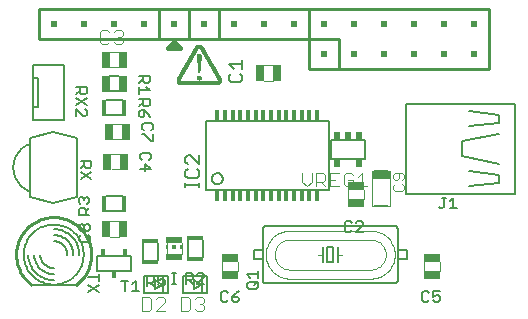
<source format=gto>
G75*
G70*
%OFA0B0*%
%FSLAX24Y24*%
%IPPOS*%
%LPD*%
%AMOC8*
5,1,8,0,0,1.08239X$1,22.5*
%
%ADD10C,0.0050*%
%ADD11C,0.0160*%
%ADD12C,0.0020*%
%ADD13C,0.0060*%
%ADD14R,0.0571X0.0295*%
%ADD15C,0.0040*%
%ADD16R,0.0256X0.0551*%
%ADD17R,0.0295X0.0571*%
%ADD18R,0.0059X0.0118*%
%ADD19R,0.0118X0.0118*%
%ADD20R,0.0531X0.0236*%
%ADD21R,0.0560X0.0140*%
%ADD22R,0.0140X0.0560*%
%ADD23R,0.0006X0.0006*%
%ADD24R,0.0006X0.0006*%
%ADD25R,0.0006X0.0006*%
%ADD26R,0.0006X0.0006*%
%ADD27C,0.0080*%
%ADD28C,0.0100*%
%ADD29R,0.0200X0.0200*%
%ADD30R,0.0180X0.0230*%
%ADD31R,0.0079X0.0551*%
%ADD32R,0.0128X0.0368*%
%ADD33R,0.0197X0.0256*%
%ADD34R,0.0472X0.0079*%
%ADD35R,0.0591X0.0256*%
%ADD36C,0.0030*%
D10*
X008101Y005395D02*
X008160Y005336D01*
X008276Y005336D01*
X008335Y005395D01*
X008470Y005395D02*
X008528Y005336D01*
X008645Y005336D01*
X008703Y005395D01*
X008703Y005453D01*
X008645Y005512D01*
X008470Y005512D01*
X008470Y005395D01*
X008470Y005512D02*
X008586Y005628D01*
X008703Y005687D01*
X008968Y005828D02*
X008968Y005945D01*
X009026Y006003D01*
X009259Y006003D01*
X009318Y005945D01*
X009318Y005828D01*
X009259Y005770D01*
X009026Y005770D01*
X008968Y005828D01*
X009201Y005887D02*
X009318Y006003D01*
X009318Y006138D02*
X009318Y006372D01*
X009318Y006255D02*
X008968Y006255D01*
X009084Y006138D01*
X008335Y005628D02*
X008276Y005687D01*
X008160Y005687D01*
X008101Y005628D01*
X008101Y005395D01*
X007523Y005936D02*
X007290Y005936D01*
X007523Y006170D01*
X007523Y006228D01*
X007465Y006287D01*
X007348Y006287D01*
X007290Y006228D01*
X007155Y006228D02*
X007155Y006112D01*
X007096Y006053D01*
X006921Y006053D01*
X006921Y005936D02*
X006921Y006287D01*
X007096Y006287D01*
X007155Y006228D01*
X007038Y006053D02*
X007155Y005936D01*
X006599Y005936D02*
X006482Y005936D01*
X006541Y005936D02*
X006541Y006287D01*
X006599Y006287D02*
X006482Y006287D01*
X006223Y006207D02*
X005990Y006207D01*
X005990Y006032D01*
X006106Y006090D01*
X006165Y006090D01*
X006223Y006032D01*
X006223Y005915D01*
X006165Y005856D01*
X006048Y005856D01*
X005990Y005915D01*
X005855Y005856D02*
X005738Y005973D01*
X005796Y005973D02*
X005621Y005973D01*
X005621Y005856D02*
X005621Y006207D01*
X005796Y006207D01*
X005855Y006148D01*
X005855Y006032D01*
X005796Y005973D01*
X005383Y005686D02*
X005150Y005686D01*
X005266Y005686D02*
X005266Y006037D01*
X005150Y005920D01*
X005015Y006037D02*
X004781Y006037D01*
X004898Y006037D02*
X004898Y005686D01*
X005103Y006351D02*
X003983Y006351D01*
X003983Y006871D01*
X005103Y006871D01*
X005103Y006351D01*
X004018Y006276D02*
X004018Y006043D01*
X004018Y006160D02*
X003668Y006160D01*
X003668Y005908D02*
X004018Y005675D01*
X004018Y005908D02*
X003668Y005675D01*
X003659Y007336D02*
X003718Y007395D01*
X003718Y007512D01*
X003659Y007570D01*
X003659Y007705D02*
X003601Y007705D01*
X003543Y007763D01*
X003543Y007880D01*
X003601Y007938D01*
X003659Y007938D01*
X003718Y007880D01*
X003718Y007763D01*
X003659Y007705D01*
X003543Y007763D02*
X003484Y007705D01*
X003426Y007705D01*
X003368Y007763D01*
X003368Y007880D01*
X003426Y007938D01*
X003484Y007938D01*
X003543Y007880D01*
X003426Y007570D02*
X003368Y007512D01*
X003368Y007395D01*
X003426Y007336D01*
X003659Y007336D01*
X003708Y008236D02*
X003358Y008236D01*
X003358Y008412D01*
X003416Y008470D01*
X003533Y008470D01*
X003591Y008412D01*
X003591Y008236D01*
X003591Y008353D02*
X003708Y008470D01*
X003649Y008605D02*
X003708Y008663D01*
X003708Y008780D01*
X003649Y008838D01*
X003591Y008838D01*
X003533Y008780D01*
X003533Y008722D01*
X003533Y008780D02*
X003474Y008838D01*
X003416Y008838D01*
X003358Y008780D01*
X003358Y008663D01*
X003416Y008605D01*
X003300Y008828D02*
X002512Y008631D01*
X001725Y008828D01*
X001725Y009025D01*
X001725Y010599D01*
X001725Y010796D01*
X002512Y010993D01*
X003300Y010796D01*
X003300Y008828D01*
X003428Y009425D02*
X003778Y009658D01*
X003720Y009793D02*
X003603Y009793D01*
X003545Y009851D01*
X003545Y010026D01*
X003545Y009910D02*
X003428Y009793D01*
X003428Y009658D02*
X003778Y009425D01*
X003720Y009793D02*
X003778Y009851D01*
X003778Y010026D01*
X003428Y010026D01*
X001725Y010599D02*
X001672Y010578D01*
X001622Y010553D01*
X001573Y010524D01*
X001526Y010492D01*
X001481Y010458D01*
X001439Y010420D01*
X001399Y010379D01*
X001363Y010336D01*
X001329Y010291D01*
X001298Y010243D01*
X001271Y010194D01*
X001247Y010143D01*
X001226Y010090D01*
X001209Y010036D01*
X001196Y009981D01*
X001187Y009925D01*
X001181Y009869D01*
X001179Y009812D01*
X001181Y009755D01*
X001187Y009699D01*
X001196Y009643D01*
X001209Y009588D01*
X001226Y009534D01*
X001247Y009481D01*
X001271Y009430D01*
X001298Y009381D01*
X001329Y009333D01*
X001363Y009288D01*
X001399Y009245D01*
X001439Y009204D01*
X001481Y009166D01*
X001526Y009132D01*
X001573Y009100D01*
X001622Y009071D01*
X001672Y009046D01*
X001725Y009025D01*
X005408Y009753D02*
X005758Y009753D01*
X005583Y009928D01*
X005583Y009695D01*
X005700Y010063D02*
X005758Y010121D01*
X005758Y010238D01*
X005700Y010296D01*
X005466Y010296D01*
X005408Y010238D01*
X005408Y010121D01*
X005466Y010063D01*
X005760Y010685D02*
X005526Y010918D01*
X005468Y010918D01*
X005526Y011053D02*
X005468Y011111D01*
X005468Y011228D01*
X005526Y011286D01*
X005760Y011286D01*
X005818Y011228D01*
X005818Y011111D01*
X005760Y011053D01*
X005818Y010918D02*
X005818Y010685D01*
X005760Y010685D01*
X006917Y010142D02*
X006917Y009992D01*
X006993Y009917D01*
X006993Y009757D02*
X006917Y009682D01*
X006917Y009532D01*
X006993Y009457D01*
X007293Y009457D01*
X007368Y009532D01*
X007368Y009682D01*
X007293Y009757D01*
X007368Y009917D02*
X007068Y010217D01*
X006993Y010217D01*
X006917Y010142D01*
X007368Y010217D02*
X007368Y009917D01*
X007368Y009300D02*
X007368Y009150D01*
X007368Y009225D02*
X006917Y009225D01*
X006917Y009150D02*
X006917Y009300D01*
X005718Y011485D02*
X005660Y011601D01*
X005543Y011718D01*
X005543Y011543D01*
X005485Y011485D01*
X005426Y011485D01*
X005368Y011543D01*
X005368Y011660D01*
X005426Y011718D01*
X005543Y011718D01*
X005543Y011853D02*
X005485Y011911D01*
X005485Y012086D01*
X005485Y011970D02*
X005368Y011853D01*
X005543Y011853D02*
X005660Y011853D01*
X005718Y011911D01*
X005718Y012086D01*
X005368Y012086D01*
X005378Y012275D02*
X005378Y012508D01*
X005378Y012391D02*
X005728Y012391D01*
X005611Y012508D01*
X005553Y012643D02*
X005495Y012701D01*
X005495Y012876D01*
X005495Y012760D02*
X005378Y012643D01*
X005553Y012643D02*
X005670Y012643D01*
X005728Y012701D01*
X005728Y012876D01*
X005378Y012876D01*
X003618Y012486D02*
X003618Y012311D01*
X003560Y012253D01*
X003443Y012253D01*
X003385Y012311D01*
X003385Y012486D01*
X003385Y012370D02*
X003268Y012253D01*
X003268Y012118D02*
X003618Y011885D01*
X003560Y011750D02*
X003618Y011692D01*
X003618Y011575D01*
X003560Y011516D01*
X003501Y011516D01*
X003268Y011750D01*
X003268Y011516D01*
X003268Y011885D02*
X003618Y012118D01*
X003618Y012486D02*
X003268Y012486D01*
X002855Y012626D02*
X002855Y012745D01*
X001989Y012784D02*
X001831Y012784D01*
X001831Y011839D01*
X001989Y011839D01*
X001989Y012784D01*
X001831Y012784D02*
X001831Y013217D01*
X002028Y013217D01*
X001831Y013217D02*
X002855Y013217D01*
X002855Y011406D01*
X001831Y011406D01*
X002028Y011406D01*
X001831Y011406D02*
X001831Y011839D01*
X002855Y011878D02*
X002855Y011997D01*
X012218Y007968D02*
X012218Y007735D01*
X012276Y007676D01*
X012393Y007676D01*
X012451Y007735D01*
X012586Y007676D02*
X012820Y007910D01*
X012820Y007968D01*
X012761Y008027D01*
X012644Y008027D01*
X012586Y007968D01*
X012451Y007968D02*
X012393Y008027D01*
X012276Y008027D01*
X012218Y007968D01*
X012586Y007676D02*
X012820Y007676D01*
X014265Y008916D02*
X014265Y011947D01*
X017907Y011947D01*
X017907Y008916D01*
X014265Y008916D01*
X015353Y008508D02*
X015411Y008450D01*
X015470Y008450D01*
X015528Y008508D01*
X015528Y008800D01*
X015470Y008800D02*
X015586Y008800D01*
X015721Y008684D02*
X015838Y008800D01*
X015838Y008450D01*
X015721Y008450D02*
X015955Y008450D01*
X016381Y009181D02*
X017381Y009306D01*
X017381Y009556D01*
X016381Y009681D01*
X016131Y010181D02*
X016131Y010681D01*
X017381Y010931D01*
X017381Y011306D02*
X016381Y011181D01*
X016381Y011681D02*
X017381Y011556D01*
X017381Y011306D01*
X017381Y009931D02*
X016131Y010181D01*
X015403Y005687D02*
X015170Y005687D01*
X015170Y005512D01*
X015286Y005570D01*
X015345Y005570D01*
X015403Y005512D01*
X015403Y005395D01*
X015345Y005336D01*
X015228Y005336D01*
X015170Y005395D01*
X015035Y005395D02*
X014976Y005336D01*
X014860Y005336D01*
X014801Y005395D01*
X014801Y005628D01*
X014860Y005687D01*
X014976Y005687D01*
X015035Y005628D01*
D11*
X006743Y013811D02*
X006343Y013811D01*
X006543Y014011D01*
X006743Y013811D01*
D12*
X010393Y007711D02*
X013093Y007711D01*
X013093Y007411D02*
X010393Y007411D01*
X009732Y007361D02*
X009702Y007313D01*
X009675Y007264D01*
X009652Y007213D01*
X009633Y007160D01*
X009617Y007106D01*
X009605Y007051D01*
X009597Y006995D01*
X009593Y006939D01*
X009593Y006883D01*
X009597Y006827D01*
X009605Y006771D01*
X009617Y006716D01*
X009633Y006662D01*
X009652Y006609D01*
X009675Y006558D01*
X009702Y006509D01*
X009732Y006461D01*
X010393Y006411D02*
X013093Y006411D01*
X013093Y006111D02*
X010393Y006111D01*
X010175Y006461D02*
X010137Y006481D01*
X010101Y006505D01*
X010067Y006532D01*
X010036Y006561D01*
X010007Y006593D01*
X009981Y006627D01*
X009958Y006664D01*
X009939Y006702D01*
X009922Y006742D01*
X009910Y006783D01*
X009900Y006825D01*
X009895Y006868D01*
X009893Y006911D01*
X009895Y006954D01*
X009900Y006997D01*
X009910Y007039D01*
X009922Y007080D01*
X009939Y007120D01*
X009958Y007158D01*
X009981Y007195D01*
X010007Y007229D01*
X010036Y007261D01*
X010067Y007290D01*
X010101Y007317D01*
X010137Y007341D01*
X010175Y007361D01*
X010393Y007711D02*
X010337Y007709D01*
X010282Y007703D01*
X010227Y007694D01*
X010173Y007680D01*
X010120Y007663D01*
X010069Y007642D01*
X010019Y007618D01*
X009971Y007590D01*
X009924Y007559D01*
X009880Y007525D01*
X009839Y007488D01*
X009800Y007448D01*
X009764Y007406D01*
X009732Y007361D01*
X010175Y006461D02*
X010209Y006446D01*
X010245Y006433D01*
X010281Y006424D01*
X010318Y006417D01*
X010355Y006412D01*
X010393Y006411D01*
X010175Y007361D02*
X010209Y007376D01*
X010245Y007389D01*
X010281Y007398D01*
X010318Y007405D01*
X010355Y007410D01*
X010393Y007411D01*
X009732Y006461D02*
X009764Y006416D01*
X009800Y006374D01*
X009839Y006334D01*
X009881Y006297D01*
X009924Y006263D01*
X009971Y006232D01*
X010019Y006204D01*
X010069Y006180D01*
X010120Y006159D01*
X010173Y006142D01*
X010227Y006128D01*
X010282Y006119D01*
X010337Y006113D01*
X010393Y006111D01*
X011343Y006911D02*
X011493Y006911D01*
X011993Y006911D02*
X012143Y006911D01*
X013093Y006111D02*
X013149Y006113D01*
X013204Y006119D01*
X013259Y006128D01*
X013313Y006142D01*
X013366Y006159D01*
X013417Y006180D01*
X013467Y006204D01*
X013515Y006232D01*
X013562Y006263D01*
X013606Y006297D01*
X013647Y006334D01*
X013686Y006374D01*
X013722Y006416D01*
X013754Y006461D01*
X013784Y006509D01*
X013811Y006558D01*
X013834Y006609D01*
X013853Y006662D01*
X013869Y006716D01*
X013881Y006771D01*
X013889Y006827D01*
X013893Y006883D01*
X013893Y006939D01*
X013889Y006995D01*
X013881Y007051D01*
X013869Y007106D01*
X013853Y007160D01*
X013834Y007213D01*
X013811Y007264D01*
X013784Y007313D01*
X013754Y007361D01*
X013311Y006461D02*
X013277Y006446D01*
X013241Y006433D01*
X013205Y006424D01*
X013168Y006417D01*
X013131Y006412D01*
X013093Y006411D01*
X013311Y007361D02*
X013277Y007376D01*
X013241Y007389D01*
X013205Y007398D01*
X013168Y007405D01*
X013131Y007410D01*
X013093Y007411D01*
X013311Y007361D02*
X013349Y007341D01*
X013385Y007317D01*
X013419Y007290D01*
X013450Y007261D01*
X013479Y007229D01*
X013505Y007195D01*
X013528Y007158D01*
X013547Y007120D01*
X013564Y007080D01*
X013576Y007039D01*
X013586Y006997D01*
X013591Y006954D01*
X013593Y006911D01*
X013591Y006868D01*
X013586Y006825D01*
X013576Y006783D01*
X013564Y006742D01*
X013547Y006702D01*
X013528Y006664D01*
X013505Y006627D01*
X013479Y006593D01*
X013450Y006561D01*
X013419Y006532D01*
X013385Y006505D01*
X013349Y006481D01*
X013311Y006461D01*
X013754Y007361D02*
X013722Y007406D01*
X013686Y007448D01*
X013647Y007488D01*
X013605Y007525D01*
X013562Y007559D01*
X013515Y007590D01*
X013467Y007618D01*
X013417Y007642D01*
X013366Y007663D01*
X013313Y007680D01*
X013259Y007694D01*
X013204Y007703D01*
X013149Y007709D01*
X013093Y007711D01*
D13*
X013893Y007861D02*
X013910Y007859D01*
X013927Y007855D01*
X013943Y007848D01*
X013957Y007838D01*
X013970Y007825D01*
X013980Y007811D01*
X013987Y007795D01*
X013991Y007778D01*
X013993Y007761D01*
X013993Y007361D01*
X013993Y007061D01*
X014293Y007061D01*
X014293Y006761D01*
X013993Y006761D01*
X013993Y006461D01*
X013993Y006061D01*
X013991Y006044D01*
X013987Y006027D01*
X013980Y006011D01*
X013970Y005997D01*
X013957Y005984D01*
X013943Y005974D01*
X013927Y005967D01*
X013910Y005963D01*
X013893Y005961D01*
X009593Y005961D01*
X009576Y005963D01*
X009559Y005967D01*
X009543Y005974D01*
X009529Y005984D01*
X009516Y005997D01*
X009506Y006011D01*
X009499Y006027D01*
X009495Y006044D01*
X009493Y006061D01*
X009493Y006461D01*
X009493Y007361D01*
X009493Y007761D01*
X009495Y007778D01*
X009499Y007795D01*
X009506Y007811D01*
X009516Y007825D01*
X009529Y007838D01*
X009543Y007848D01*
X009559Y007855D01*
X009576Y007859D01*
X009593Y007861D01*
X013893Y007861D01*
X013993Y007061D02*
X013993Y006761D01*
X011993Y006661D02*
X011993Y006911D01*
X011993Y007161D01*
X011843Y007161D02*
X011643Y007161D01*
X011643Y006661D01*
X011843Y006661D01*
X011843Y007161D01*
X011493Y007161D02*
X011493Y006911D01*
X011493Y006661D01*
X009493Y006761D02*
X009193Y006761D01*
X009193Y007061D01*
X009493Y007061D01*
X007637Y006187D02*
X007637Y005636D01*
X006849Y005636D01*
X006849Y006187D01*
X007637Y006187D01*
X007440Y005911D02*
X007203Y006069D01*
X007203Y005754D01*
X007440Y005911D01*
X006337Y005636D02*
X006337Y006187D01*
X005549Y006187D01*
X005549Y005636D01*
X006337Y005636D01*
X006140Y005911D02*
X005903Y006069D01*
X005903Y005754D01*
X006140Y005911D01*
X005993Y006731D02*
X005993Y007291D01*
X005493Y007291D02*
X005493Y006731D01*
X006993Y006831D02*
X006993Y007391D01*
X007493Y007391D02*
X007493Y006831D01*
X004823Y008361D02*
X004263Y008361D01*
X004263Y008861D02*
X004823Y008861D01*
X007596Y009060D02*
X007596Y011363D01*
X011690Y011363D01*
X011690Y009060D01*
X007596Y009060D01*
X007798Y009444D02*
X007800Y009470D01*
X007806Y009496D01*
X007815Y009521D01*
X007828Y009544D01*
X007844Y009565D01*
X007863Y009583D01*
X007885Y009599D01*
X007908Y009611D01*
X007933Y009619D01*
X007959Y009624D01*
X007986Y009625D01*
X008012Y009622D01*
X008037Y009615D01*
X008062Y009605D01*
X008084Y009591D01*
X008105Y009574D01*
X008122Y009555D01*
X008137Y009533D01*
X008148Y009509D01*
X008156Y009483D01*
X008160Y009457D01*
X008160Y009431D01*
X008156Y009405D01*
X008148Y009379D01*
X008137Y009355D01*
X008122Y009333D01*
X008105Y009314D01*
X008084Y009297D01*
X008062Y009283D01*
X008037Y009273D01*
X008012Y009266D01*
X007986Y009263D01*
X007959Y009264D01*
X007933Y009269D01*
X007908Y009277D01*
X007885Y009289D01*
X007863Y009305D01*
X007844Y009323D01*
X007828Y009344D01*
X007815Y009367D01*
X007806Y009392D01*
X007800Y009418D01*
X007798Y009444D01*
X004823Y011561D02*
X004263Y011561D01*
X004263Y012061D02*
X004823Y012061D01*
X004704Y012361D02*
X004381Y012361D01*
X004381Y012861D02*
X004704Y012861D01*
X008372Y012872D02*
X008372Y012725D01*
X008446Y012651D01*
X008739Y012651D01*
X008813Y012725D01*
X008813Y012872D01*
X008739Y012945D01*
X008813Y013112D02*
X008813Y013405D01*
X008813Y013259D02*
X008372Y013259D01*
X008519Y013112D01*
X008446Y012945D02*
X008372Y012872D01*
X011783Y010730D02*
X011820Y010730D01*
X011783Y010730D02*
X012903Y010730D01*
X012866Y010730D01*
X012903Y010730D02*
X012903Y010093D01*
X012866Y010093D01*
X012903Y010093D02*
X011783Y010093D01*
X011820Y010093D01*
X011783Y010093D02*
X011783Y010730D01*
X012137Y010730D02*
X012174Y010730D01*
X012511Y010730D02*
X012548Y010730D01*
X012548Y010093D02*
X012137Y010093D01*
X002523Y006061D02*
X002467Y006063D01*
X002412Y006068D01*
X002357Y006077D01*
X002303Y006090D01*
X002250Y006106D01*
X002198Y006126D01*
X002147Y006149D01*
X002098Y006175D01*
X002051Y006204D01*
X002006Y006237D01*
X001963Y006272D01*
X001922Y006310D01*
X001884Y006351D01*
X001849Y006394D01*
X001816Y006439D01*
X001787Y006486D01*
X001761Y006535D01*
X001738Y006586D01*
X001718Y006638D01*
X001702Y006691D01*
X001689Y006745D01*
X001680Y006800D01*
X001675Y006855D01*
X001673Y006911D01*
X002523Y007761D02*
X002579Y007759D01*
X002634Y007754D01*
X002689Y007745D01*
X002743Y007732D01*
X002796Y007716D01*
X002848Y007696D01*
X002899Y007673D01*
X002948Y007647D01*
X002995Y007618D01*
X003040Y007585D01*
X003083Y007550D01*
X003124Y007512D01*
X003162Y007471D01*
X003197Y007428D01*
X003230Y007383D01*
X003259Y007336D01*
X003285Y007287D01*
X003308Y007236D01*
X003328Y007184D01*
X003344Y007131D01*
X003357Y007077D01*
X003366Y007022D01*
X003371Y006967D01*
X003373Y006911D01*
X002523Y006261D02*
X002474Y006263D01*
X002426Y006268D01*
X002378Y006277D01*
X002331Y006290D01*
X002286Y006306D01*
X002241Y006325D01*
X002198Y006348D01*
X002157Y006374D01*
X002118Y006403D01*
X002081Y006435D01*
X002047Y006469D01*
X002015Y006506D01*
X001986Y006545D01*
X001960Y006586D01*
X001937Y006629D01*
X001918Y006674D01*
X001902Y006719D01*
X001889Y006766D01*
X001880Y006814D01*
X001875Y006862D01*
X001873Y006911D01*
X002523Y007561D02*
X002572Y007559D01*
X002620Y007554D01*
X002668Y007545D01*
X002715Y007532D01*
X002760Y007516D01*
X002805Y007497D01*
X002848Y007474D01*
X002889Y007448D01*
X002928Y007419D01*
X002965Y007387D01*
X002999Y007353D01*
X003031Y007316D01*
X003060Y007277D01*
X003086Y007236D01*
X003109Y007193D01*
X003128Y007148D01*
X003144Y007103D01*
X003157Y007056D01*
X003166Y007008D01*
X003171Y006960D01*
X003173Y006911D01*
X002523Y006461D02*
X002481Y006463D01*
X002440Y006469D01*
X002400Y006478D01*
X002360Y006491D01*
X002322Y006508D01*
X002286Y006528D01*
X002252Y006552D01*
X002220Y006578D01*
X002190Y006608D01*
X002164Y006640D01*
X002140Y006674D01*
X002120Y006710D01*
X002103Y006748D01*
X002090Y006788D01*
X002081Y006828D01*
X002075Y006869D01*
X002073Y006911D01*
X002523Y007361D02*
X002565Y007359D01*
X002606Y007353D01*
X002646Y007344D01*
X002686Y007331D01*
X002724Y007314D01*
X002760Y007294D01*
X002794Y007270D01*
X002826Y007244D01*
X002856Y007214D01*
X002882Y007182D01*
X002906Y007148D01*
X002926Y007112D01*
X002943Y007074D01*
X002956Y007034D01*
X002965Y006994D01*
X002971Y006953D01*
X002973Y006911D01*
X001523Y006911D02*
X001525Y006974D01*
X001531Y007036D01*
X001541Y007098D01*
X001554Y007160D01*
X001572Y007220D01*
X001593Y007279D01*
X001618Y007337D01*
X001647Y007393D01*
X001679Y007447D01*
X001714Y007499D01*
X001752Y007548D01*
X001794Y007596D01*
X001838Y007640D01*
X001886Y007682D01*
X001935Y007720D01*
X001987Y007755D01*
X002041Y007787D01*
X002097Y007816D01*
X002155Y007841D01*
X002214Y007862D01*
X002274Y007880D01*
X002336Y007893D01*
X002398Y007903D01*
X002460Y007909D01*
X002523Y007911D01*
X002586Y007909D01*
X002648Y007903D01*
X002710Y007893D01*
X002772Y007880D01*
X002832Y007862D01*
X002891Y007841D01*
X002949Y007816D01*
X003005Y007787D01*
X003059Y007755D01*
X003111Y007720D01*
X003160Y007682D01*
X003208Y007640D01*
X003252Y007596D01*
X003294Y007548D01*
X003332Y007499D01*
X003367Y007447D01*
X003399Y007393D01*
X003428Y007337D01*
X003453Y007279D01*
X003474Y007220D01*
X003492Y007160D01*
X003505Y007098D01*
X003515Y007036D01*
X003521Y006974D01*
X003523Y006911D01*
X003521Y006848D01*
X003515Y006786D01*
X003505Y006724D01*
X003492Y006662D01*
X003474Y006602D01*
X003453Y006543D01*
X003428Y006485D01*
X003399Y006429D01*
X003367Y006375D01*
X003332Y006323D01*
X003294Y006274D01*
X003252Y006226D01*
X003208Y006182D01*
X003160Y006140D01*
X003111Y006102D01*
X003059Y006067D01*
X003005Y006035D01*
X002949Y006006D01*
X002891Y005981D01*
X002832Y005960D01*
X002772Y005942D01*
X002710Y005929D01*
X002648Y005919D01*
X002586Y005913D01*
X002523Y005911D01*
X002460Y005913D01*
X002398Y005919D01*
X002336Y005929D01*
X002274Y005942D01*
X002214Y005960D01*
X002155Y005981D01*
X002097Y006006D01*
X002041Y006035D01*
X001987Y006067D01*
X001935Y006102D01*
X001886Y006140D01*
X001838Y006182D01*
X001794Y006226D01*
X001752Y006274D01*
X001714Y006323D01*
X001679Y006375D01*
X001647Y006429D01*
X001618Y006485D01*
X001593Y006543D01*
X001572Y006602D01*
X001554Y006662D01*
X001541Y006724D01*
X001531Y006786D01*
X001525Y006848D01*
X001523Y006911D01*
D14*
X008393Y006794D03*
X008393Y006224D03*
X012593Y008624D03*
X012593Y009194D03*
X015143Y006794D03*
X015143Y006224D03*
D15*
X005705Y005038D02*
X005475Y005038D01*
X005475Y005498D01*
X005705Y005498D01*
X005782Y005421D01*
X005782Y005114D01*
X005705Y005038D01*
X005936Y005038D02*
X006242Y005345D01*
X006242Y005421D01*
X006166Y005498D01*
X006012Y005498D01*
X005936Y005421D01*
X005936Y005038D02*
X006242Y005038D01*
X006775Y005038D02*
X006775Y005498D01*
X007005Y005498D01*
X007082Y005421D01*
X007082Y005114D01*
X007005Y005038D01*
X006775Y005038D01*
X007236Y005114D02*
X007312Y005038D01*
X007466Y005038D01*
X007542Y005114D01*
X007542Y005191D01*
X007466Y005268D01*
X007389Y005268D01*
X007466Y005268D02*
X007542Y005345D01*
X007542Y005421D01*
X007466Y005498D01*
X007312Y005498D01*
X007236Y005421D01*
X008133Y006361D02*
X008133Y006652D01*
X008653Y006661D02*
X008653Y006361D01*
X006789Y006924D02*
X006789Y007289D01*
X006297Y007289D02*
X006297Y006934D01*
X004693Y007502D02*
X004403Y007502D01*
X004393Y008021D02*
X004693Y008021D01*
X004743Y009752D02*
X004453Y009752D01*
X004443Y010271D02*
X004743Y010271D01*
X004793Y010752D02*
X004503Y010752D01*
X004493Y011271D02*
X004793Y011271D01*
X004693Y013152D02*
X004403Y013152D01*
X004393Y013671D02*
X004693Y013671D01*
X004753Y013931D02*
X004600Y013931D01*
X004523Y014008D01*
X004370Y014008D02*
X004293Y013931D01*
X004140Y013931D01*
X004063Y014008D01*
X004063Y014315D01*
X004140Y014392D01*
X004293Y014392D01*
X004370Y014315D01*
X004523Y014315D02*
X004600Y014392D01*
X004753Y014392D01*
X004830Y014315D01*
X004830Y014238D01*
X004753Y014162D01*
X004830Y014085D01*
X004830Y014008D01*
X004753Y013931D01*
X004753Y014162D02*
X004677Y014162D01*
X009543Y013221D02*
X009833Y013221D01*
X009843Y012702D02*
X009543Y012702D01*
X013148Y009682D02*
X013738Y009682D01*
X013738Y008541D01*
X013148Y008541D01*
X013148Y009682D01*
X012806Y009642D02*
X012652Y009488D01*
X012499Y009412D02*
X012345Y009412D01*
X012499Y009412D02*
X012499Y009258D01*
X012422Y009181D01*
X012269Y009181D01*
X012192Y009258D01*
X012192Y009565D01*
X012269Y009642D01*
X012422Y009642D01*
X012499Y009565D01*
X012806Y009642D02*
X012806Y009181D01*
X012853Y009061D02*
X012853Y008761D01*
X012959Y009181D02*
X012652Y009181D01*
X012333Y009052D02*
X012333Y008761D01*
X012039Y009181D02*
X011732Y009181D01*
X011732Y009642D01*
X012039Y009642D01*
X011885Y009412D02*
X011732Y009412D01*
X011578Y009412D02*
X011578Y009565D01*
X011501Y009642D01*
X011271Y009642D01*
X011271Y009181D01*
X011271Y009335D02*
X011501Y009335D01*
X011578Y009412D01*
X011425Y009335D02*
X011578Y009181D01*
X011118Y009335D02*
X011118Y009642D01*
X010811Y009642D02*
X010811Y009335D01*
X010964Y009181D01*
X011118Y009335D01*
X014883Y006652D02*
X014883Y006361D01*
X015403Y006361D02*
X015403Y006661D01*
D16*
X004835Y012611D03*
X004255Y012611D03*
D17*
X004260Y013412D03*
X004830Y013412D03*
X004930Y011012D03*
X004360Y011012D03*
X004310Y010012D03*
X004880Y010012D03*
X004830Y007762D03*
X004260Y007762D03*
X009405Y012961D03*
X009975Y012961D03*
D18*
X006779Y007171D03*
X006307Y007171D03*
D19*
X006543Y007171D03*
D20*
X006543Y006816D03*
X006543Y007407D03*
D21*
X007243Y007451D03*
X007243Y006771D03*
X005743Y006671D03*
X005743Y007351D03*
D22*
X004883Y008611D03*
X004203Y008611D03*
X004203Y011811D03*
X004883Y011811D03*
D23*
X006664Y012639D03*
X006664Y012644D03*
X006664Y012656D03*
X006664Y012669D03*
X006664Y012674D03*
X006652Y012674D03*
X006652Y012669D03*
X006652Y012686D03*
X006664Y012686D03*
X006664Y012699D03*
X006664Y012704D03*
X006652Y012704D03*
X006652Y012699D03*
X006652Y012716D03*
X006664Y012716D03*
X006664Y012729D03*
X006664Y012734D03*
X006664Y012746D03*
X006682Y012746D03*
X006682Y012734D03*
X006682Y012729D03*
X006694Y012729D03*
X006694Y012734D03*
X006694Y012746D03*
X006694Y012759D03*
X006694Y012764D03*
X006682Y012764D03*
X006682Y012759D03*
X006682Y012776D03*
X006694Y012776D03*
X006694Y012789D03*
X006694Y012794D03*
X006694Y012806D03*
X006712Y012806D03*
X006712Y012794D03*
X006712Y012789D03*
X006724Y012789D03*
X006724Y012794D03*
X006724Y012806D03*
X006724Y012819D03*
X006724Y012824D03*
X006712Y012824D03*
X006712Y012819D03*
X006712Y012836D03*
X006724Y012836D03*
X006724Y012849D03*
X006724Y012854D03*
X006742Y012854D03*
X006742Y012849D03*
X006754Y012849D03*
X006754Y012854D03*
X006754Y012866D03*
X006742Y012866D03*
X006742Y012879D03*
X006742Y012884D03*
X006754Y012884D03*
X006754Y012879D03*
X006754Y012896D03*
X006742Y012896D03*
X006754Y012909D03*
X006754Y012914D03*
X006772Y012914D03*
X006772Y012909D03*
X006784Y012909D03*
X006784Y012914D03*
X006784Y012926D03*
X006772Y012926D03*
X006772Y012939D03*
X006772Y012944D03*
X006784Y012944D03*
X006784Y012939D03*
X006784Y012956D03*
X006784Y012969D03*
X006802Y012969D03*
X006802Y012974D03*
X006814Y012974D03*
X006814Y012969D03*
X006814Y012956D03*
X006814Y012944D03*
X006814Y012939D03*
X006802Y012939D03*
X006802Y012944D03*
X006802Y012956D03*
X006802Y012926D03*
X006802Y012914D03*
X006802Y012909D03*
X006814Y012909D03*
X006814Y012914D03*
X006814Y012926D03*
X006832Y012926D03*
X006832Y012914D03*
X006832Y012909D03*
X006844Y012909D03*
X006844Y012914D03*
X006844Y012926D03*
X006844Y012939D03*
X006844Y012944D03*
X006832Y012944D03*
X006832Y012939D03*
X006832Y012956D03*
X006844Y012956D03*
X006844Y012969D03*
X006844Y012974D03*
X006832Y012974D03*
X006832Y012969D03*
X006832Y012986D03*
X006844Y012986D03*
X006844Y012999D03*
X006844Y013004D03*
X006832Y013004D03*
X006832Y012999D03*
X006832Y013016D03*
X006844Y013016D03*
X006844Y013029D03*
X006844Y013034D03*
X006832Y013034D03*
X006832Y013029D03*
X006832Y013046D03*
X006844Y013046D03*
X006844Y013059D03*
X006844Y013064D03*
X006844Y013076D03*
X006862Y013076D03*
X006862Y013064D03*
X006862Y013059D03*
X006874Y013059D03*
X006874Y013064D03*
X006874Y013076D03*
X006874Y013089D03*
X006874Y013094D03*
X006862Y013094D03*
X006862Y013089D03*
X006862Y013106D03*
X006874Y013106D03*
X006874Y013119D03*
X006874Y013124D03*
X006892Y013124D03*
X006892Y013119D03*
X006904Y013119D03*
X006904Y013124D03*
X006904Y013136D03*
X006892Y013136D03*
X006892Y013149D03*
X006892Y013154D03*
X006904Y013154D03*
X006904Y013149D03*
X006904Y013166D03*
X006904Y013179D03*
X006922Y013179D03*
X006922Y013184D03*
X006934Y013184D03*
X006934Y013179D03*
X006934Y013166D03*
X006934Y013154D03*
X006934Y013149D03*
X006922Y013149D03*
X006922Y013154D03*
X006922Y013166D03*
X006922Y013136D03*
X006922Y013124D03*
X006922Y013119D03*
X006934Y013119D03*
X006934Y013124D03*
X006934Y013136D03*
X006952Y013136D03*
X006952Y013124D03*
X006952Y013119D03*
X006964Y013119D03*
X006964Y013124D03*
X006964Y013136D03*
X006964Y013149D03*
X006964Y013154D03*
X006952Y013154D03*
X006952Y013149D03*
X006952Y013166D03*
X006964Y013166D03*
X006964Y013179D03*
X006964Y013184D03*
X006952Y013184D03*
X006952Y013179D03*
X006952Y013196D03*
X006964Y013196D03*
X006964Y013209D03*
X006964Y013214D03*
X006952Y013214D03*
X006952Y013209D03*
X006952Y013226D03*
X006964Y013226D03*
X006964Y013239D03*
X006964Y013244D03*
X006952Y013244D03*
X006952Y013239D03*
X006952Y013256D03*
X006964Y013256D03*
X006964Y013269D03*
X006964Y013274D03*
X006982Y013274D03*
X006982Y013269D03*
X006994Y013269D03*
X006994Y013274D03*
X006994Y013286D03*
X006982Y013286D03*
X006982Y013299D03*
X006982Y013304D03*
X006994Y013304D03*
X006994Y013299D03*
X006994Y013316D03*
X006994Y013329D03*
X007012Y013329D03*
X007012Y013334D03*
X007024Y013334D03*
X007024Y013329D03*
X007024Y013316D03*
X007024Y013304D03*
X007024Y013299D03*
X007012Y013299D03*
X007012Y013304D03*
X007012Y013316D03*
X007012Y013286D03*
X007012Y013274D03*
X007012Y013269D03*
X007024Y013269D03*
X007024Y013274D03*
X007024Y013286D03*
X007042Y013286D03*
X007042Y013274D03*
X007042Y013269D03*
X007054Y013269D03*
X007054Y013274D03*
X007054Y013286D03*
X007054Y013299D03*
X007054Y013304D03*
X007042Y013304D03*
X007042Y013299D03*
X007042Y013316D03*
X007054Y013316D03*
X007054Y013329D03*
X007054Y013334D03*
X007042Y013334D03*
X007042Y013329D03*
X007042Y013346D03*
X007054Y013346D03*
X007054Y013359D03*
X007054Y013364D03*
X007042Y013364D03*
X007042Y013359D03*
X007042Y013376D03*
X007054Y013376D03*
X007054Y013389D03*
X007054Y013394D03*
X007042Y013394D03*
X007042Y013389D03*
X007042Y013406D03*
X007054Y013406D03*
X007054Y013419D03*
X007054Y013424D03*
X007054Y013436D03*
X007072Y013436D03*
X007072Y013424D03*
X007072Y013419D03*
X007084Y013419D03*
X007084Y013424D03*
X007084Y013436D03*
X007084Y013449D03*
X007084Y013454D03*
X007072Y013454D03*
X007072Y013449D03*
X007072Y013466D03*
X007084Y013466D03*
X007084Y013479D03*
X007084Y013484D03*
X007102Y013484D03*
X007102Y013479D03*
X007114Y013479D03*
X007114Y013484D03*
X007114Y013496D03*
X007102Y013496D03*
X007102Y013509D03*
X007102Y013514D03*
X007114Y013514D03*
X007114Y013509D03*
X007114Y013526D03*
X007114Y013539D03*
X007132Y013539D03*
X007132Y013544D03*
X007144Y013544D03*
X007144Y013539D03*
X007144Y013526D03*
X007144Y013514D03*
X007144Y013509D03*
X007132Y013509D03*
X007132Y013514D03*
X007132Y013526D03*
X007132Y013496D03*
X007132Y013484D03*
X007132Y013479D03*
X007144Y013479D03*
X007144Y013484D03*
X007144Y013496D03*
X007162Y013496D03*
X007162Y013484D03*
X007162Y013479D03*
X007174Y013479D03*
X007174Y013484D03*
X007174Y013496D03*
X007174Y013509D03*
X007174Y013514D03*
X007162Y013514D03*
X007162Y013509D03*
X007162Y013526D03*
X007174Y013526D03*
X007174Y013539D03*
X007174Y013544D03*
X007162Y013544D03*
X007162Y013539D03*
X007162Y013556D03*
X007174Y013556D03*
X007174Y013569D03*
X007174Y013574D03*
X007162Y013574D03*
X007162Y013569D03*
X007162Y013586D03*
X007174Y013586D03*
X007174Y013599D03*
X007174Y013604D03*
X007162Y013604D03*
X007162Y013599D03*
X007162Y013616D03*
X007174Y013616D03*
X007174Y013629D03*
X007174Y013634D03*
X007174Y013646D03*
X007192Y013646D03*
X007192Y013634D03*
X007192Y013629D03*
X007204Y013629D03*
X007204Y013634D03*
X007204Y013646D03*
X007204Y013659D03*
X007204Y013664D03*
X007192Y013664D03*
X007192Y013659D03*
X007192Y013676D03*
X007204Y013676D03*
X007204Y013689D03*
X007204Y013694D03*
X007222Y013694D03*
X007222Y013689D03*
X007234Y013689D03*
X007234Y013694D03*
X007234Y013706D03*
X007222Y013706D03*
X007222Y013719D03*
X007222Y013724D03*
X007234Y013724D03*
X007234Y013719D03*
X007234Y013736D03*
X007234Y013749D03*
X007252Y013749D03*
X007252Y013754D03*
X007264Y013754D03*
X007264Y013749D03*
X007264Y013736D03*
X007264Y013724D03*
X007264Y013719D03*
X007252Y013719D03*
X007252Y013724D03*
X007252Y013736D03*
X007252Y013706D03*
X007252Y013694D03*
X007252Y013689D03*
X007264Y013689D03*
X007264Y013694D03*
X007264Y013706D03*
X007282Y013706D03*
X007282Y013694D03*
X007282Y013689D03*
X007294Y013689D03*
X007294Y013694D03*
X007294Y013706D03*
X007294Y013719D03*
X007294Y013724D03*
X007282Y013724D03*
X007282Y013719D03*
X007282Y013736D03*
X007294Y013736D03*
X007294Y013749D03*
X007294Y013754D03*
X007282Y013754D03*
X007282Y013749D03*
X007282Y013766D03*
X007294Y013766D03*
X007294Y013779D03*
X007294Y013784D03*
X007282Y013784D03*
X007282Y013779D03*
X007282Y013796D03*
X007294Y013796D03*
X007294Y013809D03*
X007294Y013814D03*
X007282Y013814D03*
X007282Y013809D03*
X007294Y013826D03*
X007312Y013826D03*
X007312Y013814D03*
X007312Y013809D03*
X007324Y013809D03*
X007324Y013814D03*
X007324Y013826D03*
X007324Y013839D03*
X007324Y013844D03*
X007312Y013844D03*
X007312Y013839D03*
X007324Y013856D03*
X007342Y013856D03*
X007342Y013844D03*
X007342Y013839D03*
X007354Y013839D03*
X007354Y013844D03*
X007354Y013856D03*
X007354Y013869D03*
X007354Y013874D03*
X007342Y013869D03*
X007372Y013869D03*
X007372Y013874D03*
X007384Y013874D03*
X007384Y013869D03*
X007384Y013856D03*
X007384Y013844D03*
X007384Y013839D03*
X007372Y013839D03*
X007372Y013844D03*
X007372Y013856D03*
X007372Y013826D03*
X007372Y013814D03*
X007372Y013809D03*
X007384Y013809D03*
X007384Y013814D03*
X007384Y013826D03*
X007402Y013826D03*
X007402Y013814D03*
X007402Y013809D03*
X007414Y013809D03*
X007414Y013814D03*
X007414Y013826D03*
X007414Y013839D03*
X007414Y013844D03*
X007402Y013844D03*
X007402Y013839D03*
X007402Y013856D03*
X007414Y013856D03*
X007414Y013869D03*
X007414Y013874D03*
X007402Y013874D03*
X007402Y013869D03*
X007432Y013869D03*
X007432Y013874D03*
X007444Y013869D03*
X007444Y013856D03*
X007444Y013844D03*
X007444Y013839D03*
X007432Y013839D03*
X007432Y013844D03*
X007432Y013856D03*
X007432Y013826D03*
X007432Y013814D03*
X007432Y013809D03*
X007444Y013809D03*
X007444Y013814D03*
X007444Y013826D03*
X007462Y013826D03*
X007462Y013814D03*
X007462Y013809D03*
X007474Y013809D03*
X007474Y013814D03*
X007474Y013826D03*
X007474Y013839D03*
X007474Y013844D03*
X007462Y013844D03*
X007462Y013839D03*
X007462Y013856D03*
X007492Y013839D03*
X007492Y013826D03*
X007492Y013814D03*
X007492Y013809D03*
X007504Y013809D03*
X007504Y013814D03*
X007504Y013826D03*
X007504Y013796D03*
X007504Y013784D03*
X007504Y013779D03*
X007492Y013779D03*
X007492Y013784D03*
X007492Y013796D03*
X007474Y013796D03*
X007474Y013784D03*
X007474Y013779D03*
X007462Y013779D03*
X007462Y013784D03*
X007462Y013796D03*
X007444Y013796D03*
X007444Y013784D03*
X007444Y013779D03*
X007432Y013779D03*
X007432Y013784D03*
X007432Y013796D03*
X007414Y013796D03*
X007414Y013784D03*
X007414Y013779D03*
X007402Y013779D03*
X007402Y013784D03*
X007402Y013796D03*
X007384Y013796D03*
X007384Y013784D03*
X007384Y013779D03*
X007372Y013779D03*
X007372Y013784D03*
X007372Y013796D03*
X007354Y013796D03*
X007354Y013784D03*
X007354Y013779D03*
X007342Y013779D03*
X007342Y013784D03*
X007342Y013796D03*
X007342Y013809D03*
X007342Y013814D03*
X007354Y013814D03*
X007354Y013809D03*
X007354Y013826D03*
X007342Y013826D03*
X007324Y013796D03*
X007324Y013784D03*
X007324Y013779D03*
X007312Y013779D03*
X007312Y013784D03*
X007312Y013796D03*
X007312Y013766D03*
X007312Y013754D03*
X007312Y013749D03*
X007324Y013749D03*
X007324Y013754D03*
X007324Y013766D03*
X007342Y013766D03*
X007342Y013754D03*
X007342Y013749D03*
X007354Y013749D03*
X007354Y013754D03*
X007354Y013766D03*
X007342Y013736D03*
X007324Y013736D03*
X007324Y013724D03*
X007324Y013719D03*
X007312Y013719D03*
X007312Y013724D03*
X007312Y013736D03*
X007312Y013706D03*
X007312Y013694D03*
X007312Y013689D03*
X007312Y013676D03*
X007294Y013676D03*
X007294Y013664D03*
X007294Y013659D03*
X007282Y013659D03*
X007282Y013664D03*
X007282Y013676D03*
X007264Y013676D03*
X007264Y013664D03*
X007264Y013659D03*
X007252Y013659D03*
X007252Y013664D03*
X007252Y013676D03*
X007234Y013676D03*
X007234Y013664D03*
X007234Y013659D03*
X007222Y013659D03*
X007222Y013664D03*
X007222Y013676D03*
X007222Y013646D03*
X007222Y013634D03*
X007222Y013629D03*
X007234Y013629D03*
X007234Y013634D03*
X007234Y013646D03*
X007252Y013646D03*
X007252Y013634D03*
X007252Y013629D03*
X007264Y013629D03*
X007264Y013634D03*
X007264Y013646D03*
X007282Y013646D03*
X007282Y013634D03*
X007282Y013629D03*
X007294Y013646D03*
X007264Y013616D03*
X007264Y013604D03*
X007264Y013599D03*
X007252Y013599D03*
X007252Y013604D03*
X007252Y013616D03*
X007234Y013616D03*
X007234Y013604D03*
X007234Y013599D03*
X007222Y013599D03*
X007222Y013604D03*
X007222Y013616D03*
X007204Y013616D03*
X007204Y013604D03*
X007204Y013599D03*
X007192Y013599D03*
X007192Y013604D03*
X007192Y013616D03*
X007192Y013586D03*
X007192Y013574D03*
X007192Y013569D03*
X007204Y013569D03*
X007204Y013574D03*
X007204Y013586D03*
X007222Y013586D03*
X007222Y013574D03*
X007222Y013569D03*
X007234Y013569D03*
X007234Y013574D03*
X007234Y013586D03*
X007252Y013586D03*
X007252Y013574D03*
X007234Y013556D03*
X007234Y013544D03*
X007222Y013544D03*
X007222Y013539D03*
X007222Y013526D03*
X007204Y013526D03*
X007204Y013514D03*
X007204Y013509D03*
X007192Y013509D03*
X007192Y013514D03*
X007192Y013526D03*
X007192Y013539D03*
X007192Y013544D03*
X007204Y013544D03*
X007204Y013539D03*
X007204Y013556D03*
X007192Y013556D03*
X007222Y013556D03*
X007204Y013496D03*
X007192Y013496D03*
X007192Y013484D03*
X007192Y013479D03*
X007174Y013466D03*
X007174Y013454D03*
X007174Y013449D03*
X007162Y013449D03*
X007162Y013454D03*
X007162Y013466D03*
X007144Y013466D03*
X007144Y013454D03*
X007144Y013449D03*
X007132Y013449D03*
X007132Y013454D03*
X007132Y013466D03*
X007114Y013466D03*
X007114Y013454D03*
X007114Y013449D03*
X007102Y013449D03*
X007102Y013454D03*
X007102Y013466D03*
X007102Y013436D03*
X007102Y013424D03*
X007102Y013419D03*
X007114Y013419D03*
X007114Y013424D03*
X007114Y013436D03*
X007132Y013436D03*
X007132Y013424D03*
X007132Y013419D03*
X007144Y013419D03*
X007144Y013424D03*
X007144Y013436D03*
X007162Y013436D03*
X007162Y013424D03*
X007162Y013419D03*
X007144Y013406D03*
X007144Y013394D03*
X007144Y013389D03*
X007132Y013389D03*
X007132Y013394D03*
X007132Y013406D03*
X007114Y013406D03*
X007114Y013394D03*
X007114Y013389D03*
X007102Y013389D03*
X007102Y013394D03*
X007102Y013406D03*
X007084Y013406D03*
X007084Y013394D03*
X007084Y013389D03*
X007072Y013389D03*
X007072Y013394D03*
X007072Y013406D03*
X007072Y013376D03*
X007072Y013364D03*
X007072Y013359D03*
X007084Y013359D03*
X007084Y013364D03*
X007084Y013376D03*
X007102Y013376D03*
X007102Y013364D03*
X007102Y013359D03*
X007114Y013359D03*
X007114Y013364D03*
X007114Y013376D03*
X007132Y013376D03*
X007132Y013364D03*
X007114Y013346D03*
X007114Y013334D03*
X007102Y013334D03*
X007102Y013329D03*
X007102Y013316D03*
X007084Y013316D03*
X007084Y013304D03*
X007084Y013299D03*
X007072Y013299D03*
X007072Y013304D03*
X007072Y013316D03*
X007072Y013329D03*
X007072Y013334D03*
X007084Y013334D03*
X007084Y013329D03*
X007084Y013346D03*
X007072Y013346D03*
X007102Y013346D03*
X007084Y013286D03*
X007072Y013286D03*
X007072Y013274D03*
X007072Y013269D03*
X007054Y013256D03*
X007054Y013244D03*
X007054Y013239D03*
X007042Y013239D03*
X007042Y013244D03*
X007042Y013256D03*
X007024Y013256D03*
X007024Y013244D03*
X007024Y013239D03*
X007012Y013239D03*
X007012Y013244D03*
X007012Y013256D03*
X006994Y013256D03*
X006994Y013244D03*
X006994Y013239D03*
X006982Y013239D03*
X006982Y013244D03*
X006982Y013256D03*
X006982Y013226D03*
X006982Y013214D03*
X006982Y013209D03*
X006994Y013209D03*
X006994Y013214D03*
X006994Y013226D03*
X007012Y013226D03*
X007012Y013214D03*
X007012Y013209D03*
X007024Y013209D03*
X007024Y013214D03*
X007024Y013226D03*
X007042Y013226D03*
X007042Y013214D03*
X007042Y013209D03*
X007024Y013196D03*
X007024Y013184D03*
X007024Y013179D03*
X007012Y013179D03*
X007012Y013184D03*
X007012Y013196D03*
X006994Y013196D03*
X006994Y013184D03*
X006994Y013179D03*
X006982Y013179D03*
X006982Y013184D03*
X006982Y013196D03*
X006982Y013166D03*
X006982Y013154D03*
X006982Y013149D03*
X006994Y013149D03*
X006994Y013154D03*
X006994Y013166D03*
X007012Y013166D03*
X007012Y013154D03*
X006994Y013136D03*
X006994Y013124D03*
X006982Y013124D03*
X006982Y013119D03*
X006982Y013106D03*
X006964Y013106D03*
X006964Y013094D03*
X006964Y013089D03*
X006952Y013089D03*
X006952Y013094D03*
X006952Y013106D03*
X006934Y013106D03*
X006934Y013094D03*
X006934Y013089D03*
X006922Y013089D03*
X006922Y013094D03*
X006922Y013106D03*
X006904Y013106D03*
X006904Y013094D03*
X006904Y013089D03*
X006892Y013089D03*
X006892Y013094D03*
X006892Y013106D03*
X006892Y013076D03*
X006892Y013064D03*
X006892Y013059D03*
X006904Y013059D03*
X006904Y013064D03*
X006904Y013076D03*
X006922Y013076D03*
X006922Y013064D03*
X006922Y013059D03*
X006934Y013059D03*
X006934Y013064D03*
X006934Y013076D03*
X006952Y013076D03*
X006952Y013064D03*
X006952Y013059D03*
X006964Y013076D03*
X006934Y013046D03*
X006934Y013034D03*
X006934Y013029D03*
X006922Y013029D03*
X006922Y013034D03*
X006922Y013046D03*
X006904Y013046D03*
X006904Y013034D03*
X006904Y013029D03*
X006892Y013029D03*
X006892Y013034D03*
X006892Y013046D03*
X006874Y013046D03*
X006874Y013034D03*
X006874Y013029D03*
X006862Y013029D03*
X006862Y013034D03*
X006862Y013046D03*
X006862Y013016D03*
X006862Y013004D03*
X006862Y012999D03*
X006874Y012999D03*
X006874Y013004D03*
X006874Y013016D03*
X006892Y013016D03*
X006892Y013004D03*
X006892Y012999D03*
X006904Y012999D03*
X006904Y013004D03*
X006904Y013016D03*
X006922Y013016D03*
X006922Y013004D03*
X006904Y012986D03*
X006904Y012974D03*
X006892Y012974D03*
X006892Y012969D03*
X006892Y012956D03*
X006874Y012956D03*
X006874Y012944D03*
X006874Y012939D03*
X006862Y012939D03*
X006862Y012944D03*
X006862Y012956D03*
X006862Y012969D03*
X006862Y012974D03*
X006874Y012974D03*
X006874Y012969D03*
X006874Y012986D03*
X006862Y012986D03*
X006892Y012986D03*
X006874Y012926D03*
X006862Y012926D03*
X006862Y012914D03*
X006862Y012909D03*
X006844Y012896D03*
X006844Y012884D03*
X006844Y012879D03*
X006832Y012879D03*
X006832Y012884D03*
X006832Y012896D03*
X006814Y012896D03*
X006814Y012884D03*
X006814Y012879D03*
X006802Y012879D03*
X006802Y012884D03*
X006802Y012896D03*
X006784Y012896D03*
X006784Y012884D03*
X006784Y012879D03*
X006772Y012879D03*
X006772Y012884D03*
X006772Y012896D03*
X006772Y012866D03*
X006772Y012854D03*
X006772Y012849D03*
X006784Y012849D03*
X006784Y012854D03*
X006784Y012866D03*
X006802Y012866D03*
X006802Y012854D03*
X006802Y012849D03*
X006814Y012849D03*
X006814Y012854D03*
X006814Y012866D03*
X006832Y012866D03*
X006832Y012854D03*
X006832Y012849D03*
X006844Y012866D03*
X006814Y012836D03*
X006814Y012824D03*
X006814Y012819D03*
X006802Y012819D03*
X006802Y012824D03*
X006802Y012836D03*
X006784Y012836D03*
X006784Y012824D03*
X006784Y012819D03*
X006772Y012819D03*
X006772Y012824D03*
X006772Y012836D03*
X006754Y012836D03*
X006754Y012824D03*
X006754Y012819D03*
X006742Y012819D03*
X006742Y012824D03*
X006742Y012836D03*
X006742Y012806D03*
X006742Y012794D03*
X006742Y012789D03*
X006754Y012789D03*
X006754Y012794D03*
X006754Y012806D03*
X006772Y012806D03*
X006772Y012794D03*
X006772Y012789D03*
X006784Y012789D03*
X006784Y012794D03*
X006784Y012806D03*
X006802Y012806D03*
X006802Y012794D03*
X006784Y012776D03*
X006784Y012764D03*
X006772Y012764D03*
X006772Y012759D03*
X006772Y012746D03*
X006754Y012746D03*
X006754Y012734D03*
X006754Y012729D03*
X006742Y012729D03*
X006742Y012734D03*
X006742Y012746D03*
X006742Y012759D03*
X006742Y012764D03*
X006754Y012764D03*
X006754Y012759D03*
X006754Y012776D03*
X006742Y012776D03*
X006724Y012776D03*
X006724Y012764D03*
X006724Y012759D03*
X006712Y012759D03*
X006712Y012764D03*
X006712Y012776D03*
X006712Y012746D03*
X006712Y012734D03*
X006712Y012729D03*
X006724Y012729D03*
X006724Y012734D03*
X006724Y012746D03*
X006724Y012716D03*
X006724Y012704D03*
X006724Y012699D03*
X006712Y012699D03*
X006712Y012704D03*
X006712Y012716D03*
X006694Y012716D03*
X006694Y012704D03*
X006694Y012699D03*
X006682Y012699D03*
X006682Y012704D03*
X006682Y012716D03*
X006682Y012686D03*
X006682Y012674D03*
X006682Y012669D03*
X006694Y012669D03*
X006694Y012674D03*
X006694Y012686D03*
X006712Y012686D03*
X006712Y012674D03*
X006712Y012669D03*
X006724Y012669D03*
X006724Y012674D03*
X006724Y012686D03*
X006742Y012686D03*
X006742Y012674D03*
X006742Y012669D03*
X006754Y012669D03*
X006754Y012674D03*
X006754Y012656D03*
X006754Y012644D03*
X006754Y012639D03*
X006742Y012639D03*
X006742Y012644D03*
X006742Y012656D03*
X006724Y012656D03*
X006724Y012644D03*
X006724Y012639D03*
X006712Y012639D03*
X006712Y012644D03*
X006712Y012656D03*
X006694Y012656D03*
X006694Y012644D03*
X006694Y012639D03*
X006682Y012639D03*
X006682Y012644D03*
X006682Y012656D03*
X006682Y012626D03*
X006682Y012614D03*
X006682Y012609D03*
X006694Y012609D03*
X006694Y012614D03*
X006694Y012626D03*
X006712Y012626D03*
X006712Y012614D03*
X006712Y012609D03*
X006724Y012609D03*
X006724Y012614D03*
X006724Y012626D03*
X006742Y012626D03*
X006742Y012614D03*
X006742Y012609D03*
X006754Y012609D03*
X006754Y012614D03*
X006754Y012626D03*
X006772Y012626D03*
X006772Y012614D03*
X006772Y012609D03*
X006784Y012609D03*
X006784Y012614D03*
X006784Y012626D03*
X006784Y012639D03*
X006784Y012644D03*
X006772Y012644D03*
X006772Y012639D03*
X006772Y012656D03*
X006784Y012656D03*
X006802Y012656D03*
X006802Y012644D03*
X006802Y012639D03*
X006814Y012639D03*
X006814Y012644D03*
X006814Y012656D03*
X006832Y012656D03*
X006832Y012644D03*
X006832Y012639D03*
X006844Y012639D03*
X006844Y012644D03*
X006844Y012656D03*
X006862Y012656D03*
X006862Y012644D03*
X006862Y012639D03*
X006874Y012639D03*
X006874Y012644D03*
X006874Y012656D03*
X006892Y012656D03*
X006892Y012644D03*
X006892Y012639D03*
X006904Y012639D03*
X006904Y012644D03*
X006904Y012656D03*
X006922Y012656D03*
X006922Y012644D03*
X006922Y012639D03*
X006934Y012639D03*
X006934Y012644D03*
X006934Y012656D03*
X006952Y012656D03*
X006952Y012644D03*
X006952Y012639D03*
X006964Y012639D03*
X006964Y012644D03*
X006964Y012656D03*
X006982Y012656D03*
X006982Y012644D03*
X006982Y012639D03*
X006994Y012639D03*
X006994Y012644D03*
X006994Y012656D03*
X007012Y012656D03*
X007012Y012644D03*
X007012Y012639D03*
X007024Y012639D03*
X007024Y012644D03*
X007024Y012656D03*
X007042Y012656D03*
X007042Y012644D03*
X007042Y012639D03*
X007054Y012639D03*
X007054Y012644D03*
X007054Y012656D03*
X007072Y012656D03*
X007072Y012644D03*
X007072Y012639D03*
X007084Y012639D03*
X007084Y012644D03*
X007084Y012656D03*
X007102Y012656D03*
X007102Y012644D03*
X007102Y012639D03*
X007114Y012639D03*
X007114Y012644D03*
X007114Y012656D03*
X007132Y012656D03*
X007132Y012644D03*
X007132Y012639D03*
X007144Y012639D03*
X007144Y012644D03*
X007144Y012656D03*
X007162Y012656D03*
X007162Y012644D03*
X007162Y012639D03*
X007174Y012639D03*
X007174Y012644D03*
X007174Y012656D03*
X007192Y012656D03*
X007192Y012644D03*
X007192Y012639D03*
X007204Y012639D03*
X007204Y012644D03*
X007204Y012656D03*
X007222Y012656D03*
X007222Y012644D03*
X007222Y012639D03*
X007234Y012639D03*
X007234Y012644D03*
X007234Y012656D03*
X007252Y012656D03*
X007252Y012644D03*
X007252Y012639D03*
X007264Y012639D03*
X007264Y012644D03*
X007264Y012656D03*
X007282Y012656D03*
X007282Y012644D03*
X007282Y012639D03*
X007294Y012639D03*
X007294Y012644D03*
X007294Y012656D03*
X007312Y012656D03*
X007312Y012644D03*
X007312Y012639D03*
X007324Y012639D03*
X007324Y012644D03*
X007324Y012656D03*
X007342Y012656D03*
X007342Y012644D03*
X007342Y012639D03*
X007354Y012639D03*
X007354Y012644D03*
X007354Y012656D03*
X007372Y012656D03*
X007372Y012644D03*
X007372Y012639D03*
X007384Y012639D03*
X007384Y012644D03*
X007384Y012656D03*
X007402Y012656D03*
X007402Y012644D03*
X007402Y012639D03*
X007414Y012639D03*
X007414Y012644D03*
X007414Y012656D03*
X007432Y012656D03*
X007432Y012644D03*
X007432Y012639D03*
X007444Y012639D03*
X007444Y012644D03*
X007444Y012656D03*
X007462Y012656D03*
X007462Y012644D03*
X007462Y012639D03*
X007474Y012639D03*
X007474Y012644D03*
X007474Y012656D03*
X007492Y012656D03*
X007492Y012644D03*
X007492Y012639D03*
X007504Y012639D03*
X007504Y012644D03*
X007504Y012656D03*
X007522Y012656D03*
X007522Y012644D03*
X007522Y012639D03*
X007534Y012639D03*
X007534Y012644D03*
X007534Y012656D03*
X007552Y012656D03*
X007552Y012644D03*
X007552Y012639D03*
X007564Y012639D03*
X007564Y012644D03*
X007564Y012656D03*
X007582Y012656D03*
X007582Y012644D03*
X007582Y012639D03*
X007594Y012639D03*
X007594Y012644D03*
X007594Y012656D03*
X007612Y012656D03*
X007612Y012644D03*
X007612Y012639D03*
X007624Y012639D03*
X007624Y012644D03*
X007624Y012656D03*
X007642Y012656D03*
X007642Y012644D03*
X007642Y012639D03*
X007654Y012639D03*
X007654Y012644D03*
X007654Y012656D03*
X007672Y012656D03*
X007672Y012644D03*
X007672Y012639D03*
X007684Y012639D03*
X007684Y012644D03*
X007684Y012656D03*
X007702Y012656D03*
X007702Y012644D03*
X007702Y012639D03*
X007714Y012639D03*
X007714Y012644D03*
X007714Y012656D03*
X007732Y012656D03*
X007732Y012644D03*
X007732Y012639D03*
X007744Y012639D03*
X007744Y012644D03*
X007744Y012656D03*
X007762Y012656D03*
X007762Y012644D03*
X007762Y012639D03*
X007774Y012639D03*
X007774Y012644D03*
X007774Y012656D03*
X007792Y012656D03*
X007792Y012644D03*
X007792Y012639D03*
X007804Y012639D03*
X007804Y012644D03*
X007804Y012656D03*
X007822Y012656D03*
X007822Y012644D03*
X007822Y012639D03*
X007834Y012639D03*
X007834Y012644D03*
X007834Y012656D03*
X007852Y012656D03*
X007852Y012644D03*
X007852Y012639D03*
X007864Y012639D03*
X007864Y012644D03*
X007864Y012656D03*
X007882Y012656D03*
X007882Y012644D03*
X007882Y012639D03*
X007894Y012639D03*
X007894Y012644D03*
X007894Y012656D03*
X007912Y012656D03*
X007912Y012644D03*
X007912Y012639D03*
X007924Y012639D03*
X007924Y012644D03*
X007924Y012656D03*
X007942Y012656D03*
X007942Y012644D03*
X007942Y012639D03*
X007954Y012639D03*
X007954Y012644D03*
X007954Y012656D03*
X007972Y012656D03*
X007972Y012644D03*
X007972Y012639D03*
X007984Y012639D03*
X007984Y012644D03*
X007984Y012656D03*
X008002Y012656D03*
X008002Y012644D03*
X008002Y012639D03*
X008014Y012639D03*
X008014Y012644D03*
X008014Y012656D03*
X008032Y012656D03*
X008032Y012644D03*
X008032Y012639D03*
X008044Y012639D03*
X008044Y012644D03*
X008044Y012656D03*
X008044Y012669D03*
X008044Y012674D03*
X008032Y012674D03*
X008032Y012669D03*
X008044Y012686D03*
X008044Y012699D03*
X008044Y012704D03*
X008044Y012716D03*
X008032Y012716D03*
X008032Y012729D03*
X008032Y012734D03*
X008044Y012734D03*
X008044Y012729D03*
X008044Y012746D03*
X008032Y012746D03*
X008032Y012759D03*
X008032Y012764D03*
X008044Y012764D03*
X008044Y012759D03*
X008044Y012776D03*
X008032Y012776D03*
X008032Y012789D03*
X008032Y012794D03*
X008044Y012794D03*
X008044Y012789D03*
X008044Y012806D03*
X008032Y012806D03*
X008032Y012819D03*
X008032Y012824D03*
X008044Y012824D03*
X008044Y012819D03*
X008044Y012836D03*
X008032Y012836D03*
X008032Y012849D03*
X008032Y012854D03*
X008044Y012854D03*
X008044Y012849D03*
X008044Y012866D03*
X008032Y012866D03*
X008032Y012879D03*
X008032Y012884D03*
X008044Y012884D03*
X008044Y012879D03*
X008044Y012896D03*
X008032Y012896D03*
X008032Y012909D03*
X008032Y012914D03*
X008014Y012914D03*
X008014Y012909D03*
X008002Y012909D03*
X008002Y012914D03*
X008002Y012926D03*
X008014Y012926D03*
X008014Y012939D03*
X008014Y012944D03*
X008002Y012944D03*
X008002Y012939D03*
X008002Y012956D03*
X008002Y012969D03*
X008002Y012974D03*
X007984Y012974D03*
X007984Y012969D03*
X007972Y012969D03*
X007972Y012974D03*
X007972Y012986D03*
X007984Y012986D03*
X007984Y012999D03*
X007984Y013004D03*
X007972Y013004D03*
X007972Y012999D03*
X007972Y013016D03*
X007954Y013016D03*
X007954Y013004D03*
X007954Y012999D03*
X007942Y012999D03*
X007942Y013004D03*
X007942Y013016D03*
X007942Y013029D03*
X007942Y013034D03*
X007954Y013034D03*
X007954Y013029D03*
X007954Y013046D03*
X007942Y013046D03*
X007942Y013059D03*
X007942Y013064D03*
X007942Y013076D03*
X007924Y013076D03*
X007924Y013064D03*
X007924Y013059D03*
X007912Y013059D03*
X007912Y013064D03*
X007912Y013076D03*
X007912Y013089D03*
X007912Y013094D03*
X007924Y013094D03*
X007924Y013089D03*
X007924Y013106D03*
X007912Y013106D03*
X007912Y013119D03*
X007912Y013124D03*
X007894Y013124D03*
X007894Y013119D03*
X007882Y013119D03*
X007882Y013124D03*
X007882Y013136D03*
X007894Y013136D03*
X007894Y013149D03*
X007894Y013154D03*
X007882Y013154D03*
X007882Y013149D03*
X007882Y013166D03*
X007882Y013179D03*
X007864Y013179D03*
X007864Y013184D03*
X007852Y013184D03*
X007852Y013179D03*
X007852Y013166D03*
X007852Y013154D03*
X007852Y013149D03*
X007864Y013149D03*
X007864Y013154D03*
X007864Y013166D03*
X007864Y013136D03*
X007864Y013124D03*
X007864Y013119D03*
X007852Y013119D03*
X007852Y013124D03*
X007852Y013136D03*
X007834Y013136D03*
X007834Y013124D03*
X007834Y013119D03*
X007822Y013119D03*
X007822Y013124D03*
X007822Y013136D03*
X007822Y013149D03*
X007822Y013154D03*
X007834Y013154D03*
X007834Y013149D03*
X007834Y013166D03*
X007822Y013166D03*
X007822Y013179D03*
X007822Y013184D03*
X007834Y013184D03*
X007834Y013179D03*
X007834Y013196D03*
X007822Y013196D03*
X007822Y013209D03*
X007822Y013214D03*
X007834Y013214D03*
X007834Y013209D03*
X007834Y013226D03*
X007822Y013226D03*
X007822Y013239D03*
X007822Y013244D03*
X007834Y013244D03*
X007834Y013239D03*
X007834Y013256D03*
X007822Y013256D03*
X007822Y013269D03*
X007822Y013274D03*
X007804Y013274D03*
X007804Y013269D03*
X007792Y013269D03*
X007792Y013274D03*
X007792Y013286D03*
X007804Y013286D03*
X007804Y013299D03*
X007804Y013304D03*
X007792Y013304D03*
X007792Y013299D03*
X007792Y013316D03*
X007804Y013316D03*
X007792Y013329D03*
X007792Y013334D03*
X007774Y013334D03*
X007774Y013329D03*
X007762Y013329D03*
X007762Y013334D03*
X007762Y013346D03*
X007774Y013346D03*
X007774Y013359D03*
X007774Y013364D03*
X007762Y013364D03*
X007762Y013359D03*
X007762Y013376D03*
X007762Y013389D03*
X007744Y013389D03*
X007744Y013394D03*
X007732Y013394D03*
X007732Y013389D03*
X007732Y013376D03*
X007732Y013364D03*
X007732Y013359D03*
X007744Y013359D03*
X007744Y013364D03*
X007744Y013376D03*
X007744Y013346D03*
X007744Y013334D03*
X007744Y013329D03*
X007732Y013329D03*
X007732Y013334D03*
X007732Y013346D03*
X007714Y013346D03*
X007714Y013334D03*
X007714Y013329D03*
X007702Y013329D03*
X007702Y013334D03*
X007702Y013346D03*
X007702Y013359D03*
X007702Y013364D03*
X007714Y013364D03*
X007714Y013359D03*
X007714Y013376D03*
X007702Y013376D03*
X007702Y013389D03*
X007702Y013394D03*
X007714Y013394D03*
X007714Y013389D03*
X007714Y013406D03*
X007702Y013406D03*
X007702Y013419D03*
X007702Y013424D03*
X007714Y013424D03*
X007714Y013419D03*
X007714Y013436D03*
X007702Y013436D03*
X007702Y013449D03*
X007702Y013454D03*
X007714Y013454D03*
X007714Y013449D03*
X007714Y013466D03*
X007702Y013466D03*
X007702Y013479D03*
X007702Y013484D03*
X007684Y013484D03*
X007684Y013479D03*
X007672Y013479D03*
X007672Y013484D03*
X007672Y013496D03*
X007684Y013496D03*
X007684Y013509D03*
X007684Y013514D03*
X007672Y013514D03*
X007672Y013509D03*
X007672Y013526D03*
X007672Y013539D03*
X007672Y013544D03*
X007654Y013544D03*
X007654Y013539D03*
X007642Y013539D03*
X007642Y013544D03*
X007642Y013556D03*
X007654Y013556D03*
X007654Y013569D03*
X007654Y013574D03*
X007642Y013574D03*
X007642Y013569D03*
X007642Y013586D03*
X007642Y013599D03*
X007624Y013599D03*
X007624Y013604D03*
X007612Y013604D03*
X007612Y013599D03*
X007612Y013586D03*
X007612Y013574D03*
X007612Y013569D03*
X007624Y013569D03*
X007624Y013574D03*
X007624Y013586D03*
X007624Y013556D03*
X007624Y013544D03*
X007624Y013539D03*
X007612Y013539D03*
X007612Y013544D03*
X007612Y013556D03*
X007594Y013556D03*
X007594Y013544D03*
X007594Y013539D03*
X007582Y013539D03*
X007582Y013544D03*
X007582Y013556D03*
X007582Y013569D03*
X007582Y013574D03*
X007594Y013574D03*
X007594Y013569D03*
X007594Y013586D03*
X007582Y013586D03*
X007582Y013599D03*
X007582Y013604D03*
X007594Y013604D03*
X007594Y013599D03*
X007594Y013616D03*
X007582Y013616D03*
X007582Y013629D03*
X007582Y013634D03*
X007594Y013634D03*
X007594Y013629D03*
X007594Y013646D03*
X007582Y013646D03*
X007582Y013659D03*
X007582Y013664D03*
X007594Y013664D03*
X007594Y013659D03*
X007594Y013676D03*
X007582Y013676D03*
X007582Y013689D03*
X007582Y013694D03*
X007564Y013694D03*
X007564Y013689D03*
X007552Y013689D03*
X007552Y013694D03*
X007552Y013706D03*
X007564Y013706D03*
X007564Y013719D03*
X007564Y013724D03*
X007552Y013724D03*
X007552Y013719D03*
X007552Y013736D03*
X007552Y013749D03*
X007552Y013754D03*
X007534Y013754D03*
X007534Y013749D03*
X007522Y013749D03*
X007522Y013754D03*
X007522Y013766D03*
X007534Y013766D03*
X007534Y013779D03*
X007522Y013779D03*
X007522Y013784D03*
X007522Y013796D03*
X007504Y013766D03*
X007504Y013754D03*
X007504Y013749D03*
X007492Y013749D03*
X007492Y013754D03*
X007492Y013766D03*
X007474Y013766D03*
X007474Y013754D03*
X007474Y013749D03*
X007462Y013749D03*
X007462Y013754D03*
X007462Y013766D03*
X007444Y013766D03*
X007444Y013754D03*
X007444Y013749D03*
X007444Y013736D03*
X007462Y013736D03*
X007462Y013724D03*
X007462Y013719D03*
X007474Y013719D03*
X007474Y013724D03*
X007474Y013736D03*
X007492Y013736D03*
X007492Y013724D03*
X007492Y013719D03*
X007504Y013719D03*
X007504Y013724D03*
X007504Y013736D03*
X007522Y013736D03*
X007522Y013724D03*
X007522Y013719D03*
X007534Y013719D03*
X007534Y013724D03*
X007534Y013736D03*
X007534Y013706D03*
X007534Y013694D03*
X007534Y013689D03*
X007522Y013689D03*
X007522Y013694D03*
X007522Y013706D03*
X007504Y013706D03*
X007504Y013694D03*
X007504Y013689D03*
X007492Y013689D03*
X007492Y013694D03*
X007492Y013706D03*
X007474Y013706D03*
X007474Y013694D03*
X007474Y013689D03*
X007462Y013706D03*
X007492Y013676D03*
X007492Y013664D03*
X007492Y013659D03*
X007504Y013659D03*
X007504Y013664D03*
X007504Y013676D03*
X007522Y013676D03*
X007522Y013664D03*
X007522Y013659D03*
X007534Y013659D03*
X007534Y013664D03*
X007534Y013676D03*
X007552Y013676D03*
X007552Y013664D03*
X007552Y013659D03*
X007564Y013659D03*
X007564Y013664D03*
X007564Y013676D03*
X007564Y013646D03*
X007564Y013634D03*
X007564Y013629D03*
X007552Y013629D03*
X007552Y013634D03*
X007552Y013646D03*
X007534Y013646D03*
X007534Y013634D03*
X007534Y013629D03*
X007522Y013629D03*
X007522Y013634D03*
X007522Y013646D03*
X007504Y013646D03*
X007504Y013634D03*
X007504Y013629D03*
X007492Y013646D03*
X007522Y013616D03*
X007522Y013604D03*
X007522Y013599D03*
X007534Y013599D03*
X007534Y013604D03*
X007534Y013616D03*
X007552Y013616D03*
X007552Y013604D03*
X007552Y013599D03*
X007564Y013599D03*
X007564Y013604D03*
X007564Y013616D03*
X007564Y013586D03*
X007564Y013574D03*
X007564Y013569D03*
X007552Y013569D03*
X007552Y013574D03*
X007552Y013586D03*
X007534Y013586D03*
X007534Y013574D03*
X007552Y013556D03*
X007552Y013544D03*
X007564Y013544D03*
X007564Y013539D03*
X007564Y013526D03*
X007582Y013526D03*
X007582Y013514D03*
X007582Y013509D03*
X007594Y013509D03*
X007594Y013514D03*
X007594Y013526D03*
X007612Y013526D03*
X007612Y013514D03*
X007612Y013509D03*
X007624Y013509D03*
X007624Y013514D03*
X007624Y013526D03*
X007642Y013526D03*
X007642Y013514D03*
X007642Y013509D03*
X007654Y013509D03*
X007654Y013514D03*
X007654Y013526D03*
X007654Y013496D03*
X007654Y013484D03*
X007654Y013479D03*
X007642Y013479D03*
X007642Y013484D03*
X007642Y013496D03*
X007624Y013496D03*
X007624Y013484D03*
X007624Y013479D03*
X007612Y013479D03*
X007612Y013484D03*
X007612Y013496D03*
X007594Y013496D03*
X007594Y013484D03*
X007594Y013479D03*
X007582Y013496D03*
X007612Y013466D03*
X007612Y013454D03*
X007612Y013449D03*
X007624Y013449D03*
X007624Y013454D03*
X007624Y013466D03*
X007642Y013466D03*
X007642Y013454D03*
X007642Y013449D03*
X007654Y013449D03*
X007654Y013454D03*
X007654Y013466D03*
X007672Y013466D03*
X007672Y013454D03*
X007672Y013449D03*
X007684Y013449D03*
X007684Y013454D03*
X007684Y013466D03*
X007684Y013436D03*
X007684Y013424D03*
X007684Y013419D03*
X007672Y013419D03*
X007672Y013424D03*
X007672Y013436D03*
X007654Y013436D03*
X007654Y013424D03*
X007654Y013419D03*
X007642Y013419D03*
X007642Y013424D03*
X007642Y013436D03*
X007624Y013436D03*
X007624Y013424D03*
X007642Y013406D03*
X007642Y013394D03*
X007642Y013389D03*
X007654Y013389D03*
X007654Y013394D03*
X007654Y013406D03*
X007672Y013406D03*
X007672Y013394D03*
X007672Y013389D03*
X007684Y013389D03*
X007684Y013394D03*
X007684Y013406D03*
X007684Y013376D03*
X007684Y013364D03*
X007684Y013359D03*
X007672Y013359D03*
X007672Y013364D03*
X007672Y013376D03*
X007654Y013376D03*
X007672Y013346D03*
X007684Y013346D03*
X007684Y013334D03*
X007684Y013329D03*
X007684Y013316D03*
X007702Y013316D03*
X007702Y013304D03*
X007702Y013299D03*
X007714Y013299D03*
X007714Y013304D03*
X007714Y013316D03*
X007732Y013316D03*
X007732Y013304D03*
X007732Y013299D03*
X007744Y013299D03*
X007744Y013304D03*
X007744Y013316D03*
X007762Y013316D03*
X007762Y013304D03*
X007762Y013299D03*
X007774Y013299D03*
X007774Y013304D03*
X007774Y013316D03*
X007774Y013286D03*
X007774Y013274D03*
X007774Y013269D03*
X007762Y013269D03*
X007762Y013274D03*
X007762Y013286D03*
X007744Y013286D03*
X007744Y013274D03*
X007744Y013269D03*
X007732Y013269D03*
X007732Y013274D03*
X007732Y013286D03*
X007714Y013286D03*
X007714Y013274D03*
X007714Y013269D03*
X007702Y013286D03*
X007732Y013256D03*
X007732Y013244D03*
X007732Y013239D03*
X007744Y013239D03*
X007744Y013244D03*
X007744Y013256D03*
X007762Y013256D03*
X007762Y013244D03*
X007762Y013239D03*
X007774Y013239D03*
X007774Y013244D03*
X007774Y013256D03*
X007792Y013256D03*
X007792Y013244D03*
X007792Y013239D03*
X007804Y013239D03*
X007804Y013244D03*
X007804Y013256D03*
X007804Y013226D03*
X007804Y013214D03*
X007804Y013209D03*
X007792Y013209D03*
X007792Y013214D03*
X007792Y013226D03*
X007774Y013226D03*
X007774Y013214D03*
X007774Y013209D03*
X007762Y013209D03*
X007762Y013214D03*
X007762Y013226D03*
X007744Y013226D03*
X007744Y013214D03*
X007744Y013209D03*
X007762Y013196D03*
X007762Y013184D03*
X007762Y013179D03*
X007774Y013179D03*
X007774Y013184D03*
X007774Y013196D03*
X007792Y013196D03*
X007792Y013184D03*
X007792Y013179D03*
X007804Y013179D03*
X007804Y013184D03*
X007804Y013196D03*
X007804Y013166D03*
X007804Y013154D03*
X007804Y013149D03*
X007792Y013149D03*
X007792Y013154D03*
X007792Y013166D03*
X007774Y013166D03*
X007792Y013136D03*
X007804Y013136D03*
X007804Y013124D03*
X007804Y013119D03*
X007804Y013106D03*
X007822Y013106D03*
X007822Y013094D03*
X007822Y013089D03*
X007834Y013089D03*
X007834Y013094D03*
X007834Y013106D03*
X007852Y013106D03*
X007852Y013094D03*
X007852Y013089D03*
X007864Y013089D03*
X007864Y013094D03*
X007864Y013106D03*
X007882Y013106D03*
X007882Y013094D03*
X007882Y013089D03*
X007894Y013089D03*
X007894Y013094D03*
X007894Y013106D03*
X007894Y013076D03*
X007894Y013064D03*
X007894Y013059D03*
X007882Y013059D03*
X007882Y013064D03*
X007882Y013076D03*
X007864Y013076D03*
X007864Y013064D03*
X007864Y013059D03*
X007852Y013059D03*
X007852Y013064D03*
X007852Y013076D03*
X007834Y013076D03*
X007834Y013064D03*
X007834Y013059D03*
X007822Y013076D03*
X007852Y013046D03*
X007852Y013034D03*
X007852Y013029D03*
X007864Y013029D03*
X007864Y013034D03*
X007864Y013046D03*
X007882Y013046D03*
X007882Y013034D03*
X007882Y013029D03*
X007894Y013029D03*
X007894Y013034D03*
X007894Y013046D03*
X007912Y013046D03*
X007912Y013034D03*
X007912Y013029D03*
X007924Y013029D03*
X007924Y013034D03*
X007924Y013046D03*
X007924Y013016D03*
X007924Y013004D03*
X007924Y012999D03*
X007912Y012999D03*
X007912Y013004D03*
X007912Y013016D03*
X007894Y013016D03*
X007894Y013004D03*
X007894Y012999D03*
X007882Y012999D03*
X007882Y013004D03*
X007882Y013016D03*
X007864Y013016D03*
X007882Y012986D03*
X007894Y012986D03*
X007894Y012974D03*
X007894Y012969D03*
X007894Y012956D03*
X007912Y012956D03*
X007912Y012944D03*
X007912Y012939D03*
X007924Y012939D03*
X007924Y012944D03*
X007924Y012956D03*
X007924Y012969D03*
X007924Y012974D03*
X007912Y012974D03*
X007912Y012969D03*
X007912Y012986D03*
X007924Y012986D03*
X007942Y012986D03*
X007942Y012974D03*
X007942Y012969D03*
X007954Y012969D03*
X007954Y012974D03*
X007954Y012986D03*
X007954Y012956D03*
X007954Y012944D03*
X007954Y012939D03*
X007942Y012939D03*
X007942Y012944D03*
X007942Y012956D03*
X007942Y012926D03*
X007942Y012914D03*
X007942Y012909D03*
X007954Y012909D03*
X007954Y012914D03*
X007954Y012926D03*
X007972Y012926D03*
X007972Y012914D03*
X007972Y012909D03*
X007984Y012909D03*
X007984Y012914D03*
X007984Y012926D03*
X007984Y012939D03*
X007984Y012944D03*
X007972Y012944D03*
X007972Y012939D03*
X007972Y012956D03*
X007984Y012956D03*
X007984Y012896D03*
X007984Y012884D03*
X007984Y012879D03*
X007972Y012879D03*
X007972Y012884D03*
X007972Y012896D03*
X007954Y012896D03*
X007954Y012884D03*
X007954Y012879D03*
X007942Y012879D03*
X007942Y012884D03*
X007942Y012896D03*
X007924Y012909D03*
X007924Y012914D03*
X007924Y012926D03*
X007912Y012926D03*
X007954Y012866D03*
X007954Y012854D03*
X007954Y012849D03*
X007972Y012849D03*
X007972Y012854D03*
X007984Y012854D03*
X007984Y012849D03*
X007984Y012836D03*
X007984Y012824D03*
X007984Y012819D03*
X007972Y012819D03*
X007972Y012824D03*
X007972Y012836D03*
X008002Y012836D03*
X008002Y012824D03*
X008002Y012819D03*
X008014Y012819D03*
X008014Y012824D03*
X008014Y012836D03*
X008014Y012849D03*
X008014Y012854D03*
X008002Y012854D03*
X008002Y012849D03*
X008002Y012866D03*
X008014Y012866D03*
X008014Y012879D03*
X008014Y012884D03*
X008002Y012884D03*
X008002Y012879D03*
X008002Y012896D03*
X008014Y012896D03*
X007984Y012866D03*
X007972Y012866D03*
X007984Y012806D03*
X008002Y012806D03*
X008002Y012794D03*
X008002Y012789D03*
X008014Y012789D03*
X008014Y012794D03*
X008014Y012806D03*
X008014Y012776D03*
X008014Y012764D03*
X008014Y012759D03*
X008014Y012746D03*
X008002Y012764D03*
X008002Y012776D03*
X008062Y012776D03*
X008062Y012764D03*
X008062Y012759D03*
X008074Y012759D03*
X008074Y012764D03*
X008074Y012776D03*
X008074Y012789D03*
X008074Y012794D03*
X008062Y012794D03*
X008062Y012789D03*
X008062Y012806D03*
X008074Y012806D03*
X008074Y012819D03*
X008074Y012824D03*
X008062Y012824D03*
X008062Y012819D03*
X008062Y012836D03*
X008074Y012836D03*
X008062Y012849D03*
X008062Y012854D03*
X008062Y012866D03*
X008092Y012806D03*
X008092Y012794D03*
X008092Y012789D03*
X008104Y012789D03*
X008104Y012794D03*
X008104Y012776D03*
X008104Y012764D03*
X008104Y012759D03*
X008092Y012759D03*
X008092Y012764D03*
X008092Y012776D03*
X008092Y012746D03*
X008092Y012734D03*
X008092Y012729D03*
X008104Y012729D03*
X008104Y012734D03*
X008104Y012746D03*
X008122Y012746D03*
X008122Y012734D03*
X008122Y012729D03*
X008122Y012716D03*
X008122Y012704D03*
X008122Y012699D03*
X008134Y012699D03*
X008134Y012704D03*
X008134Y012716D03*
X008134Y012686D03*
X008134Y012674D03*
X008134Y012669D03*
X008122Y012669D03*
X008122Y012674D03*
X008122Y012686D03*
X008104Y012686D03*
X008104Y012674D03*
X008104Y012669D03*
X008092Y012669D03*
X008092Y012674D03*
X008092Y012686D03*
X008092Y012699D03*
X008092Y012704D03*
X008104Y012704D03*
X008104Y012699D03*
X008104Y012716D03*
X008092Y012716D03*
X008074Y012716D03*
X008074Y012704D03*
X008074Y012699D03*
X008062Y012699D03*
X008062Y012704D03*
X008062Y012716D03*
X008062Y012729D03*
X008062Y012734D03*
X008074Y012734D03*
X008074Y012729D03*
X008074Y012746D03*
X008062Y012746D03*
X008062Y012686D03*
X008062Y012674D03*
X008062Y012669D03*
X008074Y012669D03*
X008074Y012674D03*
X008074Y012686D03*
X008074Y012656D03*
X008074Y012644D03*
X008074Y012639D03*
X008062Y012639D03*
X008062Y012644D03*
X008062Y012656D03*
X008062Y012626D03*
X008062Y012614D03*
X008062Y012609D03*
X008074Y012609D03*
X008074Y012614D03*
X008074Y012626D03*
X008092Y012626D03*
X008092Y012614D03*
X008092Y012609D03*
X008104Y012609D03*
X008104Y012614D03*
X008104Y012626D03*
X008104Y012639D03*
X008104Y012644D03*
X008092Y012644D03*
X008092Y012639D03*
X008092Y012656D03*
X008104Y012656D03*
X008122Y012656D03*
X008122Y012644D03*
X008122Y012639D03*
X008122Y012626D03*
X008134Y012656D03*
X008092Y012596D03*
X008074Y012596D03*
X008074Y012584D03*
X008074Y012579D03*
X008062Y012579D03*
X008062Y012584D03*
X008062Y012596D03*
X008044Y012596D03*
X008044Y012584D03*
X008044Y012579D03*
X008032Y012579D03*
X008032Y012584D03*
X008032Y012596D03*
X008032Y012609D03*
X008032Y012614D03*
X008044Y012614D03*
X008044Y012609D03*
X008044Y012626D03*
X008032Y012626D03*
X008014Y012626D03*
X008014Y012614D03*
X008014Y012609D03*
X008002Y012609D03*
X008002Y012614D03*
X008002Y012626D03*
X007984Y012626D03*
X007984Y012614D03*
X007984Y012609D03*
X007972Y012609D03*
X007972Y012614D03*
X007972Y012626D03*
X007954Y012626D03*
X007954Y012614D03*
X007954Y012609D03*
X007942Y012609D03*
X007942Y012614D03*
X007942Y012626D03*
X007924Y012626D03*
X007924Y012614D03*
X007924Y012609D03*
X007912Y012609D03*
X007912Y012614D03*
X007912Y012626D03*
X007894Y012626D03*
X007894Y012614D03*
X007894Y012609D03*
X007882Y012609D03*
X007882Y012614D03*
X007882Y012626D03*
X007864Y012626D03*
X007864Y012614D03*
X007864Y012609D03*
X007852Y012609D03*
X007852Y012614D03*
X007852Y012626D03*
X007834Y012626D03*
X007834Y012614D03*
X007834Y012609D03*
X007822Y012609D03*
X007822Y012614D03*
X007822Y012626D03*
X007804Y012626D03*
X007804Y012614D03*
X007804Y012609D03*
X007792Y012609D03*
X007792Y012614D03*
X007792Y012626D03*
X007774Y012626D03*
X007774Y012614D03*
X007774Y012609D03*
X007762Y012609D03*
X007762Y012614D03*
X007762Y012626D03*
X007744Y012626D03*
X007744Y012614D03*
X007744Y012609D03*
X007732Y012609D03*
X007732Y012614D03*
X007732Y012626D03*
X007714Y012626D03*
X007714Y012614D03*
X007714Y012609D03*
X007702Y012609D03*
X007702Y012614D03*
X007702Y012626D03*
X007684Y012626D03*
X007684Y012614D03*
X007684Y012609D03*
X007672Y012609D03*
X007672Y012614D03*
X007672Y012626D03*
X007654Y012626D03*
X007654Y012614D03*
X007654Y012609D03*
X007642Y012609D03*
X007642Y012614D03*
X007642Y012626D03*
X007624Y012626D03*
X007624Y012614D03*
X007624Y012609D03*
X007612Y012609D03*
X007612Y012614D03*
X007612Y012626D03*
X007594Y012626D03*
X007594Y012614D03*
X007594Y012609D03*
X007582Y012609D03*
X007582Y012614D03*
X007582Y012626D03*
X007564Y012626D03*
X007564Y012614D03*
X007564Y012609D03*
X007552Y012609D03*
X007552Y012614D03*
X007552Y012626D03*
X007534Y012626D03*
X007534Y012614D03*
X007534Y012609D03*
X007522Y012609D03*
X007522Y012614D03*
X007522Y012626D03*
X007504Y012626D03*
X007504Y012614D03*
X007504Y012609D03*
X007492Y012609D03*
X007492Y012614D03*
X007492Y012626D03*
X007474Y012626D03*
X007474Y012614D03*
X007474Y012609D03*
X007462Y012609D03*
X007462Y012614D03*
X007462Y012626D03*
X007444Y012626D03*
X007444Y012614D03*
X007444Y012609D03*
X007432Y012609D03*
X007432Y012614D03*
X007432Y012626D03*
X007414Y012626D03*
X007414Y012614D03*
X007414Y012609D03*
X007402Y012609D03*
X007402Y012614D03*
X007402Y012626D03*
X007384Y012626D03*
X007384Y012614D03*
X007384Y012609D03*
X007372Y012609D03*
X007372Y012614D03*
X007372Y012626D03*
X007354Y012626D03*
X007354Y012614D03*
X007354Y012609D03*
X007342Y012609D03*
X007342Y012614D03*
X007342Y012626D03*
X007324Y012626D03*
X007324Y012614D03*
X007324Y012609D03*
X007312Y012609D03*
X007312Y012614D03*
X007312Y012626D03*
X007294Y012626D03*
X007294Y012614D03*
X007294Y012609D03*
X007282Y012609D03*
X007282Y012614D03*
X007282Y012626D03*
X007264Y012626D03*
X007264Y012614D03*
X007264Y012609D03*
X007252Y012609D03*
X007252Y012614D03*
X007252Y012626D03*
X007234Y012626D03*
X007234Y012614D03*
X007234Y012609D03*
X007222Y012609D03*
X007222Y012614D03*
X007222Y012626D03*
X007204Y012626D03*
X007204Y012614D03*
X007204Y012609D03*
X007192Y012609D03*
X007192Y012614D03*
X007192Y012626D03*
X007174Y012626D03*
X007174Y012614D03*
X007174Y012609D03*
X007162Y012609D03*
X007162Y012614D03*
X007162Y012626D03*
X007144Y012626D03*
X007144Y012614D03*
X007144Y012609D03*
X007132Y012609D03*
X007132Y012614D03*
X007132Y012626D03*
X007114Y012626D03*
X007114Y012614D03*
X007114Y012609D03*
X007102Y012609D03*
X007102Y012614D03*
X007102Y012626D03*
X007084Y012626D03*
X007084Y012614D03*
X007084Y012609D03*
X007072Y012609D03*
X007072Y012614D03*
X007072Y012626D03*
X007054Y012626D03*
X007054Y012614D03*
X007054Y012609D03*
X007042Y012609D03*
X007042Y012614D03*
X007042Y012626D03*
X007024Y012626D03*
X007024Y012614D03*
X007024Y012609D03*
X007012Y012609D03*
X007012Y012614D03*
X007012Y012626D03*
X006994Y012626D03*
X006994Y012614D03*
X006994Y012609D03*
X006982Y012609D03*
X006982Y012614D03*
X006982Y012626D03*
X006964Y012626D03*
X006964Y012614D03*
X006964Y012609D03*
X006952Y012609D03*
X006952Y012614D03*
X006952Y012626D03*
X006934Y012626D03*
X006934Y012614D03*
X006934Y012609D03*
X006922Y012609D03*
X006922Y012614D03*
X006922Y012626D03*
X006904Y012626D03*
X006904Y012614D03*
X006904Y012609D03*
X006892Y012609D03*
X006892Y012614D03*
X006892Y012626D03*
X006874Y012626D03*
X006874Y012614D03*
X006874Y012609D03*
X006862Y012609D03*
X006862Y012614D03*
X006862Y012626D03*
X006844Y012626D03*
X006844Y012614D03*
X006844Y012609D03*
X006832Y012609D03*
X006832Y012614D03*
X006832Y012626D03*
X006814Y012626D03*
X006814Y012614D03*
X006814Y012609D03*
X006802Y012609D03*
X006802Y012614D03*
X006802Y012626D03*
X006802Y012596D03*
X006802Y012584D03*
X006802Y012579D03*
X006814Y012579D03*
X006814Y012584D03*
X006814Y012596D03*
X006832Y012596D03*
X006832Y012584D03*
X006832Y012579D03*
X006844Y012579D03*
X006844Y012584D03*
X006844Y012596D03*
X006862Y012596D03*
X006862Y012584D03*
X006862Y012579D03*
X006874Y012579D03*
X006874Y012584D03*
X006874Y012596D03*
X006892Y012596D03*
X006892Y012584D03*
X006892Y012579D03*
X006904Y012579D03*
X006904Y012584D03*
X006904Y012596D03*
X006922Y012596D03*
X006922Y012584D03*
X006922Y012579D03*
X006934Y012579D03*
X006934Y012584D03*
X006934Y012596D03*
X006952Y012596D03*
X006952Y012584D03*
X006952Y012579D03*
X006964Y012579D03*
X006964Y012584D03*
X006964Y012596D03*
X006982Y012596D03*
X006982Y012584D03*
X006982Y012579D03*
X006994Y012579D03*
X006994Y012584D03*
X006994Y012596D03*
X007012Y012596D03*
X007012Y012584D03*
X007012Y012579D03*
X007024Y012579D03*
X007024Y012584D03*
X007024Y012596D03*
X007042Y012596D03*
X007042Y012584D03*
X007042Y012579D03*
X007054Y012579D03*
X007054Y012584D03*
X007054Y012596D03*
X007072Y012596D03*
X007072Y012584D03*
X007072Y012579D03*
X007084Y012579D03*
X007084Y012584D03*
X007084Y012596D03*
X007102Y012596D03*
X007102Y012584D03*
X007102Y012579D03*
X007114Y012579D03*
X007114Y012584D03*
X007114Y012596D03*
X007132Y012596D03*
X007132Y012584D03*
X007132Y012579D03*
X007144Y012579D03*
X007144Y012584D03*
X007144Y012596D03*
X007162Y012596D03*
X007162Y012584D03*
X007162Y012579D03*
X007174Y012579D03*
X007174Y012584D03*
X007174Y012596D03*
X007192Y012596D03*
X007192Y012584D03*
X007192Y012579D03*
X007204Y012579D03*
X007204Y012584D03*
X007204Y012596D03*
X007222Y012596D03*
X007222Y012584D03*
X007222Y012579D03*
X007234Y012579D03*
X007234Y012584D03*
X007234Y012596D03*
X007252Y012596D03*
X007252Y012584D03*
X007252Y012579D03*
X007264Y012579D03*
X007264Y012584D03*
X007264Y012596D03*
X007282Y012596D03*
X007282Y012584D03*
X007282Y012579D03*
X007294Y012579D03*
X007294Y012584D03*
X007294Y012596D03*
X007312Y012596D03*
X007312Y012584D03*
X007312Y012579D03*
X007324Y012579D03*
X007324Y012584D03*
X007324Y012596D03*
X007342Y012596D03*
X007342Y012584D03*
X007342Y012579D03*
X007354Y012579D03*
X007354Y012584D03*
X007354Y012596D03*
X007372Y012596D03*
X007372Y012584D03*
X007372Y012579D03*
X007384Y012579D03*
X007384Y012584D03*
X007384Y012596D03*
X007402Y012596D03*
X007402Y012584D03*
X007402Y012579D03*
X007414Y012579D03*
X007414Y012584D03*
X007414Y012596D03*
X007432Y012596D03*
X007432Y012584D03*
X007432Y012579D03*
X007444Y012579D03*
X007444Y012584D03*
X007444Y012596D03*
X007462Y012596D03*
X007462Y012584D03*
X007462Y012579D03*
X007474Y012579D03*
X007474Y012584D03*
X007474Y012596D03*
X007492Y012596D03*
X007492Y012584D03*
X007492Y012579D03*
X007504Y012579D03*
X007504Y012584D03*
X007504Y012596D03*
X007522Y012596D03*
X007522Y012584D03*
X007522Y012579D03*
X007534Y012579D03*
X007534Y012584D03*
X007534Y012596D03*
X007552Y012596D03*
X007552Y012584D03*
X007552Y012579D03*
X007564Y012579D03*
X007564Y012584D03*
X007564Y012596D03*
X007582Y012596D03*
X007582Y012584D03*
X007582Y012579D03*
X007594Y012579D03*
X007594Y012584D03*
X007594Y012596D03*
X007612Y012596D03*
X007612Y012584D03*
X007612Y012579D03*
X007624Y012579D03*
X007624Y012584D03*
X007624Y012596D03*
X007642Y012596D03*
X007642Y012584D03*
X007642Y012579D03*
X007654Y012579D03*
X007654Y012584D03*
X007654Y012596D03*
X007672Y012596D03*
X007672Y012584D03*
X007672Y012579D03*
X007684Y012579D03*
X007684Y012584D03*
X007684Y012596D03*
X007702Y012596D03*
X007702Y012584D03*
X007702Y012579D03*
X007714Y012579D03*
X007714Y012584D03*
X007714Y012596D03*
X007732Y012596D03*
X007732Y012584D03*
X007732Y012579D03*
X007744Y012579D03*
X007744Y012584D03*
X007744Y012596D03*
X007762Y012596D03*
X007762Y012584D03*
X007762Y012579D03*
X007774Y012579D03*
X007774Y012584D03*
X007774Y012596D03*
X007792Y012596D03*
X007792Y012584D03*
X007792Y012579D03*
X007804Y012579D03*
X007804Y012584D03*
X007804Y012596D03*
X007822Y012596D03*
X007822Y012584D03*
X007822Y012579D03*
X007834Y012579D03*
X007834Y012584D03*
X007834Y012596D03*
X007852Y012596D03*
X007852Y012584D03*
X007852Y012579D03*
X007864Y012579D03*
X007864Y012584D03*
X007864Y012596D03*
X007882Y012596D03*
X007882Y012584D03*
X007882Y012579D03*
X007894Y012579D03*
X007894Y012584D03*
X007894Y012596D03*
X007912Y012596D03*
X007912Y012584D03*
X007912Y012579D03*
X007924Y012579D03*
X007924Y012584D03*
X007924Y012596D03*
X007942Y012596D03*
X007942Y012584D03*
X007942Y012579D03*
X007954Y012579D03*
X007954Y012584D03*
X007954Y012596D03*
X007972Y012596D03*
X007972Y012584D03*
X007972Y012579D03*
X007984Y012579D03*
X007984Y012584D03*
X007984Y012596D03*
X008002Y012596D03*
X008002Y012584D03*
X008002Y012579D03*
X008014Y012579D03*
X008014Y012584D03*
X008014Y012596D03*
X008014Y012566D03*
X008002Y012566D03*
X007984Y012566D03*
X007972Y012566D03*
X007954Y012566D03*
X007954Y012554D03*
X007942Y012554D03*
X007942Y012566D03*
X007924Y012566D03*
X007912Y012566D03*
X007894Y012566D03*
X007894Y012554D03*
X007882Y012554D03*
X007882Y012566D03*
X007864Y012566D03*
X007852Y012566D03*
X007834Y012566D03*
X007834Y012554D03*
X007822Y012554D03*
X007822Y012566D03*
X007804Y012566D03*
X007792Y012566D03*
X007774Y012566D03*
X007774Y012554D03*
X007762Y012554D03*
X007762Y012566D03*
X007744Y012566D03*
X007732Y012566D03*
X007714Y012566D03*
X007714Y012554D03*
X007702Y012554D03*
X007702Y012566D03*
X007684Y012566D03*
X007672Y012566D03*
X007654Y012566D03*
X007654Y012554D03*
X007642Y012554D03*
X007642Y012566D03*
X007624Y012566D03*
X007612Y012566D03*
X007594Y012566D03*
X007594Y012554D03*
X007582Y012554D03*
X007582Y012566D03*
X007564Y012566D03*
X007552Y012566D03*
X007534Y012566D03*
X007534Y012554D03*
X007522Y012554D03*
X007522Y012566D03*
X007504Y012566D03*
X007492Y012566D03*
X007474Y012566D03*
X007474Y012554D03*
X007462Y012554D03*
X007462Y012566D03*
X007444Y012566D03*
X007432Y012566D03*
X007414Y012566D03*
X007414Y012554D03*
X007402Y012554D03*
X007402Y012566D03*
X007384Y012566D03*
X007372Y012566D03*
X007354Y012566D03*
X007354Y012554D03*
X007342Y012554D03*
X007342Y012566D03*
X007324Y012566D03*
X007312Y012566D03*
X007294Y012566D03*
X007294Y012554D03*
X007282Y012554D03*
X007282Y012566D03*
X007264Y012566D03*
X007252Y012566D03*
X007234Y012566D03*
X007234Y012554D03*
X007222Y012554D03*
X007222Y012566D03*
X007204Y012566D03*
X007192Y012566D03*
X007174Y012566D03*
X007174Y012554D03*
X007162Y012554D03*
X007162Y012566D03*
X007144Y012566D03*
X007132Y012566D03*
X007114Y012566D03*
X007114Y012554D03*
X007102Y012554D03*
X007102Y012566D03*
X007084Y012566D03*
X007072Y012566D03*
X007054Y012566D03*
X007054Y012554D03*
X007042Y012554D03*
X007042Y012566D03*
X007024Y012566D03*
X007012Y012566D03*
X006994Y012566D03*
X006994Y012554D03*
X006982Y012554D03*
X006982Y012566D03*
X006964Y012566D03*
X006952Y012566D03*
X006934Y012566D03*
X006934Y012554D03*
X006922Y012554D03*
X006922Y012566D03*
X006904Y012566D03*
X006892Y012566D03*
X006874Y012566D03*
X006874Y012554D03*
X006862Y012554D03*
X006862Y012566D03*
X006844Y012566D03*
X006832Y012566D03*
X006814Y012566D03*
X006814Y012554D03*
X006802Y012554D03*
X006802Y012566D03*
X006784Y012566D03*
X006772Y012566D03*
X006772Y012579D03*
X006772Y012584D03*
X006784Y012584D03*
X006784Y012579D03*
X006784Y012596D03*
X006772Y012596D03*
X006754Y012596D03*
X006754Y012584D03*
X006754Y012579D03*
X006742Y012579D03*
X006742Y012584D03*
X006742Y012596D03*
X006724Y012596D03*
X006724Y012584D03*
X006724Y012579D03*
X006712Y012579D03*
X006712Y012584D03*
X006712Y012596D03*
X006694Y012596D03*
X006742Y012566D03*
X006754Y012566D03*
X006754Y012699D03*
X006754Y012704D03*
X006742Y012704D03*
X006742Y012699D03*
X006742Y012716D03*
X006754Y012716D03*
X006772Y012776D03*
X006682Y012789D03*
X006802Y012986D03*
X006814Y012986D03*
X006814Y012999D03*
X006814Y013004D03*
X006814Y013016D03*
X006802Y012999D03*
X006982Y013136D03*
X006934Y013196D03*
X006922Y013196D03*
X006922Y013209D03*
X006934Y013209D03*
X006934Y013214D03*
X006934Y013226D03*
X007012Y013346D03*
X007024Y013346D03*
X007024Y013359D03*
X007024Y013364D03*
X007012Y013364D03*
X007012Y013359D03*
X007024Y013376D03*
X007132Y013556D03*
X007144Y013556D03*
X007144Y013569D03*
X007144Y013574D03*
X007132Y013574D03*
X007132Y013569D03*
X007144Y013586D03*
X007342Y013544D03*
X007342Y013539D03*
X007354Y013539D03*
X007354Y013544D03*
X007354Y013556D03*
X007372Y013556D03*
X007372Y013544D03*
X007372Y013539D03*
X007384Y013539D03*
X007384Y013544D03*
X007384Y013556D03*
X007384Y013569D03*
X007384Y013574D03*
X007372Y013574D03*
X007372Y013569D03*
X007402Y013569D03*
X007402Y013574D03*
X007414Y013574D03*
X007414Y013569D03*
X007414Y013556D03*
X007414Y013544D03*
X007414Y013539D03*
X007402Y013539D03*
X007402Y013544D03*
X007402Y013556D03*
X007402Y013526D03*
X007402Y013514D03*
X007402Y013509D03*
X007414Y013509D03*
X007414Y013514D03*
X007414Y013526D03*
X007432Y013526D03*
X007432Y013514D03*
X007432Y013509D03*
X007444Y013509D03*
X007444Y013514D03*
X007444Y013526D03*
X007444Y013539D03*
X007444Y013544D03*
X007432Y013544D03*
X007432Y013539D03*
X007432Y013556D03*
X007444Y013556D03*
X007432Y013569D03*
X007432Y013574D03*
X007462Y013526D03*
X007462Y013514D03*
X007462Y013509D03*
X007462Y013496D03*
X007462Y013484D03*
X007462Y013479D03*
X007462Y013466D03*
X007462Y013454D03*
X007462Y013449D03*
X007462Y013436D03*
X007462Y013424D03*
X007462Y013419D03*
X007444Y013419D03*
X007444Y013424D03*
X007432Y013424D03*
X007432Y013419D03*
X007432Y013406D03*
X007432Y013394D03*
X007432Y013389D03*
X007444Y013389D03*
X007444Y013394D03*
X007444Y013406D03*
X007444Y013376D03*
X007444Y013364D03*
X007444Y013359D03*
X007432Y013359D03*
X007432Y013364D03*
X007432Y013376D03*
X007414Y013376D03*
X007414Y013364D03*
X007414Y013359D03*
X007402Y013359D03*
X007402Y013364D03*
X007402Y013376D03*
X007402Y013389D03*
X007402Y013394D03*
X007414Y013394D03*
X007414Y013389D03*
X007414Y013406D03*
X007402Y013406D03*
X007402Y013419D03*
X007402Y013424D03*
X007414Y013424D03*
X007414Y013419D03*
X007414Y013436D03*
X007402Y013436D03*
X007402Y013449D03*
X007402Y013454D03*
X007414Y013454D03*
X007414Y013449D03*
X007414Y013466D03*
X007402Y013466D03*
X007402Y013479D03*
X007402Y013484D03*
X007414Y013484D03*
X007414Y013479D03*
X007414Y013496D03*
X007402Y013496D03*
X007384Y013496D03*
X007384Y013484D03*
X007384Y013479D03*
X007372Y013479D03*
X007372Y013484D03*
X007372Y013496D03*
X007372Y013509D03*
X007372Y013514D03*
X007384Y013514D03*
X007384Y013509D03*
X007384Y013526D03*
X007372Y013526D03*
X007354Y013526D03*
X007354Y013514D03*
X007354Y013509D03*
X007342Y013509D03*
X007342Y013514D03*
X007342Y013526D03*
X007342Y013496D03*
X007342Y013484D03*
X007342Y013479D03*
X007354Y013479D03*
X007354Y013484D03*
X007354Y013496D03*
X007354Y013466D03*
X007354Y013454D03*
X007354Y013449D03*
X007342Y013449D03*
X007342Y013454D03*
X007342Y013466D03*
X007342Y013436D03*
X007342Y013424D03*
X007342Y013419D03*
X007354Y013419D03*
X007354Y013424D03*
X007354Y013436D03*
X007372Y013436D03*
X007372Y013424D03*
X007372Y013419D03*
X007384Y013419D03*
X007384Y013424D03*
X007384Y013436D03*
X007384Y013449D03*
X007384Y013454D03*
X007372Y013454D03*
X007372Y013449D03*
X007372Y013466D03*
X007384Y013466D03*
X007432Y013466D03*
X007432Y013454D03*
X007432Y013449D03*
X007444Y013449D03*
X007444Y013454D03*
X007444Y013466D03*
X007444Y013479D03*
X007444Y013484D03*
X007432Y013484D03*
X007432Y013479D03*
X007432Y013496D03*
X007444Y013496D03*
X007444Y013436D03*
X007432Y013436D03*
X007384Y013406D03*
X007384Y013394D03*
X007384Y013389D03*
X007372Y013389D03*
X007372Y013394D03*
X007372Y013406D03*
X007354Y013406D03*
X007354Y013394D03*
X007354Y013389D03*
X007342Y013389D03*
X007342Y013394D03*
X007342Y013406D03*
X007342Y013376D03*
X007354Y013376D03*
X007354Y013364D03*
X007354Y013359D03*
X007354Y013346D03*
X007354Y013334D03*
X007354Y013329D03*
X007354Y013316D03*
X007354Y013304D03*
X007354Y013299D03*
X007354Y013286D03*
X007354Y013274D03*
X007354Y013269D03*
X007354Y013256D03*
X007372Y013256D03*
X007372Y013244D03*
X007372Y013239D03*
X007384Y013239D03*
X007384Y013244D03*
X007384Y013256D03*
X007384Y013269D03*
X007384Y013274D03*
X007372Y013274D03*
X007372Y013269D03*
X007372Y013286D03*
X007384Y013286D03*
X007384Y013299D03*
X007384Y013304D03*
X007372Y013304D03*
X007372Y013299D03*
X007372Y013316D03*
X007384Y013316D03*
X007384Y013329D03*
X007384Y013334D03*
X007372Y013334D03*
X007372Y013329D03*
X007372Y013346D03*
X007384Y013346D03*
X007384Y013359D03*
X007384Y013364D03*
X007372Y013364D03*
X007372Y013359D03*
X007372Y013376D03*
X007384Y013376D03*
X007402Y013346D03*
X007402Y013334D03*
X007402Y013329D03*
X007414Y013329D03*
X007414Y013334D03*
X007414Y013346D03*
X007432Y013346D03*
X007432Y013334D03*
X007432Y013329D03*
X007444Y013329D03*
X007444Y013334D03*
X007444Y013346D03*
X007444Y013316D03*
X007444Y013304D03*
X007444Y013299D03*
X007432Y013299D03*
X007432Y013304D03*
X007432Y013316D03*
X007414Y013316D03*
X007414Y013304D03*
X007414Y013299D03*
X007402Y013299D03*
X007402Y013304D03*
X007402Y013316D03*
X007402Y013286D03*
X007402Y013274D03*
X007402Y013269D03*
X007414Y013269D03*
X007414Y013274D03*
X007414Y013286D03*
X007432Y013286D03*
X007432Y013274D03*
X007432Y013269D03*
X007444Y013269D03*
X007444Y013274D03*
X007444Y013286D03*
X007432Y013256D03*
X007432Y013244D03*
X007432Y013239D03*
X007432Y013226D03*
X007432Y013214D03*
X007432Y013209D03*
X007432Y013196D03*
X007432Y013184D03*
X007432Y013179D03*
X007432Y013166D03*
X007432Y013154D03*
X007432Y013149D03*
X007414Y013149D03*
X007414Y013154D03*
X007402Y013154D03*
X007402Y013149D03*
X007402Y013136D03*
X007402Y013124D03*
X007402Y013119D03*
X007414Y013119D03*
X007414Y013124D03*
X007414Y013136D03*
X007414Y013106D03*
X007414Y013094D03*
X007414Y013089D03*
X007402Y013089D03*
X007402Y013094D03*
X007402Y013106D03*
X007384Y013106D03*
X007384Y013094D03*
X007384Y013089D03*
X007372Y013089D03*
X007372Y013094D03*
X007372Y013106D03*
X007372Y013119D03*
X007372Y013124D03*
X007384Y013124D03*
X007384Y013119D03*
X007384Y013136D03*
X007372Y013136D03*
X007372Y013149D03*
X007372Y013154D03*
X007384Y013154D03*
X007384Y013149D03*
X007384Y013166D03*
X007372Y013166D03*
X007372Y013179D03*
X007372Y013184D03*
X007384Y013184D03*
X007384Y013179D03*
X007384Y013196D03*
X007372Y013196D03*
X007372Y013209D03*
X007372Y013214D03*
X007384Y013214D03*
X007384Y013209D03*
X007384Y013226D03*
X007372Y013226D03*
X007402Y013226D03*
X007402Y013214D03*
X007402Y013209D03*
X007414Y013209D03*
X007414Y013214D03*
X007414Y013226D03*
X007414Y013239D03*
X007414Y013244D03*
X007402Y013244D03*
X007402Y013239D03*
X007402Y013256D03*
X007414Y013256D03*
X007414Y013196D03*
X007414Y013184D03*
X007414Y013179D03*
X007402Y013179D03*
X007402Y013184D03*
X007402Y013196D03*
X007402Y013166D03*
X007414Y013166D03*
X007414Y013076D03*
X007414Y013064D03*
X007414Y013059D03*
X007402Y013059D03*
X007402Y013064D03*
X007402Y013076D03*
X007384Y013076D03*
X007384Y013064D03*
X007384Y013059D03*
X007384Y013046D03*
X007384Y013034D03*
X007384Y013029D03*
X007384Y013016D03*
X007384Y013004D03*
X007384Y012999D03*
X007384Y012986D03*
X007384Y012974D03*
X007402Y012974D03*
X007402Y012969D03*
X007402Y012956D03*
X007402Y012986D03*
X007414Y012986D03*
X007414Y012999D03*
X007414Y013004D03*
X007402Y013004D03*
X007402Y012999D03*
X007402Y013016D03*
X007414Y013016D03*
X007414Y013029D03*
X007414Y013034D03*
X007402Y013034D03*
X007402Y013029D03*
X007402Y013046D03*
X007414Y013046D03*
X007414Y012836D03*
X007414Y012824D03*
X007414Y012819D03*
X007402Y012819D03*
X007402Y012824D03*
X007402Y012836D03*
X007384Y012836D03*
X007384Y012824D03*
X007384Y012819D03*
X007372Y012819D03*
X007372Y012824D03*
X007372Y012836D03*
X007354Y012824D03*
X007354Y012819D03*
X007354Y012806D03*
X007354Y012794D03*
X007354Y012789D03*
X007342Y012789D03*
X007342Y012794D03*
X007342Y012806D03*
X007342Y012776D03*
X007342Y012764D03*
X007342Y012759D03*
X007354Y012759D03*
X007354Y012764D03*
X007354Y012776D03*
X007372Y012776D03*
X007372Y012764D03*
X007372Y012759D03*
X007384Y012759D03*
X007384Y012764D03*
X007384Y012776D03*
X007384Y012789D03*
X007384Y012794D03*
X007372Y012794D03*
X007372Y012789D03*
X007372Y012806D03*
X007384Y012806D03*
X007402Y012806D03*
X007402Y012794D03*
X007402Y012789D03*
X007414Y012789D03*
X007414Y012794D03*
X007414Y012806D03*
X007432Y012806D03*
X007432Y012794D03*
X007432Y012789D03*
X007444Y012789D03*
X007444Y012794D03*
X007444Y012806D03*
X007444Y012819D03*
X007444Y012824D03*
X007432Y012824D03*
X007432Y012819D03*
X007432Y012836D03*
X007462Y012806D03*
X007462Y012794D03*
X007462Y012789D03*
X007462Y012776D03*
X007462Y012764D03*
X007462Y012759D03*
X007444Y012759D03*
X007444Y012764D03*
X007432Y012764D03*
X007432Y012759D03*
X007432Y012746D03*
X007432Y012734D03*
X007432Y012729D03*
X007444Y012729D03*
X007444Y012734D03*
X007444Y012746D03*
X007414Y012746D03*
X007414Y012734D03*
X007414Y012729D03*
X007402Y012729D03*
X007402Y012734D03*
X007402Y012746D03*
X007402Y012759D03*
X007402Y012764D03*
X007414Y012764D03*
X007414Y012759D03*
X007414Y012776D03*
X007402Y012776D03*
X007432Y012776D03*
X007444Y012776D03*
X007414Y012716D03*
X007402Y012716D03*
X007384Y012716D03*
X007372Y012716D03*
X007372Y012729D03*
X007372Y012734D03*
X007384Y012734D03*
X007384Y012729D03*
X007384Y012746D03*
X007372Y012746D03*
X007354Y012746D03*
X007354Y012734D03*
X007354Y012729D03*
X007342Y012746D03*
X007954Y013059D03*
X007864Y013196D03*
X007852Y013196D03*
X007852Y013209D03*
X007852Y013214D03*
X007864Y013214D03*
X007864Y013209D03*
X007852Y013226D03*
X007852Y013239D03*
X007744Y013406D03*
X007732Y013406D03*
X007732Y013419D03*
X007732Y013424D03*
X007732Y013436D03*
X007744Y013419D03*
X007564Y013556D03*
X007612Y013616D03*
X007624Y013616D03*
X007624Y013629D03*
X007612Y013629D03*
X007612Y013634D03*
X007612Y013646D03*
X007432Y013754D03*
X007432Y013766D03*
X007324Y013706D03*
X007264Y013766D03*
X007252Y013766D03*
X007252Y013779D03*
X007264Y013779D03*
X007264Y013784D03*
X007264Y013796D03*
X008122Y012759D03*
X008044Y012566D03*
X008032Y012566D03*
D24*
X008038Y012566D03*
X008050Y012566D03*
X008050Y012579D03*
X008050Y012584D03*
X008056Y012584D03*
X008056Y012579D03*
X008068Y012579D03*
X008068Y012584D03*
X008080Y012584D03*
X008080Y012596D03*
X008086Y012596D03*
X008098Y012596D03*
X008098Y012609D03*
X008098Y012614D03*
X008110Y012614D03*
X008110Y012609D03*
X008110Y012626D03*
X008116Y012626D03*
X008116Y012639D03*
X008116Y012644D03*
X008110Y012644D03*
X008110Y012639D03*
X008098Y012639D03*
X008098Y012644D03*
X008086Y012644D03*
X008086Y012639D03*
X008080Y012639D03*
X008080Y012644D03*
X008068Y012644D03*
X008068Y012639D03*
X008056Y012639D03*
X008056Y012644D03*
X008050Y012644D03*
X008050Y012639D03*
X008038Y012639D03*
X008038Y012644D03*
X008026Y012644D03*
X008026Y012639D03*
X008020Y012639D03*
X008020Y012644D03*
X008008Y012644D03*
X008008Y012639D03*
X007996Y012639D03*
X007996Y012644D03*
X007990Y012644D03*
X007990Y012639D03*
X007978Y012639D03*
X007978Y012644D03*
X007966Y012644D03*
X007966Y012639D03*
X007960Y012639D03*
X007960Y012644D03*
X007948Y012644D03*
X007948Y012639D03*
X007936Y012639D03*
X007936Y012644D03*
X007930Y012644D03*
X007930Y012639D03*
X007918Y012639D03*
X007918Y012644D03*
X007906Y012644D03*
X007906Y012639D03*
X007900Y012639D03*
X007900Y012644D03*
X007888Y012644D03*
X007888Y012639D03*
X007876Y012639D03*
X007876Y012644D03*
X007870Y012644D03*
X007870Y012639D03*
X007858Y012639D03*
X007858Y012644D03*
X007846Y012644D03*
X007846Y012639D03*
X007840Y012639D03*
X007840Y012644D03*
X007828Y012644D03*
X007828Y012639D03*
X007816Y012639D03*
X007816Y012644D03*
X007810Y012644D03*
X007810Y012639D03*
X007798Y012639D03*
X007798Y012644D03*
X007786Y012644D03*
X007786Y012639D03*
X007780Y012639D03*
X007780Y012644D03*
X007768Y012644D03*
X007768Y012639D03*
X007756Y012639D03*
X007756Y012644D03*
X007750Y012644D03*
X007750Y012639D03*
X007738Y012639D03*
X007738Y012644D03*
X007726Y012644D03*
X007726Y012639D03*
X007720Y012639D03*
X007720Y012644D03*
X007708Y012644D03*
X007708Y012639D03*
X007696Y012639D03*
X007696Y012644D03*
X007690Y012644D03*
X007690Y012639D03*
X007678Y012639D03*
X007678Y012644D03*
X007666Y012644D03*
X007666Y012639D03*
X007660Y012639D03*
X007660Y012644D03*
X007648Y012644D03*
X007648Y012639D03*
X007636Y012639D03*
X007636Y012644D03*
X007630Y012644D03*
X007630Y012639D03*
X007618Y012639D03*
X007618Y012644D03*
X007606Y012644D03*
X007606Y012639D03*
X007600Y012639D03*
X007600Y012644D03*
X007588Y012644D03*
X007588Y012639D03*
X007576Y012639D03*
X007576Y012644D03*
X007570Y012644D03*
X007570Y012639D03*
X007558Y012639D03*
X007558Y012644D03*
X007546Y012644D03*
X007546Y012639D03*
X007540Y012639D03*
X007540Y012644D03*
X007528Y012644D03*
X007528Y012639D03*
X007516Y012639D03*
X007516Y012644D03*
X007510Y012644D03*
X007510Y012639D03*
X007498Y012639D03*
X007498Y012644D03*
X007486Y012644D03*
X007486Y012639D03*
X007480Y012639D03*
X007480Y012644D03*
X007468Y012644D03*
X007468Y012639D03*
X007456Y012639D03*
X007456Y012644D03*
X007450Y012644D03*
X007450Y012639D03*
X007438Y012639D03*
X007438Y012644D03*
X007426Y012644D03*
X007426Y012639D03*
X007420Y012639D03*
X007420Y012644D03*
X007408Y012644D03*
X007408Y012639D03*
X007396Y012639D03*
X007396Y012644D03*
X007390Y012644D03*
X007390Y012639D03*
X007378Y012639D03*
X007378Y012644D03*
X007366Y012644D03*
X007366Y012639D03*
X007360Y012639D03*
X007360Y012644D03*
X007348Y012644D03*
X007348Y012639D03*
X007336Y012639D03*
X007336Y012644D03*
X007330Y012644D03*
X007330Y012639D03*
X007318Y012639D03*
X007318Y012644D03*
X007306Y012644D03*
X007306Y012639D03*
X007300Y012639D03*
X007300Y012644D03*
X007288Y012644D03*
X007288Y012639D03*
X007276Y012639D03*
X007276Y012644D03*
X007270Y012644D03*
X007270Y012639D03*
X007258Y012639D03*
X007258Y012644D03*
X007246Y012644D03*
X007246Y012639D03*
X007240Y012639D03*
X007240Y012644D03*
X007228Y012644D03*
X007228Y012639D03*
X007216Y012639D03*
X007216Y012644D03*
X007210Y012644D03*
X007210Y012639D03*
X007198Y012639D03*
X007198Y012644D03*
X007186Y012644D03*
X007186Y012639D03*
X007180Y012639D03*
X007180Y012644D03*
X007168Y012644D03*
X007168Y012639D03*
X007156Y012639D03*
X007156Y012644D03*
X007150Y012644D03*
X007150Y012639D03*
X007138Y012639D03*
X007138Y012644D03*
X007126Y012644D03*
X007126Y012639D03*
X007120Y012639D03*
X007120Y012644D03*
X007108Y012644D03*
X007108Y012639D03*
X007096Y012639D03*
X007096Y012644D03*
X007090Y012644D03*
X007090Y012639D03*
X007078Y012639D03*
X007078Y012644D03*
X007066Y012644D03*
X007066Y012639D03*
X007060Y012639D03*
X007060Y012644D03*
X007048Y012644D03*
X007048Y012639D03*
X007036Y012639D03*
X007036Y012644D03*
X007030Y012644D03*
X007030Y012639D03*
X007018Y012639D03*
X007018Y012644D03*
X007006Y012644D03*
X007006Y012639D03*
X007000Y012639D03*
X007000Y012644D03*
X006988Y012644D03*
X006988Y012639D03*
X006976Y012639D03*
X006976Y012644D03*
X006970Y012644D03*
X006970Y012639D03*
X006958Y012639D03*
X006958Y012644D03*
X006946Y012644D03*
X006946Y012639D03*
X006940Y012639D03*
X006940Y012644D03*
X006928Y012644D03*
X006928Y012639D03*
X006916Y012639D03*
X006916Y012644D03*
X006910Y012644D03*
X006910Y012639D03*
X006898Y012639D03*
X006898Y012644D03*
X006886Y012644D03*
X006886Y012639D03*
X006880Y012639D03*
X006880Y012644D03*
X006868Y012644D03*
X006868Y012639D03*
X006856Y012639D03*
X006856Y012644D03*
X006850Y012644D03*
X006850Y012639D03*
X006838Y012639D03*
X006838Y012644D03*
X006826Y012644D03*
X006826Y012639D03*
X006820Y012639D03*
X006820Y012644D03*
X006808Y012644D03*
X006808Y012639D03*
X006796Y012639D03*
X006796Y012644D03*
X006790Y012644D03*
X006790Y012639D03*
X006778Y012639D03*
X006778Y012644D03*
X006766Y012644D03*
X006766Y012639D03*
X006760Y012639D03*
X006760Y012644D03*
X006748Y012644D03*
X006748Y012639D03*
X006736Y012639D03*
X006736Y012644D03*
X006730Y012644D03*
X006730Y012639D03*
X006718Y012639D03*
X006718Y012644D03*
X006706Y012644D03*
X006706Y012639D03*
X006700Y012639D03*
X006700Y012644D03*
X006688Y012644D03*
X006688Y012639D03*
X006676Y012639D03*
X006676Y012644D03*
X006670Y012644D03*
X006670Y012639D03*
X006670Y012626D03*
X006676Y012626D03*
X006676Y012614D03*
X006688Y012614D03*
X006688Y012609D03*
X006700Y012609D03*
X006700Y012614D03*
X006706Y012614D03*
X006706Y012609D03*
X006718Y012609D03*
X006718Y012614D03*
X006730Y012614D03*
X006730Y012609D03*
X006736Y012609D03*
X006736Y012614D03*
X006748Y012614D03*
X006748Y012609D03*
X006760Y012609D03*
X006760Y012614D03*
X006766Y012614D03*
X006766Y012609D03*
X006778Y012609D03*
X006778Y012614D03*
X006790Y012614D03*
X006790Y012609D03*
X006796Y012609D03*
X006796Y012614D03*
X006808Y012614D03*
X006808Y012609D03*
X006820Y012609D03*
X006820Y012614D03*
X006826Y012614D03*
X006826Y012609D03*
X006838Y012609D03*
X006838Y012614D03*
X006850Y012614D03*
X006850Y012609D03*
X006856Y012609D03*
X006856Y012614D03*
X006868Y012614D03*
X006868Y012609D03*
X006880Y012609D03*
X006880Y012614D03*
X006886Y012614D03*
X006886Y012609D03*
X006898Y012609D03*
X006898Y012614D03*
X006910Y012614D03*
X006910Y012609D03*
X006916Y012609D03*
X006916Y012614D03*
X006928Y012614D03*
X006928Y012609D03*
X006940Y012609D03*
X006940Y012614D03*
X006946Y012614D03*
X006946Y012609D03*
X006958Y012609D03*
X006958Y012614D03*
X006970Y012614D03*
X006970Y012609D03*
X006976Y012609D03*
X006976Y012614D03*
X006988Y012614D03*
X006988Y012609D03*
X007000Y012609D03*
X007000Y012614D03*
X007006Y012614D03*
X007006Y012609D03*
X007018Y012609D03*
X007018Y012614D03*
X007030Y012614D03*
X007030Y012609D03*
X007036Y012609D03*
X007036Y012614D03*
X007048Y012614D03*
X007048Y012609D03*
X007060Y012609D03*
X007060Y012614D03*
X007066Y012614D03*
X007066Y012609D03*
X007078Y012609D03*
X007078Y012614D03*
X007090Y012614D03*
X007090Y012609D03*
X007096Y012609D03*
X007096Y012614D03*
X007108Y012614D03*
X007108Y012609D03*
X007120Y012609D03*
X007120Y012614D03*
X007126Y012614D03*
X007126Y012609D03*
X007138Y012609D03*
X007138Y012614D03*
X007150Y012614D03*
X007150Y012609D03*
X007156Y012609D03*
X007156Y012614D03*
X007168Y012614D03*
X007168Y012609D03*
X007180Y012609D03*
X007180Y012614D03*
X007186Y012614D03*
X007186Y012609D03*
X007198Y012609D03*
X007198Y012614D03*
X007210Y012614D03*
X007210Y012609D03*
X007216Y012609D03*
X007216Y012614D03*
X007228Y012614D03*
X007228Y012609D03*
X007240Y012609D03*
X007240Y012614D03*
X007246Y012614D03*
X007246Y012609D03*
X007258Y012609D03*
X007258Y012614D03*
X007270Y012614D03*
X007270Y012609D03*
X007276Y012609D03*
X007276Y012614D03*
X007288Y012614D03*
X007288Y012609D03*
X007300Y012609D03*
X007300Y012614D03*
X007306Y012614D03*
X007306Y012609D03*
X007318Y012609D03*
X007318Y012614D03*
X007330Y012614D03*
X007330Y012609D03*
X007336Y012609D03*
X007336Y012614D03*
X007348Y012614D03*
X007348Y012609D03*
X007360Y012609D03*
X007360Y012614D03*
X007366Y012614D03*
X007366Y012609D03*
X007378Y012609D03*
X007378Y012614D03*
X007390Y012614D03*
X007390Y012609D03*
X007396Y012609D03*
X007396Y012614D03*
X007408Y012614D03*
X007408Y012609D03*
X007420Y012609D03*
X007420Y012614D03*
X007426Y012614D03*
X007426Y012609D03*
X007438Y012609D03*
X007438Y012614D03*
X007450Y012614D03*
X007450Y012609D03*
X007456Y012609D03*
X007456Y012614D03*
X007468Y012614D03*
X007468Y012609D03*
X007480Y012609D03*
X007480Y012614D03*
X007486Y012614D03*
X007486Y012609D03*
X007498Y012609D03*
X007498Y012614D03*
X007510Y012614D03*
X007510Y012609D03*
X007516Y012609D03*
X007516Y012614D03*
X007528Y012614D03*
X007528Y012609D03*
X007540Y012609D03*
X007540Y012614D03*
X007546Y012614D03*
X007546Y012609D03*
X007558Y012609D03*
X007558Y012614D03*
X007570Y012614D03*
X007570Y012609D03*
X007576Y012609D03*
X007576Y012614D03*
X007588Y012614D03*
X007588Y012609D03*
X007600Y012609D03*
X007600Y012614D03*
X007606Y012614D03*
X007606Y012609D03*
X007618Y012609D03*
X007618Y012614D03*
X007630Y012614D03*
X007630Y012609D03*
X007636Y012609D03*
X007636Y012614D03*
X007648Y012614D03*
X007648Y012609D03*
X007660Y012609D03*
X007660Y012614D03*
X007666Y012614D03*
X007666Y012609D03*
X007678Y012609D03*
X007678Y012614D03*
X007690Y012614D03*
X007690Y012609D03*
X007696Y012609D03*
X007696Y012614D03*
X007708Y012614D03*
X007708Y012609D03*
X007720Y012609D03*
X007720Y012614D03*
X007726Y012614D03*
X007726Y012609D03*
X007738Y012609D03*
X007738Y012614D03*
X007750Y012614D03*
X007750Y012609D03*
X007756Y012609D03*
X007756Y012614D03*
X007768Y012614D03*
X007768Y012609D03*
X007780Y012609D03*
X007780Y012614D03*
X007786Y012614D03*
X007786Y012609D03*
X007798Y012609D03*
X007798Y012614D03*
X007810Y012614D03*
X007810Y012609D03*
X007816Y012609D03*
X007816Y012614D03*
X007828Y012614D03*
X007828Y012609D03*
X007840Y012609D03*
X007840Y012614D03*
X007846Y012614D03*
X007846Y012609D03*
X007858Y012609D03*
X007858Y012614D03*
X007870Y012614D03*
X007870Y012609D03*
X007876Y012609D03*
X007876Y012614D03*
X007888Y012614D03*
X007888Y012609D03*
X007900Y012609D03*
X007900Y012614D03*
X007906Y012614D03*
X007906Y012609D03*
X007918Y012609D03*
X007918Y012614D03*
X007930Y012614D03*
X007930Y012609D03*
X007936Y012609D03*
X007936Y012614D03*
X007948Y012614D03*
X007948Y012609D03*
X007960Y012609D03*
X007960Y012614D03*
X007966Y012614D03*
X007966Y012609D03*
X007978Y012609D03*
X007978Y012614D03*
X007990Y012614D03*
X007990Y012609D03*
X007996Y012609D03*
X007996Y012614D03*
X008008Y012614D03*
X008008Y012609D03*
X008020Y012609D03*
X008020Y012614D03*
X008026Y012614D03*
X008026Y012609D03*
X008038Y012609D03*
X008038Y012614D03*
X008050Y012614D03*
X008050Y012609D03*
X008056Y012609D03*
X008056Y012614D03*
X008068Y012614D03*
X008068Y012609D03*
X008080Y012609D03*
X008080Y012614D03*
X008086Y012614D03*
X008086Y012609D03*
X008086Y012626D03*
X008080Y012626D03*
X008068Y012626D03*
X008056Y012626D03*
X008050Y012626D03*
X008038Y012626D03*
X008026Y012626D03*
X008020Y012626D03*
X008008Y012626D03*
X007996Y012626D03*
X007990Y012626D03*
X007978Y012626D03*
X007966Y012626D03*
X007960Y012626D03*
X007948Y012626D03*
X007936Y012626D03*
X007930Y012626D03*
X007918Y012626D03*
X007906Y012626D03*
X007900Y012626D03*
X007888Y012626D03*
X007876Y012626D03*
X007870Y012626D03*
X007858Y012626D03*
X007846Y012626D03*
X007840Y012626D03*
X007828Y012626D03*
X007816Y012626D03*
X007810Y012626D03*
X007798Y012626D03*
X007786Y012626D03*
X007780Y012626D03*
X007768Y012626D03*
X007756Y012626D03*
X007750Y012626D03*
X007738Y012626D03*
X007726Y012626D03*
X007720Y012626D03*
X007708Y012626D03*
X007696Y012626D03*
X007690Y012626D03*
X007678Y012626D03*
X007666Y012626D03*
X007660Y012626D03*
X007648Y012626D03*
X007636Y012626D03*
X007630Y012626D03*
X007618Y012626D03*
X007606Y012626D03*
X007600Y012626D03*
X007588Y012626D03*
X007576Y012626D03*
X007570Y012626D03*
X007558Y012626D03*
X007546Y012626D03*
X007540Y012626D03*
X007528Y012626D03*
X007516Y012626D03*
X007510Y012626D03*
X007498Y012626D03*
X007486Y012626D03*
X007480Y012626D03*
X007468Y012626D03*
X007456Y012626D03*
X007450Y012626D03*
X007438Y012626D03*
X007426Y012626D03*
X007420Y012626D03*
X007408Y012626D03*
X007396Y012626D03*
X007390Y012626D03*
X007378Y012626D03*
X007366Y012626D03*
X007360Y012626D03*
X007348Y012626D03*
X007336Y012626D03*
X007330Y012626D03*
X007318Y012626D03*
X007306Y012626D03*
X007300Y012626D03*
X007288Y012626D03*
X007276Y012626D03*
X007270Y012626D03*
X007258Y012626D03*
X007246Y012626D03*
X007240Y012626D03*
X007228Y012626D03*
X007216Y012626D03*
X007210Y012626D03*
X007198Y012626D03*
X007186Y012626D03*
X007180Y012626D03*
X007168Y012626D03*
X007156Y012626D03*
X007150Y012626D03*
X007138Y012626D03*
X007126Y012626D03*
X007120Y012626D03*
X007108Y012626D03*
X007096Y012626D03*
X007090Y012626D03*
X007078Y012626D03*
X007066Y012626D03*
X007060Y012626D03*
X007048Y012626D03*
X007036Y012626D03*
X007030Y012626D03*
X007018Y012626D03*
X007006Y012626D03*
X007000Y012626D03*
X006988Y012626D03*
X006976Y012626D03*
X006970Y012626D03*
X006958Y012626D03*
X006946Y012626D03*
X006940Y012626D03*
X006928Y012626D03*
X006916Y012626D03*
X006910Y012626D03*
X006898Y012626D03*
X006886Y012626D03*
X006880Y012626D03*
X006868Y012626D03*
X006856Y012626D03*
X006850Y012626D03*
X006838Y012626D03*
X006826Y012626D03*
X006820Y012626D03*
X006808Y012626D03*
X006796Y012626D03*
X006790Y012626D03*
X006778Y012626D03*
X006766Y012626D03*
X006760Y012626D03*
X006748Y012626D03*
X006736Y012626D03*
X006730Y012626D03*
X006718Y012626D03*
X006706Y012626D03*
X006700Y012626D03*
X006688Y012626D03*
X006688Y012656D03*
X006700Y012656D03*
X006706Y012656D03*
X006718Y012656D03*
X006730Y012656D03*
X006736Y012656D03*
X006748Y012656D03*
X006760Y012656D03*
X006766Y012656D03*
X006778Y012656D03*
X006790Y012656D03*
X006796Y012656D03*
X006808Y012656D03*
X006820Y012656D03*
X006826Y012656D03*
X006838Y012656D03*
X006850Y012656D03*
X006856Y012656D03*
X006868Y012656D03*
X006880Y012656D03*
X006886Y012656D03*
X006898Y012656D03*
X006910Y012656D03*
X006916Y012656D03*
X006928Y012656D03*
X006940Y012656D03*
X006946Y012656D03*
X006958Y012656D03*
X006970Y012656D03*
X006976Y012656D03*
X006988Y012656D03*
X007000Y012656D03*
X007006Y012656D03*
X007018Y012656D03*
X007030Y012656D03*
X007036Y012656D03*
X007048Y012656D03*
X007060Y012656D03*
X007066Y012656D03*
X007078Y012656D03*
X007090Y012656D03*
X007096Y012656D03*
X007108Y012656D03*
X007120Y012656D03*
X007126Y012656D03*
X007138Y012656D03*
X007150Y012656D03*
X007156Y012656D03*
X007168Y012656D03*
X007180Y012656D03*
X007186Y012656D03*
X007198Y012656D03*
X007210Y012656D03*
X007216Y012656D03*
X007228Y012656D03*
X007240Y012656D03*
X007246Y012656D03*
X007258Y012656D03*
X007270Y012656D03*
X007276Y012656D03*
X007288Y012656D03*
X007300Y012656D03*
X007306Y012656D03*
X007318Y012656D03*
X007330Y012656D03*
X007336Y012656D03*
X007348Y012656D03*
X007360Y012656D03*
X007366Y012656D03*
X007378Y012656D03*
X007390Y012656D03*
X007396Y012656D03*
X007408Y012656D03*
X007420Y012656D03*
X007426Y012656D03*
X007438Y012656D03*
X007450Y012656D03*
X007456Y012656D03*
X007468Y012656D03*
X007480Y012656D03*
X007486Y012656D03*
X007498Y012656D03*
X007510Y012656D03*
X007516Y012656D03*
X007528Y012656D03*
X007540Y012656D03*
X007546Y012656D03*
X007558Y012656D03*
X007570Y012656D03*
X007576Y012656D03*
X007588Y012656D03*
X007600Y012656D03*
X007606Y012656D03*
X007618Y012656D03*
X007630Y012656D03*
X007636Y012656D03*
X007648Y012656D03*
X007660Y012656D03*
X007666Y012656D03*
X007678Y012656D03*
X007690Y012656D03*
X007696Y012656D03*
X007708Y012656D03*
X007720Y012656D03*
X007726Y012656D03*
X007738Y012656D03*
X007750Y012656D03*
X007756Y012656D03*
X007768Y012656D03*
X007780Y012656D03*
X007786Y012656D03*
X007798Y012656D03*
X007810Y012656D03*
X007816Y012656D03*
X007828Y012656D03*
X007840Y012656D03*
X007846Y012656D03*
X007858Y012656D03*
X007870Y012656D03*
X007876Y012656D03*
X007888Y012656D03*
X007900Y012656D03*
X007906Y012656D03*
X007918Y012656D03*
X007930Y012656D03*
X007936Y012656D03*
X007948Y012656D03*
X007960Y012656D03*
X007966Y012656D03*
X007978Y012656D03*
X007990Y012656D03*
X007996Y012656D03*
X008008Y012656D03*
X008020Y012656D03*
X008026Y012656D03*
X008038Y012656D03*
X008050Y012656D03*
X008056Y012656D03*
X008068Y012656D03*
X008080Y012656D03*
X008086Y012656D03*
X008098Y012656D03*
X008110Y012656D03*
X008116Y012656D03*
X008128Y012656D03*
X008128Y012644D03*
X008128Y012639D03*
X008128Y012669D03*
X008128Y012674D03*
X008116Y012674D03*
X008116Y012669D03*
X008110Y012669D03*
X008110Y012674D03*
X008098Y012674D03*
X008098Y012669D03*
X008086Y012669D03*
X008086Y012674D03*
X008080Y012674D03*
X008080Y012669D03*
X008068Y012669D03*
X008068Y012674D03*
X008056Y012674D03*
X008056Y012669D03*
X008050Y012669D03*
X008050Y012674D03*
X008038Y012674D03*
X008038Y012669D03*
X008026Y012669D03*
X008038Y012686D03*
X008050Y012686D03*
X008056Y012686D03*
X008068Y012686D03*
X008080Y012686D03*
X008086Y012686D03*
X008098Y012686D03*
X008110Y012686D03*
X008116Y012686D03*
X008128Y012686D03*
X008128Y012699D03*
X008128Y012704D03*
X008116Y012704D03*
X008116Y012699D03*
X008110Y012699D03*
X008110Y012704D03*
X008098Y012704D03*
X008098Y012699D03*
X008086Y012699D03*
X008086Y012704D03*
X008080Y012704D03*
X008080Y012699D03*
X008068Y012699D03*
X008068Y012704D03*
X008056Y012704D03*
X008056Y012699D03*
X008050Y012699D03*
X008050Y012704D03*
X008038Y012704D03*
X008038Y012699D03*
X008038Y012716D03*
X008050Y012716D03*
X008056Y012716D03*
X008068Y012716D03*
X008080Y012716D03*
X008086Y012716D03*
X008098Y012716D03*
X008110Y012716D03*
X008116Y012716D03*
X008128Y012716D03*
X008128Y012729D03*
X008128Y012734D03*
X008116Y012734D03*
X008116Y012729D03*
X008110Y012729D03*
X008110Y012734D03*
X008098Y012734D03*
X008098Y012729D03*
X008086Y012729D03*
X008086Y012734D03*
X008080Y012734D03*
X008080Y012729D03*
X008068Y012729D03*
X008068Y012734D03*
X008056Y012734D03*
X008056Y012729D03*
X008050Y012729D03*
X008050Y012734D03*
X008038Y012734D03*
X008038Y012729D03*
X008026Y012729D03*
X008026Y012734D03*
X008020Y012734D03*
X008020Y012746D03*
X008026Y012746D03*
X008038Y012746D03*
X008050Y012746D03*
X008056Y012746D03*
X008068Y012746D03*
X008080Y012746D03*
X008086Y012746D03*
X008098Y012746D03*
X008110Y012746D03*
X008116Y012746D03*
X008128Y012746D03*
X008116Y012759D03*
X008116Y012764D03*
X008110Y012764D03*
X008110Y012759D03*
X008098Y012759D03*
X008098Y012764D03*
X008086Y012764D03*
X008086Y012759D03*
X008080Y012759D03*
X008080Y012764D03*
X008068Y012764D03*
X008068Y012759D03*
X008056Y012759D03*
X008056Y012764D03*
X008050Y012764D03*
X008050Y012759D03*
X008038Y012759D03*
X008038Y012764D03*
X008026Y012764D03*
X008026Y012759D03*
X008020Y012759D03*
X008020Y012764D03*
X008008Y012764D03*
X008008Y012759D03*
X008008Y012776D03*
X008020Y012776D03*
X008026Y012776D03*
X008038Y012776D03*
X008050Y012776D03*
X008056Y012776D03*
X008068Y012776D03*
X008080Y012776D03*
X008086Y012776D03*
X008098Y012776D03*
X008110Y012776D03*
X008098Y012789D03*
X008098Y012794D03*
X008086Y012794D03*
X008086Y012789D03*
X008080Y012789D03*
X008080Y012794D03*
X008068Y012794D03*
X008068Y012789D03*
X008056Y012789D03*
X008056Y012794D03*
X008050Y012794D03*
X008050Y012789D03*
X008038Y012789D03*
X008038Y012794D03*
X008026Y012794D03*
X008026Y012789D03*
X008020Y012789D03*
X008020Y012794D03*
X008008Y012794D03*
X008008Y012789D03*
X007996Y012789D03*
X007996Y012794D03*
X007990Y012794D03*
X007990Y012789D03*
X007996Y012776D03*
X007996Y012806D03*
X007990Y012806D03*
X007978Y012806D03*
X007978Y012819D03*
X007978Y012824D03*
X007990Y012824D03*
X007990Y012819D03*
X007996Y012819D03*
X007996Y012824D03*
X008008Y012824D03*
X008008Y012819D03*
X008020Y012819D03*
X008020Y012824D03*
X008026Y012824D03*
X008026Y012819D03*
X008038Y012819D03*
X008038Y012824D03*
X008050Y012824D03*
X008050Y012819D03*
X008056Y012819D03*
X008056Y012824D03*
X008068Y012824D03*
X008068Y012819D03*
X008080Y012819D03*
X008080Y012824D03*
X008086Y012824D03*
X008086Y012819D03*
X008086Y012806D03*
X008080Y012806D03*
X008068Y012806D03*
X008056Y012806D03*
X008050Y012806D03*
X008038Y012806D03*
X008026Y012806D03*
X008020Y012806D03*
X008008Y012806D03*
X008008Y012836D03*
X008020Y012836D03*
X008026Y012836D03*
X008038Y012836D03*
X008050Y012836D03*
X008056Y012836D03*
X008068Y012836D03*
X008080Y012836D03*
X008068Y012849D03*
X008068Y012854D03*
X008056Y012854D03*
X008056Y012849D03*
X008050Y012849D03*
X008050Y012854D03*
X008038Y012854D03*
X008038Y012849D03*
X008026Y012849D03*
X008026Y012854D03*
X008020Y012854D03*
X008020Y012849D03*
X008008Y012849D03*
X008008Y012854D03*
X007996Y012854D03*
X007996Y012849D03*
X007990Y012849D03*
X007990Y012854D03*
X007978Y012854D03*
X007978Y012849D03*
X007966Y012849D03*
X007966Y012854D03*
X007960Y012854D03*
X007960Y012849D03*
X007960Y012836D03*
X007966Y012836D03*
X007978Y012836D03*
X007990Y012836D03*
X007996Y012836D03*
X007996Y012866D03*
X007990Y012866D03*
X007978Y012866D03*
X007966Y012866D03*
X007960Y012866D03*
X007948Y012866D03*
X007948Y012879D03*
X007948Y012884D03*
X007960Y012884D03*
X007960Y012879D03*
X007966Y012879D03*
X007966Y012884D03*
X007978Y012884D03*
X007978Y012879D03*
X007990Y012879D03*
X007990Y012884D03*
X007996Y012884D03*
X007996Y012879D03*
X008008Y012879D03*
X008008Y012884D03*
X008020Y012884D03*
X008020Y012879D03*
X008026Y012879D03*
X008026Y012884D03*
X008038Y012884D03*
X008038Y012879D03*
X008050Y012879D03*
X008050Y012884D03*
X008056Y012879D03*
X008056Y012866D03*
X008050Y012866D03*
X008038Y012866D03*
X008026Y012866D03*
X008020Y012866D03*
X008008Y012866D03*
X008008Y012896D03*
X008020Y012896D03*
X008026Y012896D03*
X008038Y012896D03*
X008038Y012909D03*
X008026Y012909D03*
X008026Y012914D03*
X008020Y012914D03*
X008020Y012909D03*
X008008Y012909D03*
X008008Y012914D03*
X007996Y012914D03*
X007996Y012909D03*
X007990Y012909D03*
X007990Y012914D03*
X007978Y012914D03*
X007978Y012909D03*
X007966Y012909D03*
X007966Y012914D03*
X007960Y012914D03*
X007960Y012909D03*
X007948Y012909D03*
X007948Y012914D03*
X007936Y012914D03*
X007936Y012909D03*
X007930Y012909D03*
X007930Y012914D03*
X007918Y012914D03*
X007918Y012926D03*
X007930Y012926D03*
X007936Y012926D03*
X007948Y012926D03*
X007960Y012926D03*
X007966Y012926D03*
X007978Y012926D03*
X007990Y012926D03*
X007996Y012926D03*
X008008Y012926D03*
X008020Y012926D03*
X008026Y012926D03*
X008020Y012939D03*
X008020Y012944D03*
X008008Y012944D03*
X008008Y012939D03*
X007996Y012939D03*
X007996Y012944D03*
X007990Y012944D03*
X007990Y012939D03*
X007978Y012939D03*
X007978Y012944D03*
X007966Y012944D03*
X007966Y012939D03*
X007960Y012939D03*
X007960Y012944D03*
X007948Y012944D03*
X007948Y012939D03*
X007936Y012939D03*
X007936Y012944D03*
X007930Y012944D03*
X007930Y012939D03*
X007918Y012939D03*
X007918Y012944D03*
X007906Y012944D03*
X007906Y012939D03*
X007900Y012944D03*
X007900Y012956D03*
X007906Y012956D03*
X007918Y012956D03*
X007930Y012956D03*
X007936Y012956D03*
X007948Y012956D03*
X007960Y012956D03*
X007966Y012956D03*
X007978Y012956D03*
X007990Y012956D03*
X007996Y012956D03*
X008008Y012956D03*
X007996Y012969D03*
X007996Y012974D03*
X007990Y012974D03*
X007990Y012969D03*
X007978Y012969D03*
X007978Y012974D03*
X007966Y012974D03*
X007966Y012969D03*
X007960Y012969D03*
X007960Y012974D03*
X007948Y012974D03*
X007948Y012969D03*
X007936Y012969D03*
X007936Y012974D03*
X007930Y012974D03*
X007930Y012969D03*
X007918Y012969D03*
X007918Y012974D03*
X007906Y012974D03*
X007906Y012969D03*
X007900Y012969D03*
X007900Y012974D03*
X007888Y012974D03*
X007888Y012969D03*
X007888Y012986D03*
X007900Y012986D03*
X007906Y012986D03*
X007918Y012986D03*
X007930Y012986D03*
X007936Y012986D03*
X007948Y012986D03*
X007960Y012986D03*
X007966Y012986D03*
X007978Y012986D03*
X007990Y012986D03*
X007978Y012999D03*
X007978Y013004D03*
X007966Y013004D03*
X007966Y012999D03*
X007960Y012999D03*
X007960Y013004D03*
X007948Y013004D03*
X007948Y012999D03*
X007936Y012999D03*
X007936Y013004D03*
X007930Y013004D03*
X007930Y012999D03*
X007918Y012999D03*
X007918Y013004D03*
X007906Y013004D03*
X007906Y012999D03*
X007900Y012999D03*
X007900Y013004D03*
X007888Y013004D03*
X007888Y012999D03*
X007876Y012999D03*
X007876Y013004D03*
X007870Y013004D03*
X007870Y012999D03*
X007876Y012986D03*
X007876Y013016D03*
X007870Y013016D03*
X007858Y013016D03*
X007858Y013029D03*
X007858Y013034D03*
X007870Y013034D03*
X007870Y013029D03*
X007876Y013029D03*
X007876Y013034D03*
X007888Y013034D03*
X007888Y013029D03*
X007900Y013029D03*
X007900Y013034D03*
X007906Y013034D03*
X007906Y013029D03*
X007918Y013029D03*
X007918Y013034D03*
X007930Y013034D03*
X007930Y013029D03*
X007936Y013029D03*
X007936Y013034D03*
X007948Y013034D03*
X007948Y013029D03*
X007960Y013029D03*
X007960Y013034D03*
X007966Y013034D03*
X007966Y013029D03*
X007966Y013016D03*
X007960Y013016D03*
X007948Y013016D03*
X007936Y013016D03*
X007930Y013016D03*
X007918Y013016D03*
X007906Y013016D03*
X007900Y013016D03*
X007888Y013016D03*
X007888Y013046D03*
X007900Y013046D03*
X007906Y013046D03*
X007918Y013046D03*
X007930Y013046D03*
X007936Y013046D03*
X007948Y013046D03*
X007960Y013046D03*
X007948Y013059D03*
X007948Y013064D03*
X007936Y013064D03*
X007936Y013059D03*
X007930Y013059D03*
X007930Y013064D03*
X007918Y013064D03*
X007918Y013059D03*
X007906Y013059D03*
X007906Y013064D03*
X007900Y013064D03*
X007900Y013059D03*
X007888Y013059D03*
X007888Y013064D03*
X007876Y013064D03*
X007876Y013059D03*
X007870Y013059D03*
X007870Y013064D03*
X007858Y013064D03*
X007858Y013059D03*
X007846Y013059D03*
X007846Y013064D03*
X007840Y013064D03*
X007840Y013059D03*
X007840Y013046D03*
X007846Y013046D03*
X007858Y013046D03*
X007870Y013046D03*
X007876Y013046D03*
X007876Y013076D03*
X007870Y013076D03*
X007858Y013076D03*
X007846Y013076D03*
X007840Y013076D03*
X007828Y013076D03*
X007828Y013064D03*
X007828Y013089D03*
X007828Y013094D03*
X007840Y013094D03*
X007840Y013089D03*
X007846Y013089D03*
X007846Y013094D03*
X007858Y013094D03*
X007858Y013089D03*
X007870Y013089D03*
X007870Y013094D03*
X007876Y013094D03*
X007876Y013089D03*
X007888Y013089D03*
X007888Y013094D03*
X007900Y013094D03*
X007900Y013089D03*
X007906Y013089D03*
X007906Y013094D03*
X007918Y013094D03*
X007918Y013089D03*
X007930Y013089D03*
X007930Y013094D03*
X007936Y013089D03*
X007936Y013076D03*
X007930Y013076D03*
X007918Y013076D03*
X007906Y013076D03*
X007900Y013076D03*
X007888Y013076D03*
X007888Y013106D03*
X007900Y013106D03*
X007906Y013106D03*
X007918Y013106D03*
X007918Y013119D03*
X007906Y013119D03*
X007906Y013124D03*
X007900Y013124D03*
X007900Y013119D03*
X007888Y013119D03*
X007888Y013124D03*
X007876Y013124D03*
X007876Y013119D03*
X007870Y013119D03*
X007870Y013124D03*
X007858Y013124D03*
X007858Y013119D03*
X007846Y013119D03*
X007846Y013124D03*
X007840Y013124D03*
X007840Y013119D03*
X007828Y013119D03*
X007828Y013124D03*
X007816Y013124D03*
X007816Y013119D03*
X007810Y013119D03*
X007810Y013124D03*
X007798Y013124D03*
X007798Y013119D03*
X007810Y013106D03*
X007816Y013106D03*
X007816Y013094D03*
X007816Y013089D03*
X007810Y013094D03*
X007828Y013106D03*
X007840Y013106D03*
X007846Y013106D03*
X007858Y013106D03*
X007870Y013106D03*
X007876Y013106D03*
X007876Y013136D03*
X007870Y013136D03*
X007858Y013136D03*
X007846Y013136D03*
X007840Y013136D03*
X007828Y013136D03*
X007816Y013136D03*
X007810Y013136D03*
X007798Y013136D03*
X007786Y013136D03*
X007786Y013149D03*
X007786Y013154D03*
X007780Y013154D03*
X007780Y013149D03*
X007780Y013166D03*
X007786Y013166D03*
X007798Y013166D03*
X007798Y013154D03*
X007798Y013149D03*
X007810Y013149D03*
X007810Y013154D03*
X007816Y013154D03*
X007816Y013149D03*
X007828Y013149D03*
X007828Y013154D03*
X007840Y013154D03*
X007840Y013149D03*
X007846Y013149D03*
X007846Y013154D03*
X007858Y013154D03*
X007858Y013149D03*
X007870Y013149D03*
X007870Y013154D03*
X007876Y013154D03*
X007876Y013149D03*
X007888Y013149D03*
X007888Y013154D03*
X007888Y013166D03*
X007876Y013166D03*
X007870Y013166D03*
X007858Y013166D03*
X007846Y013166D03*
X007840Y013166D03*
X007828Y013166D03*
X007816Y013166D03*
X007810Y013166D03*
X007810Y013179D03*
X007810Y013184D03*
X007816Y013184D03*
X007816Y013179D03*
X007828Y013179D03*
X007828Y013184D03*
X007840Y013184D03*
X007840Y013179D03*
X007846Y013179D03*
X007846Y013184D03*
X007858Y013184D03*
X007858Y013179D03*
X007870Y013179D03*
X007870Y013184D03*
X007876Y013184D03*
X007876Y013179D03*
X007870Y013196D03*
X007858Y013196D03*
X007846Y013196D03*
X007840Y013196D03*
X007828Y013196D03*
X007816Y013196D03*
X007810Y013196D03*
X007798Y013196D03*
X007798Y013184D03*
X007798Y013179D03*
X007786Y013179D03*
X007786Y013184D03*
X007780Y013184D03*
X007780Y013179D03*
X007768Y013179D03*
X007768Y013184D03*
X007768Y013196D03*
X007780Y013196D03*
X007786Y013196D03*
X007786Y013209D03*
X007786Y013214D03*
X007780Y013214D03*
X007780Y013209D03*
X007768Y013209D03*
X007768Y013214D03*
X007756Y013214D03*
X007756Y013209D03*
X007750Y013209D03*
X007750Y013214D03*
X007750Y013226D03*
X007756Y013226D03*
X007768Y013226D03*
X007780Y013226D03*
X007786Y013226D03*
X007798Y013226D03*
X007798Y013214D03*
X007798Y013209D03*
X007810Y013209D03*
X007810Y013214D03*
X007816Y013214D03*
X007816Y013209D03*
X007828Y013209D03*
X007828Y013214D03*
X007840Y013214D03*
X007840Y013209D03*
X007846Y013209D03*
X007846Y013214D03*
X007858Y013214D03*
X007858Y013209D03*
X007858Y013226D03*
X007846Y013226D03*
X007840Y013226D03*
X007828Y013226D03*
X007816Y013226D03*
X007810Y013226D03*
X007810Y013239D03*
X007810Y013244D03*
X007816Y013244D03*
X007816Y013239D03*
X007828Y013239D03*
X007828Y013244D03*
X007840Y013244D03*
X007840Y013239D03*
X007846Y013239D03*
X007846Y013244D03*
X007828Y013256D03*
X007816Y013256D03*
X007810Y013256D03*
X007798Y013256D03*
X007798Y013244D03*
X007798Y013239D03*
X007786Y013239D03*
X007786Y013244D03*
X007780Y013244D03*
X007780Y013239D03*
X007768Y013239D03*
X007768Y013244D03*
X007756Y013244D03*
X007756Y013239D03*
X007750Y013239D03*
X007750Y013244D03*
X007738Y013244D03*
X007738Y013239D03*
X007738Y013226D03*
X007726Y013244D03*
X007726Y013256D03*
X007720Y013256D03*
X007720Y013269D03*
X007720Y013274D03*
X007726Y013274D03*
X007726Y013269D03*
X007738Y013269D03*
X007738Y013274D03*
X007750Y013274D03*
X007750Y013269D03*
X007756Y013269D03*
X007756Y013274D03*
X007768Y013274D03*
X007768Y013269D03*
X007780Y013269D03*
X007780Y013274D03*
X007786Y013274D03*
X007786Y013269D03*
X007798Y013269D03*
X007798Y013274D03*
X007810Y013274D03*
X007810Y013269D03*
X007816Y013269D03*
X007816Y013274D03*
X007828Y013274D03*
X007828Y013269D03*
X007816Y013286D03*
X007810Y013286D03*
X007798Y013286D03*
X007786Y013286D03*
X007780Y013286D03*
X007768Y013286D03*
X007756Y013286D03*
X007750Y013286D03*
X007738Y013286D03*
X007726Y013286D03*
X007720Y013286D03*
X007708Y013286D03*
X007708Y013274D03*
X007708Y013299D03*
X007708Y013304D03*
X007720Y013304D03*
X007720Y013299D03*
X007726Y013299D03*
X007726Y013304D03*
X007738Y013304D03*
X007738Y013299D03*
X007750Y013299D03*
X007750Y013304D03*
X007756Y013304D03*
X007756Y013299D03*
X007768Y013299D03*
X007768Y013304D03*
X007780Y013304D03*
X007780Y013299D03*
X007786Y013299D03*
X007786Y013304D03*
X007798Y013304D03*
X007798Y013299D03*
X007810Y013299D03*
X007810Y013304D03*
X007798Y013316D03*
X007786Y013316D03*
X007780Y013316D03*
X007768Y013316D03*
X007756Y013316D03*
X007750Y013316D03*
X007738Y013316D03*
X007726Y013316D03*
X007720Y013316D03*
X007708Y013316D03*
X007696Y013316D03*
X007690Y013316D03*
X007690Y013329D03*
X007690Y013334D03*
X007696Y013334D03*
X007696Y013329D03*
X007708Y013329D03*
X007708Y013334D03*
X007720Y013334D03*
X007720Y013329D03*
X007726Y013329D03*
X007726Y013334D03*
X007738Y013334D03*
X007738Y013329D03*
X007750Y013329D03*
X007750Y013334D03*
X007756Y013334D03*
X007756Y013329D03*
X007768Y013329D03*
X007768Y013334D03*
X007780Y013334D03*
X007780Y013329D03*
X007786Y013329D03*
X007786Y013334D03*
X007786Y013346D03*
X007780Y013346D03*
X007768Y013346D03*
X007756Y013346D03*
X007750Y013346D03*
X007738Y013346D03*
X007726Y013346D03*
X007720Y013346D03*
X007708Y013346D03*
X007696Y013346D03*
X007690Y013346D03*
X007678Y013346D03*
X007678Y013334D03*
X007678Y013329D03*
X007678Y013359D03*
X007678Y013364D03*
X007690Y013364D03*
X007690Y013359D03*
X007696Y013359D03*
X007696Y013364D03*
X007708Y013364D03*
X007708Y013359D03*
X007720Y013359D03*
X007720Y013364D03*
X007726Y013364D03*
X007726Y013359D03*
X007738Y013359D03*
X007738Y013364D03*
X007750Y013364D03*
X007750Y013359D03*
X007756Y013359D03*
X007756Y013364D03*
X007768Y013364D03*
X007768Y013359D03*
X007768Y013376D03*
X007756Y013376D03*
X007750Y013376D03*
X007738Y013376D03*
X007726Y013376D03*
X007720Y013376D03*
X007708Y013376D03*
X007696Y013376D03*
X007690Y013376D03*
X007678Y013376D03*
X007666Y013376D03*
X007660Y013376D03*
X007660Y013364D03*
X007660Y013359D03*
X007666Y013359D03*
X007666Y013364D03*
X007666Y013389D03*
X007666Y013394D03*
X007660Y013394D03*
X007660Y013389D03*
X007648Y013389D03*
X007648Y013394D03*
X007648Y013406D03*
X007660Y013406D03*
X007666Y013406D03*
X007678Y013406D03*
X007678Y013394D03*
X007678Y013389D03*
X007690Y013389D03*
X007690Y013394D03*
X007696Y013394D03*
X007696Y013389D03*
X007708Y013389D03*
X007708Y013394D03*
X007720Y013394D03*
X007720Y013389D03*
X007726Y013389D03*
X007726Y013394D03*
X007738Y013394D03*
X007738Y013389D03*
X007750Y013389D03*
X007750Y013394D03*
X007756Y013394D03*
X007756Y013389D03*
X007750Y013406D03*
X007738Y013406D03*
X007726Y013406D03*
X007720Y013406D03*
X007708Y013406D03*
X007696Y013406D03*
X007690Y013406D03*
X007690Y013419D03*
X007690Y013424D03*
X007696Y013424D03*
X007696Y013419D03*
X007708Y013419D03*
X007708Y013424D03*
X007720Y013424D03*
X007720Y013419D03*
X007726Y013419D03*
X007726Y013424D03*
X007738Y013424D03*
X007738Y013419D03*
X007726Y013436D03*
X007720Y013436D03*
X007708Y013436D03*
X007696Y013436D03*
X007690Y013436D03*
X007678Y013436D03*
X007678Y013424D03*
X007678Y013419D03*
X007666Y013419D03*
X007666Y013424D03*
X007660Y013424D03*
X007660Y013419D03*
X007648Y013419D03*
X007648Y013424D03*
X007636Y013424D03*
X007636Y013419D03*
X007630Y013419D03*
X007630Y013424D03*
X007630Y013436D03*
X007636Y013436D03*
X007648Y013436D03*
X007660Y013436D03*
X007666Y013436D03*
X007666Y013449D03*
X007666Y013454D03*
X007660Y013454D03*
X007660Y013449D03*
X007648Y013449D03*
X007648Y013454D03*
X007636Y013454D03*
X007636Y013449D03*
X007630Y013449D03*
X007630Y013454D03*
X007618Y013454D03*
X007618Y013449D03*
X007618Y013436D03*
X007606Y013454D03*
X007606Y013466D03*
X007600Y013466D03*
X007600Y013479D03*
X007600Y013484D03*
X007606Y013484D03*
X007606Y013479D03*
X007618Y013479D03*
X007618Y013484D03*
X007630Y013484D03*
X007630Y013479D03*
X007636Y013479D03*
X007636Y013484D03*
X007648Y013484D03*
X007648Y013479D03*
X007660Y013479D03*
X007660Y013484D03*
X007666Y013484D03*
X007666Y013479D03*
X007678Y013479D03*
X007678Y013484D03*
X007690Y013484D03*
X007690Y013479D03*
X007696Y013479D03*
X007696Y013484D03*
X007696Y013496D03*
X007690Y013496D03*
X007678Y013496D03*
X007666Y013496D03*
X007660Y013496D03*
X007648Y013496D03*
X007636Y013496D03*
X007630Y013496D03*
X007618Y013496D03*
X007606Y013496D03*
X007600Y013496D03*
X007588Y013496D03*
X007588Y013484D03*
X007588Y013509D03*
X007588Y013514D03*
X007600Y013514D03*
X007600Y013509D03*
X007606Y013509D03*
X007606Y013514D03*
X007618Y013514D03*
X007618Y013509D03*
X007630Y013509D03*
X007630Y013514D03*
X007636Y013514D03*
X007636Y013509D03*
X007648Y013509D03*
X007648Y013514D03*
X007660Y013514D03*
X007660Y013509D03*
X007666Y013509D03*
X007666Y013514D03*
X007678Y013514D03*
X007678Y013509D03*
X007690Y013509D03*
X007678Y013526D03*
X007666Y013526D03*
X007660Y013526D03*
X007648Y013526D03*
X007636Y013526D03*
X007630Y013526D03*
X007618Y013526D03*
X007606Y013526D03*
X007600Y013526D03*
X007588Y013526D03*
X007576Y013526D03*
X007570Y013526D03*
X007570Y013514D03*
X007576Y013514D03*
X007576Y013509D03*
X007576Y013539D03*
X007576Y013544D03*
X007570Y013544D03*
X007570Y013539D03*
X007558Y013539D03*
X007558Y013544D03*
X007558Y013556D03*
X007570Y013556D03*
X007576Y013556D03*
X007588Y013556D03*
X007588Y013544D03*
X007588Y013539D03*
X007600Y013539D03*
X007600Y013544D03*
X007606Y013544D03*
X007606Y013539D03*
X007618Y013539D03*
X007618Y013544D03*
X007630Y013544D03*
X007630Y013539D03*
X007636Y013539D03*
X007636Y013544D03*
X007648Y013544D03*
X007648Y013539D03*
X007660Y013539D03*
X007660Y013544D03*
X007666Y013544D03*
X007666Y013539D03*
X007666Y013556D03*
X007660Y013556D03*
X007648Y013556D03*
X007636Y013556D03*
X007630Y013556D03*
X007618Y013556D03*
X007606Y013556D03*
X007600Y013556D03*
X007600Y013569D03*
X007600Y013574D03*
X007606Y013574D03*
X007606Y013569D03*
X007618Y013569D03*
X007618Y013574D03*
X007630Y013574D03*
X007630Y013569D03*
X007636Y013569D03*
X007636Y013574D03*
X007648Y013574D03*
X007648Y013569D03*
X007660Y013569D03*
X007648Y013586D03*
X007636Y013586D03*
X007630Y013586D03*
X007618Y013586D03*
X007606Y013586D03*
X007600Y013586D03*
X007588Y013586D03*
X007588Y013574D03*
X007588Y013569D03*
X007576Y013569D03*
X007576Y013574D03*
X007570Y013574D03*
X007570Y013569D03*
X007558Y013569D03*
X007558Y013574D03*
X007546Y013574D03*
X007546Y013569D03*
X007540Y013569D03*
X007540Y013574D03*
X007540Y013586D03*
X007546Y013586D03*
X007558Y013586D03*
X007570Y013586D03*
X007576Y013586D03*
X007576Y013599D03*
X007576Y013604D03*
X007570Y013604D03*
X007570Y013599D03*
X007558Y013599D03*
X007558Y013604D03*
X007546Y013604D03*
X007546Y013599D03*
X007540Y013599D03*
X007540Y013604D03*
X007528Y013604D03*
X007528Y013599D03*
X007528Y013586D03*
X007516Y013604D03*
X007516Y013616D03*
X007510Y013616D03*
X007510Y013629D03*
X007510Y013634D03*
X007516Y013634D03*
X007516Y013629D03*
X007528Y013629D03*
X007528Y013634D03*
X007540Y013634D03*
X007540Y013629D03*
X007546Y013629D03*
X007546Y013634D03*
X007558Y013634D03*
X007558Y013629D03*
X007570Y013629D03*
X007570Y013634D03*
X007576Y013634D03*
X007576Y013629D03*
X007588Y013629D03*
X007588Y013634D03*
X007600Y013634D03*
X007600Y013629D03*
X007606Y013629D03*
X007606Y013634D03*
X007618Y013634D03*
X007618Y013629D03*
X007618Y013616D03*
X007618Y013604D03*
X007618Y013599D03*
X007630Y013599D03*
X007630Y013604D03*
X007636Y013604D03*
X007636Y013599D03*
X007630Y013616D03*
X007606Y013616D03*
X007600Y013616D03*
X007600Y013604D03*
X007600Y013599D03*
X007606Y013599D03*
X007606Y013604D03*
X007588Y013604D03*
X007588Y013599D03*
X007588Y013616D03*
X007576Y013616D03*
X007570Y013616D03*
X007558Y013616D03*
X007546Y013616D03*
X007540Y013616D03*
X007528Y013616D03*
X007528Y013646D03*
X007540Y013646D03*
X007546Y013646D03*
X007558Y013646D03*
X007570Y013646D03*
X007576Y013646D03*
X007588Y013646D03*
X007600Y013646D03*
X007606Y013646D03*
X007606Y013659D03*
X007600Y013659D03*
X007600Y013664D03*
X007588Y013664D03*
X007588Y013659D03*
X007576Y013659D03*
X007576Y013664D03*
X007570Y013664D03*
X007570Y013659D03*
X007558Y013659D03*
X007558Y013664D03*
X007546Y013664D03*
X007546Y013659D03*
X007540Y013659D03*
X007540Y013664D03*
X007528Y013664D03*
X007528Y013659D03*
X007516Y013659D03*
X007516Y013664D03*
X007510Y013664D03*
X007510Y013659D03*
X007498Y013659D03*
X007498Y013664D03*
X007486Y013664D03*
X007486Y013659D03*
X007498Y013646D03*
X007510Y013646D03*
X007516Y013646D03*
X007516Y013676D03*
X007510Y013676D03*
X007498Y013676D03*
X007486Y013676D03*
X007480Y013676D03*
X007480Y013689D03*
X007480Y013694D03*
X007486Y013694D03*
X007486Y013689D03*
X007498Y013689D03*
X007498Y013694D03*
X007510Y013694D03*
X007510Y013689D03*
X007516Y013689D03*
X007516Y013694D03*
X007528Y013694D03*
X007528Y013689D03*
X007540Y013689D03*
X007540Y013694D03*
X007546Y013694D03*
X007546Y013689D03*
X007558Y013689D03*
X007558Y013694D03*
X007570Y013694D03*
X007570Y013689D03*
X007576Y013689D03*
X007576Y013694D03*
X007576Y013706D03*
X007570Y013706D03*
X007558Y013706D03*
X007546Y013706D03*
X007540Y013706D03*
X007528Y013706D03*
X007516Y013706D03*
X007510Y013706D03*
X007498Y013706D03*
X007486Y013706D03*
X007480Y013706D03*
X007468Y013706D03*
X007468Y013694D03*
X007468Y013689D03*
X007468Y013719D03*
X007468Y013724D03*
X007480Y013724D03*
X007480Y013719D03*
X007486Y013719D03*
X007486Y013724D03*
X007498Y013724D03*
X007498Y013719D03*
X007510Y013719D03*
X007510Y013724D03*
X007516Y013724D03*
X007516Y013719D03*
X007528Y013719D03*
X007528Y013724D03*
X007540Y013724D03*
X007540Y013719D03*
X007546Y013719D03*
X007546Y013724D03*
X007558Y013724D03*
X007558Y013719D03*
X007570Y013719D03*
X007570Y013724D03*
X007558Y013736D03*
X007546Y013736D03*
X007540Y013736D03*
X007528Y013736D03*
X007516Y013736D03*
X007510Y013736D03*
X007498Y013736D03*
X007486Y013736D03*
X007480Y013736D03*
X007468Y013736D03*
X007456Y013736D03*
X007450Y013736D03*
X007450Y013724D03*
X007456Y013724D03*
X007456Y013719D03*
X007456Y013749D03*
X007456Y013754D03*
X007450Y013754D03*
X007450Y013749D03*
X007438Y013749D03*
X007438Y013754D03*
X007438Y013766D03*
X007450Y013766D03*
X007456Y013766D03*
X007468Y013766D03*
X007468Y013754D03*
X007468Y013749D03*
X007480Y013749D03*
X007480Y013754D03*
X007486Y013754D03*
X007486Y013749D03*
X007498Y013749D03*
X007498Y013754D03*
X007510Y013754D03*
X007510Y013749D03*
X007516Y013749D03*
X007516Y013754D03*
X007528Y013754D03*
X007528Y013749D03*
X007540Y013749D03*
X007540Y013754D03*
X007546Y013754D03*
X007546Y013749D03*
X007546Y013766D03*
X007540Y013766D03*
X007528Y013766D03*
X007516Y013766D03*
X007510Y013766D03*
X007498Y013766D03*
X007486Y013766D03*
X007480Y013766D03*
X007480Y013779D03*
X007480Y013784D03*
X007486Y013784D03*
X007486Y013779D03*
X007498Y013779D03*
X007498Y013784D03*
X007510Y013784D03*
X007510Y013779D03*
X007516Y013779D03*
X007516Y013784D03*
X007528Y013784D03*
X007528Y013779D03*
X007516Y013796D03*
X007510Y013796D03*
X007498Y013796D03*
X007486Y013796D03*
X007480Y013796D03*
X007468Y013796D03*
X007468Y013784D03*
X007468Y013779D03*
X007456Y013779D03*
X007456Y013784D03*
X007450Y013784D03*
X007450Y013779D03*
X007438Y013779D03*
X007438Y013784D03*
X007426Y013784D03*
X007426Y013779D03*
X007420Y013779D03*
X007420Y013784D03*
X007408Y013784D03*
X007408Y013779D03*
X007396Y013784D03*
X007390Y013784D03*
X007378Y013784D03*
X007378Y013779D03*
X007366Y013779D03*
X007366Y013784D03*
X007360Y013784D03*
X007360Y013779D03*
X007348Y013779D03*
X007348Y013784D03*
X007336Y013784D03*
X007336Y013779D03*
X007330Y013779D03*
X007330Y013784D03*
X007318Y013784D03*
X007318Y013779D03*
X007306Y013779D03*
X007306Y013784D03*
X007300Y013784D03*
X007300Y013779D03*
X007288Y013779D03*
X007288Y013784D03*
X007276Y013784D03*
X007276Y013779D03*
X007270Y013779D03*
X007270Y013784D03*
X007258Y013784D03*
X007258Y013779D03*
X007258Y013766D03*
X007258Y013754D03*
X007258Y013749D03*
X007270Y013749D03*
X007270Y013754D03*
X007276Y013754D03*
X007276Y013749D03*
X007288Y013749D03*
X007288Y013754D03*
X007300Y013754D03*
X007300Y013749D03*
X007306Y013749D03*
X007306Y013754D03*
X007318Y013754D03*
X007318Y013749D03*
X007330Y013749D03*
X007330Y013754D03*
X007336Y013754D03*
X007336Y013749D03*
X007348Y013749D03*
X007348Y013754D03*
X007348Y013766D03*
X007360Y013766D03*
X007366Y013766D03*
X007336Y013766D03*
X007330Y013766D03*
X007318Y013766D03*
X007306Y013766D03*
X007300Y013766D03*
X007288Y013766D03*
X007276Y013766D03*
X007270Y013766D03*
X007246Y013766D03*
X007246Y013754D03*
X007246Y013749D03*
X007240Y013749D03*
X007240Y013754D03*
X007240Y013736D03*
X007246Y013736D03*
X007246Y013724D03*
X007246Y013719D03*
X007240Y013719D03*
X007240Y013724D03*
X007228Y013724D03*
X007228Y013719D03*
X007216Y013719D03*
X007216Y013706D03*
X007210Y013706D03*
X007210Y013694D03*
X007210Y013689D03*
X007216Y013689D03*
X007216Y013694D03*
X007228Y013694D03*
X007228Y013689D03*
X007240Y013689D03*
X007240Y013694D03*
X007246Y013694D03*
X007246Y013689D03*
X007258Y013689D03*
X007258Y013694D03*
X007270Y013694D03*
X007270Y013689D03*
X007276Y013689D03*
X007276Y013694D03*
X007288Y013694D03*
X007288Y013689D03*
X007300Y013689D03*
X007300Y013694D03*
X007306Y013694D03*
X007306Y013689D03*
X007318Y013689D03*
X007318Y013694D03*
X007318Y013706D03*
X007330Y013706D03*
X007330Y013719D03*
X007330Y013724D03*
X007336Y013724D03*
X007336Y013719D03*
X007336Y013736D03*
X007330Y013736D03*
X007318Y013736D03*
X007318Y013724D03*
X007318Y013719D03*
X007306Y013719D03*
X007306Y013724D03*
X007300Y013724D03*
X007300Y013719D03*
X007288Y013719D03*
X007288Y013724D03*
X007276Y013724D03*
X007276Y013719D03*
X007270Y013719D03*
X007270Y013724D03*
X007258Y013724D03*
X007258Y013719D03*
X007258Y013706D03*
X007270Y013706D03*
X007276Y013706D03*
X007288Y013706D03*
X007300Y013706D03*
X007306Y013706D03*
X007306Y013676D03*
X007300Y013676D03*
X007300Y013664D03*
X007300Y013659D03*
X007306Y013664D03*
X007288Y013664D03*
X007288Y013659D03*
X007276Y013659D03*
X007276Y013664D03*
X007270Y013664D03*
X007270Y013659D03*
X007258Y013659D03*
X007258Y013664D03*
X007246Y013664D03*
X007246Y013659D03*
X007240Y013659D03*
X007240Y013664D03*
X007228Y013664D03*
X007228Y013659D03*
X007216Y013659D03*
X007216Y013664D03*
X007210Y013664D03*
X007210Y013659D03*
X007198Y013659D03*
X007198Y013664D03*
X007186Y013664D03*
X007186Y013659D03*
X007180Y013659D03*
X007180Y013646D03*
X007186Y013646D03*
X007186Y013634D03*
X007186Y013629D03*
X007180Y013629D03*
X007180Y013634D03*
X007168Y013634D03*
X007168Y013629D03*
X007168Y013616D03*
X007168Y013604D03*
X007168Y013599D03*
X007180Y013599D03*
X007180Y013604D03*
X007186Y013604D03*
X007186Y013599D03*
X007198Y013599D03*
X007198Y013604D03*
X007210Y013604D03*
X007210Y013599D03*
X007216Y013599D03*
X007216Y013604D03*
X007228Y013604D03*
X007228Y013599D03*
X007240Y013599D03*
X007240Y013604D03*
X007246Y013604D03*
X007246Y013599D03*
X007258Y013599D03*
X007258Y013604D03*
X007270Y013604D03*
X007270Y013616D03*
X007276Y013616D03*
X007276Y013629D03*
X007276Y013634D03*
X007270Y013634D03*
X007270Y013629D03*
X007258Y013629D03*
X007258Y013634D03*
X007246Y013634D03*
X007246Y013629D03*
X007240Y013629D03*
X007240Y013634D03*
X007228Y013634D03*
X007228Y013629D03*
X007216Y013629D03*
X007216Y013634D03*
X007210Y013634D03*
X007210Y013629D03*
X007198Y013629D03*
X007198Y013634D03*
X007198Y013646D03*
X007210Y013646D03*
X007216Y013646D03*
X007228Y013646D03*
X007240Y013646D03*
X007246Y013646D03*
X007258Y013646D03*
X007270Y013646D03*
X007276Y013646D03*
X007288Y013646D03*
X007288Y013634D03*
X007258Y013616D03*
X007246Y013616D03*
X007240Y013616D03*
X007228Y013616D03*
X007216Y013616D03*
X007210Y013616D03*
X007198Y013616D03*
X007186Y013616D03*
X007180Y013616D03*
X007156Y013616D03*
X007156Y013604D03*
X007156Y013599D03*
X007150Y013599D03*
X007150Y013604D03*
X007150Y013586D03*
X007156Y013586D03*
X007156Y013574D03*
X007156Y013569D03*
X007150Y013569D03*
X007150Y013574D03*
X007138Y013574D03*
X007138Y013569D03*
X007138Y013556D03*
X007138Y013544D03*
X007138Y013539D03*
X007150Y013539D03*
X007150Y013544D03*
X007156Y013544D03*
X007156Y013539D03*
X007168Y013539D03*
X007168Y013544D03*
X007180Y013544D03*
X007180Y013539D03*
X007186Y013539D03*
X007186Y013544D03*
X007198Y013544D03*
X007198Y013539D03*
X007210Y013539D03*
X007210Y013544D03*
X007216Y013544D03*
X007216Y013539D03*
X007228Y013539D03*
X007228Y013544D03*
X007228Y013556D03*
X007240Y013556D03*
X007240Y013569D03*
X007240Y013574D03*
X007246Y013574D03*
X007246Y013569D03*
X007246Y013586D03*
X007240Y013586D03*
X007228Y013586D03*
X007228Y013574D03*
X007228Y013569D03*
X007216Y013569D03*
X007216Y013574D03*
X007210Y013574D03*
X007210Y013569D03*
X007198Y013569D03*
X007198Y013574D03*
X007186Y013574D03*
X007186Y013569D03*
X007180Y013569D03*
X007180Y013574D03*
X007168Y013574D03*
X007168Y013569D03*
X007168Y013556D03*
X007180Y013556D03*
X007186Y013556D03*
X007198Y013556D03*
X007210Y013556D03*
X007216Y013556D03*
X007216Y013526D03*
X007210Y013526D03*
X007210Y013514D03*
X007210Y013509D03*
X007216Y013514D03*
X007198Y013514D03*
X007198Y013509D03*
X007186Y013509D03*
X007186Y013514D03*
X007180Y013514D03*
X007180Y013509D03*
X007168Y013509D03*
X007168Y013514D03*
X007156Y013514D03*
X007156Y013509D03*
X007150Y013509D03*
X007150Y013514D03*
X007138Y013514D03*
X007138Y013509D03*
X007126Y013509D03*
X007126Y013514D03*
X007120Y013514D03*
X007120Y013509D03*
X007108Y013509D03*
X007108Y013514D03*
X007108Y013526D03*
X007120Y013526D03*
X007126Y013526D03*
X007138Y013526D03*
X007150Y013526D03*
X007156Y013526D03*
X007168Y013526D03*
X007180Y013526D03*
X007186Y013526D03*
X007198Y013526D03*
X007198Y013496D03*
X007198Y013484D03*
X007186Y013484D03*
X007186Y013479D03*
X007180Y013479D03*
X007180Y013484D03*
X007168Y013484D03*
X007168Y013479D03*
X007156Y013479D03*
X007156Y013484D03*
X007150Y013484D03*
X007150Y013479D03*
X007138Y013479D03*
X007138Y013484D03*
X007126Y013484D03*
X007126Y013479D03*
X007120Y013479D03*
X007120Y013484D03*
X007108Y013484D03*
X007108Y013479D03*
X007096Y013479D03*
X007096Y013484D03*
X007090Y013484D03*
X007090Y013479D03*
X007078Y013479D03*
X007078Y013466D03*
X007078Y013454D03*
X007078Y013449D03*
X007090Y013449D03*
X007090Y013454D03*
X007096Y013454D03*
X007096Y013449D03*
X007108Y013449D03*
X007108Y013454D03*
X007120Y013454D03*
X007120Y013449D03*
X007126Y013449D03*
X007126Y013454D03*
X007138Y013454D03*
X007138Y013449D03*
X007150Y013449D03*
X007150Y013454D03*
X007156Y013454D03*
X007156Y013449D03*
X007168Y013449D03*
X007168Y013454D03*
X007180Y013454D03*
X007180Y013449D03*
X007168Y013436D03*
X007156Y013436D03*
X007150Y013436D03*
X007150Y013424D03*
X007150Y013419D03*
X007156Y013419D03*
X007156Y013424D03*
X007156Y013406D03*
X007150Y013406D03*
X007138Y013406D03*
X007138Y013394D03*
X007138Y013389D03*
X007126Y013389D03*
X007126Y013394D03*
X007120Y013394D03*
X007120Y013389D03*
X007108Y013389D03*
X007108Y013394D03*
X007096Y013394D03*
X007096Y013389D03*
X007090Y013389D03*
X007090Y013394D03*
X007078Y013394D03*
X007078Y013389D03*
X007066Y013389D03*
X007066Y013394D03*
X007060Y013394D03*
X007060Y013389D03*
X007048Y013389D03*
X007048Y013394D03*
X007036Y013394D03*
X007036Y013389D03*
X007030Y013389D03*
X007030Y013394D03*
X007036Y013406D03*
X007048Y013406D03*
X007060Y013406D03*
X007066Y013406D03*
X007078Y013406D03*
X007090Y013406D03*
X007096Y013406D03*
X007108Y013406D03*
X007120Y013406D03*
X007126Y013406D03*
X007126Y013419D03*
X007126Y013424D03*
X007120Y013424D03*
X007120Y013419D03*
X007108Y013419D03*
X007108Y013424D03*
X007096Y013424D03*
X007096Y013419D03*
X007090Y013419D03*
X007090Y013424D03*
X007078Y013424D03*
X007078Y013419D03*
X007066Y013419D03*
X007066Y013424D03*
X007060Y013424D03*
X007060Y013419D03*
X007048Y013419D03*
X007048Y013424D03*
X007060Y013436D03*
X007066Y013436D03*
X007078Y013436D03*
X007090Y013436D03*
X007096Y013436D03*
X007108Y013436D03*
X007120Y013436D03*
X007126Y013436D03*
X007138Y013436D03*
X007138Y013424D03*
X007138Y013419D03*
X007138Y013376D03*
X007126Y013376D03*
X007120Y013376D03*
X007120Y013364D03*
X007120Y013359D03*
X007126Y013359D03*
X007126Y013364D03*
X007108Y013364D03*
X007108Y013359D03*
X007096Y013359D03*
X007096Y013364D03*
X007090Y013364D03*
X007090Y013359D03*
X007078Y013359D03*
X007078Y013364D03*
X007066Y013364D03*
X007066Y013359D03*
X007060Y013359D03*
X007060Y013364D03*
X007048Y013364D03*
X007048Y013359D03*
X007036Y013359D03*
X007036Y013364D03*
X007030Y013364D03*
X007030Y013359D03*
X007018Y013359D03*
X007018Y013364D03*
X007030Y013376D03*
X007036Y013376D03*
X007048Y013376D03*
X007060Y013376D03*
X007066Y013376D03*
X007078Y013376D03*
X007090Y013376D03*
X007096Y013376D03*
X007108Y013376D03*
X007108Y013346D03*
X007108Y013334D03*
X007108Y013329D03*
X007096Y013329D03*
X007096Y013334D03*
X007090Y013334D03*
X007090Y013329D03*
X007078Y013329D03*
X007078Y013334D03*
X007066Y013334D03*
X007066Y013329D03*
X007060Y013329D03*
X007060Y013334D03*
X007048Y013334D03*
X007048Y013329D03*
X007036Y013329D03*
X007036Y013334D03*
X007030Y013334D03*
X007030Y013329D03*
X007018Y013329D03*
X007018Y013334D03*
X007006Y013334D03*
X007006Y013329D03*
X007000Y013329D03*
X007000Y013334D03*
X007006Y013346D03*
X007018Y013346D03*
X007030Y013346D03*
X007036Y013346D03*
X007048Y013346D03*
X007060Y013346D03*
X007066Y013346D03*
X007078Y013346D03*
X007090Y013346D03*
X007096Y013346D03*
X007120Y013346D03*
X007096Y013316D03*
X007090Y013316D03*
X007090Y013304D03*
X007090Y013299D03*
X007096Y013304D03*
X007078Y013304D03*
X007078Y013299D03*
X007066Y013299D03*
X007066Y013304D03*
X007060Y013304D03*
X007060Y013299D03*
X007048Y013299D03*
X007048Y013304D03*
X007036Y013304D03*
X007036Y013299D03*
X007030Y013299D03*
X007030Y013304D03*
X007018Y013304D03*
X007018Y013299D03*
X007006Y013299D03*
X007006Y013304D03*
X007000Y013304D03*
X007000Y013299D03*
X006988Y013299D03*
X006988Y013304D03*
X006988Y013316D03*
X007000Y013316D03*
X007006Y013316D03*
X007018Y013316D03*
X007030Y013316D03*
X007036Y013316D03*
X007048Y013316D03*
X007060Y013316D03*
X007066Y013316D03*
X007078Y013316D03*
X007078Y013286D03*
X007078Y013274D03*
X007066Y013274D03*
X007066Y013269D03*
X007060Y013269D03*
X007060Y013274D03*
X007048Y013274D03*
X007048Y013269D03*
X007036Y013269D03*
X007036Y013274D03*
X007030Y013274D03*
X007030Y013269D03*
X007018Y013269D03*
X007018Y013274D03*
X007006Y013274D03*
X007006Y013269D03*
X007000Y013269D03*
X007000Y013274D03*
X006988Y013274D03*
X006988Y013269D03*
X006976Y013269D03*
X006976Y013274D03*
X006970Y013274D03*
X006970Y013269D03*
X006958Y013269D03*
X006958Y013256D03*
X006958Y013244D03*
X006958Y013239D03*
X006970Y013239D03*
X006970Y013244D03*
X006976Y013244D03*
X006976Y013239D03*
X006988Y013239D03*
X006988Y013244D03*
X007000Y013244D03*
X007000Y013239D03*
X007006Y013239D03*
X007006Y013244D03*
X007018Y013244D03*
X007018Y013239D03*
X007030Y013239D03*
X007030Y013244D03*
X007036Y013244D03*
X007036Y013239D03*
X007048Y013239D03*
X007048Y013244D03*
X007060Y013244D03*
X007060Y013256D03*
X007066Y013256D03*
X007048Y013256D03*
X007036Y013256D03*
X007030Y013256D03*
X007018Y013256D03*
X007006Y013256D03*
X007000Y013256D03*
X006988Y013256D03*
X006976Y013256D03*
X006970Y013256D03*
X006946Y013244D03*
X006946Y013239D03*
X006940Y013239D03*
X006940Y013244D03*
X006940Y013226D03*
X006946Y013226D03*
X006946Y013214D03*
X006946Y013209D03*
X006940Y013209D03*
X006940Y013214D03*
X006928Y013214D03*
X006928Y013209D03*
X006928Y013196D03*
X006928Y013184D03*
X006928Y013179D03*
X006940Y013179D03*
X006940Y013184D03*
X006946Y013184D03*
X006946Y013179D03*
X006958Y013179D03*
X006958Y013184D03*
X006970Y013184D03*
X006970Y013179D03*
X006976Y013179D03*
X006976Y013184D03*
X006988Y013184D03*
X006988Y013179D03*
X007000Y013179D03*
X007000Y013184D03*
X007006Y013184D03*
X007006Y013179D03*
X007018Y013179D03*
X007018Y013184D03*
X007018Y013196D03*
X007030Y013196D03*
X007036Y013196D03*
X007036Y013209D03*
X007036Y013214D03*
X007030Y013214D03*
X007030Y013209D03*
X007018Y013209D03*
X007018Y013214D03*
X007006Y013214D03*
X007006Y013209D03*
X007000Y013209D03*
X007000Y013214D03*
X006988Y013214D03*
X006988Y013209D03*
X006976Y013209D03*
X006976Y013214D03*
X006970Y013214D03*
X006970Y013209D03*
X006958Y013209D03*
X006958Y013214D03*
X006958Y013226D03*
X006970Y013226D03*
X006976Y013226D03*
X006988Y013226D03*
X007000Y013226D03*
X007006Y013226D03*
X007018Y013226D03*
X007030Y013226D03*
X007036Y013226D03*
X007048Y013226D03*
X007006Y013196D03*
X007000Y013196D03*
X006988Y013196D03*
X006976Y013196D03*
X006970Y013196D03*
X006958Y013196D03*
X006946Y013196D03*
X006940Y013196D03*
X006916Y013196D03*
X006916Y013184D03*
X006916Y013179D03*
X006910Y013179D03*
X006910Y013184D03*
X006910Y013166D03*
X006916Y013166D03*
X006916Y013154D03*
X006916Y013149D03*
X006910Y013149D03*
X006910Y013154D03*
X006898Y013154D03*
X006898Y013149D03*
X006886Y013149D03*
X006886Y013136D03*
X006880Y013136D03*
X006880Y013124D03*
X006880Y013119D03*
X006886Y013119D03*
X006886Y013124D03*
X006898Y013124D03*
X006898Y013119D03*
X006910Y013119D03*
X006910Y013124D03*
X006916Y013124D03*
X006916Y013119D03*
X006928Y013119D03*
X006928Y013124D03*
X006940Y013124D03*
X006940Y013119D03*
X006946Y013119D03*
X006946Y013124D03*
X006958Y013124D03*
X006958Y013119D03*
X006970Y013119D03*
X006970Y013124D03*
X006976Y013124D03*
X006976Y013119D03*
X006988Y013119D03*
X006988Y013124D03*
X006988Y013136D03*
X007000Y013136D03*
X007000Y013149D03*
X007000Y013154D03*
X007006Y013154D03*
X007006Y013149D03*
X007006Y013166D03*
X007000Y013166D03*
X006988Y013166D03*
X006988Y013154D03*
X006988Y013149D03*
X006976Y013149D03*
X006976Y013154D03*
X006970Y013154D03*
X006970Y013149D03*
X006958Y013149D03*
X006958Y013154D03*
X006946Y013154D03*
X006946Y013149D03*
X006940Y013149D03*
X006940Y013154D03*
X006928Y013154D03*
X006928Y013149D03*
X006928Y013136D03*
X006940Y013136D03*
X006946Y013136D03*
X006958Y013136D03*
X006970Y013136D03*
X006976Y013136D03*
X006976Y013106D03*
X006970Y013106D03*
X006970Y013094D03*
X006970Y013089D03*
X006976Y013094D03*
X006958Y013094D03*
X006958Y013089D03*
X006946Y013089D03*
X006946Y013094D03*
X006940Y013094D03*
X006940Y013089D03*
X006928Y013089D03*
X006928Y013094D03*
X006916Y013094D03*
X006916Y013089D03*
X006910Y013089D03*
X006910Y013094D03*
X006898Y013094D03*
X006898Y013089D03*
X006886Y013089D03*
X006886Y013094D03*
X006880Y013094D03*
X006880Y013089D03*
X006868Y013089D03*
X006868Y013094D03*
X006856Y013094D03*
X006856Y013089D03*
X006856Y013076D03*
X006850Y013076D03*
X006850Y013064D03*
X006850Y013059D03*
X006856Y013059D03*
X006856Y013064D03*
X006868Y013064D03*
X006868Y013059D03*
X006880Y013059D03*
X006880Y013064D03*
X006886Y013064D03*
X006886Y013059D03*
X006898Y013059D03*
X006898Y013064D03*
X006910Y013064D03*
X006910Y013059D03*
X006916Y013059D03*
X006916Y013064D03*
X006928Y013064D03*
X006928Y013059D03*
X006940Y013059D03*
X006940Y013064D03*
X006946Y013064D03*
X006946Y013059D03*
X006946Y013046D03*
X006940Y013046D03*
X006940Y013034D03*
X006928Y013034D03*
X006928Y013029D03*
X006916Y013029D03*
X006916Y013034D03*
X006910Y013034D03*
X006910Y013029D03*
X006898Y013029D03*
X006898Y013034D03*
X006886Y013034D03*
X006886Y013029D03*
X006880Y013029D03*
X006880Y013034D03*
X006868Y013034D03*
X006868Y013029D03*
X006856Y013029D03*
X006856Y013034D03*
X006850Y013034D03*
X006850Y013029D03*
X006838Y013029D03*
X006838Y013034D03*
X006826Y013034D03*
X006826Y013029D03*
X006820Y013029D03*
X006820Y013034D03*
X006820Y013016D03*
X006826Y013016D03*
X006826Y013004D03*
X006826Y012999D03*
X006820Y012999D03*
X006820Y013004D03*
X006808Y013004D03*
X006808Y012999D03*
X006808Y012986D03*
X006808Y012974D03*
X006808Y012969D03*
X006820Y012969D03*
X006820Y012974D03*
X006826Y012974D03*
X006826Y012969D03*
X006838Y012969D03*
X006838Y012974D03*
X006850Y012974D03*
X006850Y012969D03*
X006856Y012969D03*
X006856Y012974D03*
X006868Y012974D03*
X006868Y012969D03*
X006880Y012969D03*
X006880Y012974D03*
X006886Y012974D03*
X006886Y012969D03*
X006898Y012969D03*
X006898Y012974D03*
X006898Y012986D03*
X006910Y012986D03*
X006910Y012999D03*
X006910Y013004D03*
X006916Y013004D03*
X006916Y012999D03*
X006916Y013016D03*
X006910Y013016D03*
X006898Y013016D03*
X006898Y013004D03*
X006898Y012999D03*
X006886Y012999D03*
X006886Y013004D03*
X006880Y013004D03*
X006880Y012999D03*
X006868Y012999D03*
X006868Y013004D03*
X006856Y013004D03*
X006856Y012999D03*
X006850Y012999D03*
X006850Y013004D03*
X006838Y013004D03*
X006838Y012999D03*
X006838Y012986D03*
X006850Y012986D03*
X006856Y012986D03*
X006868Y012986D03*
X006880Y012986D03*
X006886Y012986D03*
X006886Y012956D03*
X006880Y012956D03*
X006880Y012944D03*
X006880Y012939D03*
X006886Y012944D03*
X006868Y012944D03*
X006868Y012939D03*
X006856Y012939D03*
X006856Y012944D03*
X006850Y012944D03*
X006850Y012939D03*
X006838Y012939D03*
X006838Y012944D03*
X006826Y012944D03*
X006826Y012939D03*
X006820Y012939D03*
X006820Y012944D03*
X006808Y012944D03*
X006808Y012939D03*
X006796Y012939D03*
X006796Y012944D03*
X006790Y012944D03*
X006790Y012939D03*
X006778Y012939D03*
X006778Y012944D03*
X006778Y012956D03*
X006790Y012956D03*
X006796Y012956D03*
X006808Y012956D03*
X006820Y012956D03*
X006826Y012956D03*
X006838Y012956D03*
X006850Y012956D03*
X006856Y012956D03*
X006868Y012956D03*
X006868Y012926D03*
X006868Y012914D03*
X006856Y012914D03*
X006856Y012909D03*
X006850Y012909D03*
X006850Y012914D03*
X006838Y012914D03*
X006838Y012909D03*
X006826Y012909D03*
X006826Y012914D03*
X006820Y012914D03*
X006820Y012909D03*
X006808Y012909D03*
X006808Y012914D03*
X006796Y012914D03*
X006796Y012909D03*
X006790Y012909D03*
X006790Y012914D03*
X006778Y012914D03*
X006778Y012909D03*
X006766Y012909D03*
X006766Y012914D03*
X006760Y012914D03*
X006760Y012909D03*
X006748Y012909D03*
X006748Y012896D03*
X006748Y012884D03*
X006748Y012879D03*
X006760Y012879D03*
X006760Y012884D03*
X006766Y012884D03*
X006766Y012879D03*
X006778Y012879D03*
X006778Y012884D03*
X006790Y012884D03*
X006790Y012879D03*
X006796Y012879D03*
X006796Y012884D03*
X006808Y012884D03*
X006808Y012879D03*
X006820Y012879D03*
X006820Y012884D03*
X006826Y012884D03*
X006826Y012879D03*
X006838Y012879D03*
X006838Y012884D03*
X006850Y012884D03*
X006850Y012879D03*
X006838Y012866D03*
X006838Y012854D03*
X006826Y012854D03*
X006826Y012849D03*
X006820Y012849D03*
X006820Y012854D03*
X006808Y012854D03*
X006808Y012849D03*
X006796Y012849D03*
X006796Y012854D03*
X006790Y012854D03*
X006790Y012849D03*
X006778Y012849D03*
X006778Y012854D03*
X006766Y012854D03*
X006766Y012849D03*
X006760Y012849D03*
X006760Y012854D03*
X006748Y012854D03*
X006748Y012849D03*
X006736Y012849D03*
X006736Y012854D03*
X006730Y012854D03*
X006730Y012849D03*
X006718Y012849D03*
X006718Y012854D03*
X006730Y012866D03*
X006736Y012866D03*
X006748Y012866D03*
X006760Y012866D03*
X006766Y012866D03*
X006778Y012866D03*
X006790Y012866D03*
X006796Y012866D03*
X006808Y012866D03*
X006820Y012866D03*
X006826Y012866D03*
X006826Y012836D03*
X006820Y012836D03*
X006820Y012824D03*
X006808Y012824D03*
X006808Y012819D03*
X006796Y012819D03*
X006796Y012824D03*
X006790Y012824D03*
X006790Y012819D03*
X006778Y012819D03*
X006778Y012824D03*
X006766Y012824D03*
X006766Y012819D03*
X006760Y012819D03*
X006760Y012824D03*
X006748Y012824D03*
X006748Y012819D03*
X006736Y012819D03*
X006736Y012824D03*
X006730Y012824D03*
X006730Y012819D03*
X006718Y012819D03*
X006718Y012824D03*
X006706Y012824D03*
X006706Y012819D03*
X006700Y012819D03*
X006700Y012806D03*
X006706Y012806D03*
X006706Y012794D03*
X006706Y012789D03*
X006700Y012789D03*
X006700Y012794D03*
X006688Y012794D03*
X006688Y012789D03*
X006688Y012776D03*
X006688Y012764D03*
X006688Y012759D03*
X006700Y012759D03*
X006700Y012764D03*
X006706Y012764D03*
X006706Y012759D03*
X006718Y012759D03*
X006718Y012764D03*
X006730Y012764D03*
X006730Y012759D03*
X006736Y012759D03*
X006736Y012764D03*
X006748Y012764D03*
X006748Y012759D03*
X006760Y012759D03*
X006760Y012764D03*
X006766Y012764D03*
X006766Y012759D03*
X006778Y012759D03*
X006778Y012764D03*
X006778Y012776D03*
X006790Y012776D03*
X006790Y012789D03*
X006790Y012794D03*
X006796Y012794D03*
X006796Y012789D03*
X006796Y012806D03*
X006790Y012806D03*
X006778Y012806D03*
X006778Y012794D03*
X006778Y012789D03*
X006766Y012789D03*
X006766Y012794D03*
X006760Y012794D03*
X006760Y012789D03*
X006748Y012789D03*
X006748Y012794D03*
X006736Y012794D03*
X006736Y012789D03*
X006730Y012789D03*
X006730Y012794D03*
X006718Y012794D03*
X006718Y012789D03*
X006718Y012776D03*
X006730Y012776D03*
X006736Y012776D03*
X006748Y012776D03*
X006760Y012776D03*
X006766Y012776D03*
X006766Y012746D03*
X006760Y012746D03*
X006760Y012734D03*
X006760Y012729D03*
X006766Y012734D03*
X006748Y012734D03*
X006748Y012729D03*
X006736Y012729D03*
X006736Y012734D03*
X006730Y012734D03*
X006730Y012729D03*
X006718Y012729D03*
X006718Y012734D03*
X006706Y012734D03*
X006706Y012729D03*
X006700Y012729D03*
X006700Y012734D03*
X006688Y012734D03*
X006688Y012729D03*
X006676Y012729D03*
X006676Y012734D03*
X006670Y012734D03*
X006670Y012729D03*
X006658Y012729D03*
X006658Y012734D03*
X006670Y012746D03*
X006676Y012746D03*
X006688Y012746D03*
X006700Y012746D03*
X006706Y012746D03*
X006718Y012746D03*
X006730Y012746D03*
X006736Y012746D03*
X006748Y012746D03*
X006748Y012716D03*
X006748Y012704D03*
X006748Y012699D03*
X006736Y012699D03*
X006736Y012704D03*
X006730Y012704D03*
X006730Y012699D03*
X006718Y012699D03*
X006718Y012704D03*
X006706Y012704D03*
X006706Y012699D03*
X006700Y012699D03*
X006700Y012704D03*
X006688Y012704D03*
X006688Y012699D03*
X006676Y012699D03*
X006676Y012704D03*
X006670Y012704D03*
X006670Y012699D03*
X006658Y012699D03*
X006658Y012704D03*
X006658Y012716D03*
X006670Y012716D03*
X006676Y012716D03*
X006688Y012716D03*
X006700Y012716D03*
X006706Y012716D03*
X006718Y012716D03*
X006730Y012716D03*
X006736Y012716D03*
X006736Y012686D03*
X006730Y012686D03*
X006730Y012674D03*
X006730Y012669D03*
X006736Y012669D03*
X006736Y012674D03*
X006748Y012674D03*
X006748Y012669D03*
X006760Y012669D03*
X006748Y012686D03*
X006718Y012686D03*
X006718Y012674D03*
X006718Y012669D03*
X006706Y012669D03*
X006706Y012674D03*
X006700Y012674D03*
X006700Y012669D03*
X006688Y012669D03*
X006688Y012674D03*
X006676Y012674D03*
X006676Y012669D03*
X006670Y012669D03*
X006670Y012674D03*
X006658Y012674D03*
X006658Y012669D03*
X006658Y012656D03*
X006658Y012644D03*
X006670Y012656D03*
X006676Y012656D03*
X006676Y012686D03*
X006670Y012686D03*
X006658Y012686D03*
X006688Y012686D03*
X006700Y012686D03*
X006706Y012686D03*
X006676Y012759D03*
X006676Y012764D03*
X006670Y012764D03*
X006670Y012759D03*
X006676Y012776D03*
X006700Y012776D03*
X006706Y012776D03*
X006718Y012806D03*
X006730Y012806D03*
X006736Y012806D03*
X006748Y012806D03*
X006760Y012806D03*
X006766Y012806D03*
X006766Y012836D03*
X006760Y012836D03*
X006748Y012836D03*
X006736Y012836D03*
X006730Y012836D03*
X006718Y012836D03*
X006736Y012879D03*
X006736Y012884D03*
X006760Y012896D03*
X006766Y012896D03*
X006778Y012896D03*
X006790Y012896D03*
X006796Y012896D03*
X006808Y012896D03*
X006820Y012896D03*
X006826Y012896D03*
X006838Y012896D03*
X006850Y012896D03*
X006856Y012896D03*
X006856Y012926D03*
X006850Y012926D03*
X006838Y012926D03*
X006826Y012926D03*
X006820Y012926D03*
X006808Y012926D03*
X006796Y012926D03*
X006790Y012926D03*
X006778Y012926D03*
X006766Y012926D03*
X006760Y012926D03*
X006766Y012939D03*
X006790Y012969D03*
X006790Y012974D03*
X006796Y012974D03*
X006796Y012969D03*
X006796Y012986D03*
X006820Y012986D03*
X006826Y012986D03*
X006838Y013016D03*
X006850Y013016D03*
X006856Y013016D03*
X006868Y013016D03*
X006880Y013016D03*
X006886Y013016D03*
X006886Y013046D03*
X006880Y013046D03*
X006868Y013046D03*
X006856Y013046D03*
X006850Y013046D03*
X006838Y013046D03*
X006838Y013059D03*
X006838Y013064D03*
X006868Y013076D03*
X006880Y013076D03*
X006886Y013076D03*
X006898Y013076D03*
X006910Y013076D03*
X006916Y013076D03*
X006928Y013076D03*
X006940Y013076D03*
X006946Y013076D03*
X006958Y013076D03*
X006958Y013064D03*
X006928Y013046D03*
X006916Y013046D03*
X006910Y013046D03*
X006898Y013046D03*
X006928Y013016D03*
X006928Y013106D03*
X006940Y013106D03*
X006946Y013106D03*
X006958Y013106D03*
X006916Y013106D03*
X006910Y013106D03*
X006898Y013106D03*
X006886Y013106D03*
X006880Y013106D03*
X006868Y013106D03*
X006898Y013136D03*
X006910Y013136D03*
X006916Y013136D03*
X006928Y013166D03*
X006940Y013166D03*
X006946Y013166D03*
X006958Y013166D03*
X006970Y013166D03*
X006976Y013166D03*
X007018Y013166D03*
X006898Y013166D03*
X006970Y013286D03*
X006976Y013286D03*
X006988Y013286D03*
X007000Y013286D03*
X007006Y013286D03*
X007018Y013286D03*
X007030Y013286D03*
X007036Y013286D03*
X007048Y013286D03*
X007060Y013286D03*
X007066Y013286D03*
X006976Y013299D03*
X007060Y013449D03*
X007066Y013449D03*
X007066Y013454D03*
X007090Y013466D03*
X007096Y013466D03*
X007108Y013466D03*
X007120Y013466D03*
X007126Y013466D03*
X007138Y013466D03*
X007150Y013466D03*
X007156Y013466D03*
X007168Y013466D03*
X007180Y013466D03*
X007186Y013466D03*
X007186Y013496D03*
X007180Y013496D03*
X007168Y013496D03*
X007156Y013496D03*
X007150Y013496D03*
X007138Y013496D03*
X007126Y013496D03*
X007120Y013496D03*
X007108Y013496D03*
X007096Y013496D03*
X007090Y013496D03*
X007096Y013509D03*
X007120Y013539D03*
X007120Y013544D03*
X007126Y013544D03*
X007126Y013539D03*
X007126Y013556D03*
X007150Y013556D03*
X007156Y013556D03*
X007168Y013586D03*
X007180Y013586D03*
X007186Y013586D03*
X007198Y013586D03*
X007210Y013586D03*
X007216Y013586D03*
X007258Y013586D03*
X007258Y013676D03*
X007270Y013676D03*
X007276Y013676D03*
X007288Y013676D03*
X007246Y013676D03*
X007240Y013676D03*
X007228Y013676D03*
X007216Y013676D03*
X007210Y013676D03*
X007198Y013676D03*
X007198Y013689D03*
X007228Y013706D03*
X007240Y013706D03*
X007246Y013706D03*
X007258Y013736D03*
X007270Y013736D03*
X007276Y013736D03*
X007288Y013736D03*
X007300Y013736D03*
X007306Y013736D03*
X007348Y013736D03*
X007348Y013796D03*
X007360Y013796D03*
X007366Y013796D03*
X007378Y013796D03*
X007390Y013796D03*
X007396Y013796D03*
X007408Y013796D03*
X007420Y013796D03*
X007426Y013796D03*
X007438Y013796D03*
X007450Y013796D03*
X007456Y013796D03*
X007456Y013809D03*
X007456Y013814D03*
X007450Y013814D03*
X007450Y013809D03*
X007438Y013809D03*
X007438Y013814D03*
X007426Y013814D03*
X007426Y013809D03*
X007420Y013809D03*
X007420Y013814D03*
X007408Y013814D03*
X007408Y013809D03*
X007396Y013809D03*
X007396Y013814D03*
X007390Y013814D03*
X007390Y013809D03*
X007378Y013809D03*
X007378Y013814D03*
X007366Y013814D03*
X007366Y013809D03*
X007360Y013809D03*
X007360Y013814D03*
X007348Y013814D03*
X007348Y013809D03*
X007336Y013809D03*
X007336Y013814D03*
X007330Y013814D03*
X007330Y013809D03*
X007318Y013809D03*
X007318Y013814D03*
X007306Y013814D03*
X007306Y013809D03*
X007300Y013809D03*
X007300Y013814D03*
X007288Y013814D03*
X007288Y013809D03*
X007276Y013809D03*
X007276Y013814D03*
X007270Y013809D03*
X007270Y013796D03*
X007276Y013796D03*
X007288Y013796D03*
X007300Y013796D03*
X007306Y013796D03*
X007318Y013796D03*
X007330Y013796D03*
X007336Y013796D03*
X007336Y013826D03*
X007330Y013826D03*
X007318Y013826D03*
X007306Y013826D03*
X007300Y013826D03*
X007288Y013826D03*
X007300Y013839D03*
X007300Y013844D03*
X007306Y013844D03*
X007306Y013839D03*
X007318Y013839D03*
X007318Y013844D03*
X007330Y013844D03*
X007330Y013839D03*
X007336Y013839D03*
X007336Y013844D03*
X007348Y013844D03*
X007348Y013839D03*
X007360Y013839D03*
X007360Y013844D03*
X007366Y013844D03*
X007366Y013839D03*
X007378Y013839D03*
X007378Y013844D03*
X007390Y013844D03*
X007390Y013839D03*
X007396Y013839D03*
X007396Y013844D03*
X007408Y013844D03*
X007408Y013839D03*
X007420Y013839D03*
X007420Y013844D03*
X007426Y013844D03*
X007426Y013839D03*
X007438Y013839D03*
X007438Y013844D03*
X007450Y013844D03*
X007450Y013839D03*
X007456Y013839D03*
X007456Y013844D03*
X007468Y013844D03*
X007468Y013839D03*
X007480Y013839D03*
X007480Y013844D03*
X007486Y013844D03*
X007486Y013839D03*
X007486Y013826D03*
X007480Y013826D03*
X007480Y013814D03*
X007480Y013809D03*
X007486Y013809D03*
X007486Y013814D03*
X007498Y013814D03*
X007498Y013809D03*
X007510Y013809D03*
X007510Y013814D03*
X007516Y013809D03*
X007498Y013826D03*
X007468Y013826D03*
X007468Y013814D03*
X007468Y013809D03*
X007456Y013826D03*
X007450Y013826D03*
X007438Y013826D03*
X007426Y013826D03*
X007420Y013826D03*
X007408Y013826D03*
X007396Y013826D03*
X007390Y013826D03*
X007378Y013826D03*
X007366Y013826D03*
X007360Y013826D03*
X007348Y013826D03*
X007348Y013856D03*
X007360Y013856D03*
X007366Y013856D03*
X007378Y013856D03*
X007390Y013856D03*
X007396Y013856D03*
X007408Y013856D03*
X007420Y013856D03*
X007426Y013856D03*
X007438Y013856D03*
X007450Y013856D03*
X007456Y013856D03*
X007468Y013856D03*
X007450Y013869D03*
X007438Y013869D03*
X007438Y013874D03*
X007426Y013874D03*
X007426Y013869D03*
X007420Y013869D03*
X007420Y013874D03*
X007408Y013874D03*
X007408Y013869D03*
X007396Y013869D03*
X007396Y013874D03*
X007390Y013874D03*
X007390Y013869D03*
X007378Y013869D03*
X007378Y013874D03*
X007366Y013874D03*
X007366Y013869D03*
X007360Y013869D03*
X007360Y013874D03*
X007348Y013874D03*
X007348Y013869D03*
X007336Y013869D03*
X007336Y013856D03*
X007330Y013856D03*
X007318Y013856D03*
X007420Y013766D03*
X007426Y013766D03*
X007528Y013676D03*
X007540Y013676D03*
X007546Y013676D03*
X007558Y013676D03*
X007570Y013676D03*
X007576Y013676D03*
X007588Y013676D03*
X007588Y013689D03*
X007450Y013556D03*
X007450Y013544D03*
X007450Y013539D03*
X007456Y013539D03*
X007456Y013544D03*
X007456Y013526D03*
X007450Y013526D03*
X007450Y013514D03*
X007450Y013509D03*
X007456Y013509D03*
X007456Y013514D03*
X007456Y013496D03*
X007450Y013496D03*
X007450Y013484D03*
X007450Y013479D03*
X007456Y013479D03*
X007456Y013484D03*
X007468Y013484D03*
X007468Y013496D03*
X007438Y013496D03*
X007438Y013484D03*
X007438Y013479D03*
X007426Y013479D03*
X007426Y013484D03*
X007420Y013484D03*
X007420Y013479D03*
X007408Y013479D03*
X007408Y013484D03*
X007396Y013484D03*
X007396Y013479D03*
X007390Y013479D03*
X007390Y013484D03*
X007378Y013484D03*
X007378Y013479D03*
X007366Y013479D03*
X007366Y013484D03*
X007360Y013484D03*
X007360Y013479D03*
X007348Y013479D03*
X007348Y013484D03*
X007336Y013484D03*
X007336Y013479D03*
X007330Y013484D03*
X007330Y013496D03*
X007336Y013496D03*
X007348Y013496D03*
X007360Y013496D03*
X007366Y013496D03*
X007378Y013496D03*
X007390Y013496D03*
X007396Y013496D03*
X007408Y013496D03*
X007420Y013496D03*
X007426Y013496D03*
X007426Y013509D03*
X007426Y013514D03*
X007420Y013514D03*
X007420Y013509D03*
X007408Y013509D03*
X007408Y013514D03*
X007396Y013514D03*
X007396Y013509D03*
X007390Y013509D03*
X007390Y013514D03*
X007378Y013514D03*
X007378Y013509D03*
X007366Y013509D03*
X007366Y013514D03*
X007360Y013514D03*
X007360Y013509D03*
X007348Y013509D03*
X007348Y013514D03*
X007336Y013514D03*
X007336Y013509D03*
X007330Y013509D03*
X007336Y013526D03*
X007348Y013526D03*
X007360Y013526D03*
X007366Y013526D03*
X007378Y013526D03*
X007390Y013526D03*
X007396Y013526D03*
X007408Y013526D03*
X007420Y013526D03*
X007426Y013526D03*
X007438Y013526D03*
X007438Y013514D03*
X007438Y013509D03*
X007438Y013539D03*
X007438Y013544D03*
X007426Y013544D03*
X007426Y013539D03*
X007420Y013539D03*
X007420Y013544D03*
X007408Y013544D03*
X007408Y013539D03*
X007396Y013539D03*
X007396Y013544D03*
X007390Y013544D03*
X007390Y013539D03*
X007378Y013539D03*
X007378Y013544D03*
X007366Y013544D03*
X007366Y013539D03*
X007360Y013539D03*
X007360Y013544D03*
X007348Y013544D03*
X007348Y013539D03*
X007348Y013556D03*
X007360Y013556D03*
X007366Y013556D03*
X007378Y013556D03*
X007390Y013556D03*
X007396Y013556D03*
X007408Y013556D03*
X007420Y013556D03*
X007426Y013556D03*
X007438Y013556D03*
X007438Y013569D03*
X007426Y013569D03*
X007426Y013574D03*
X007420Y013574D03*
X007420Y013569D03*
X007408Y013569D03*
X007408Y013574D03*
X007396Y013574D03*
X007396Y013569D03*
X007390Y013569D03*
X007390Y013574D03*
X007378Y013574D03*
X007378Y013569D03*
X007366Y013569D03*
X007366Y013574D03*
X007360Y013569D03*
X007360Y013466D03*
X007366Y013466D03*
X007366Y013454D03*
X007366Y013449D03*
X007360Y013449D03*
X007360Y013454D03*
X007348Y013454D03*
X007348Y013449D03*
X007336Y013449D03*
X007336Y013454D03*
X007336Y013466D03*
X007348Y013466D03*
X007348Y013436D03*
X007348Y013424D03*
X007348Y013419D03*
X007360Y013419D03*
X007360Y013424D03*
X007366Y013424D03*
X007366Y013419D03*
X007378Y013419D03*
X007378Y013424D03*
X007390Y013424D03*
X007390Y013419D03*
X007396Y013419D03*
X007396Y013424D03*
X007408Y013424D03*
X007408Y013419D03*
X007420Y013419D03*
X007420Y013424D03*
X007426Y013424D03*
X007426Y013419D03*
X007438Y013419D03*
X007438Y013424D03*
X007450Y013424D03*
X007450Y013419D03*
X007456Y013419D03*
X007456Y013424D03*
X007456Y013436D03*
X007450Y013436D03*
X007438Y013436D03*
X007426Y013436D03*
X007420Y013436D03*
X007408Y013436D03*
X007396Y013436D03*
X007390Y013436D03*
X007378Y013436D03*
X007366Y013436D03*
X007360Y013436D03*
X007378Y013449D03*
X007378Y013454D03*
X007390Y013454D03*
X007390Y013449D03*
X007396Y013449D03*
X007396Y013454D03*
X007408Y013454D03*
X007408Y013449D03*
X007420Y013449D03*
X007420Y013454D03*
X007426Y013454D03*
X007426Y013449D03*
X007438Y013449D03*
X007438Y013454D03*
X007450Y013454D03*
X007450Y013449D03*
X007456Y013449D03*
X007456Y013454D03*
X007456Y013466D03*
X007450Y013466D03*
X007438Y013466D03*
X007426Y013466D03*
X007420Y013466D03*
X007408Y013466D03*
X007396Y013466D03*
X007390Y013466D03*
X007378Y013466D03*
X007336Y013436D03*
X007336Y013424D03*
X007348Y013406D03*
X007348Y013394D03*
X007348Y013389D03*
X007360Y013389D03*
X007360Y013394D03*
X007366Y013394D03*
X007366Y013389D03*
X007378Y013389D03*
X007378Y013394D03*
X007390Y013394D03*
X007390Y013389D03*
X007396Y013389D03*
X007396Y013394D03*
X007408Y013394D03*
X007408Y013389D03*
X007420Y013389D03*
X007420Y013394D03*
X007426Y013394D03*
X007426Y013389D03*
X007438Y013389D03*
X007438Y013394D03*
X007450Y013394D03*
X007450Y013389D03*
X007456Y013389D03*
X007456Y013394D03*
X007456Y013406D03*
X007450Y013406D03*
X007438Y013406D03*
X007426Y013406D03*
X007420Y013406D03*
X007408Y013406D03*
X007396Y013406D03*
X007390Y013406D03*
X007378Y013406D03*
X007366Y013406D03*
X007360Y013406D03*
X007360Y013376D03*
X007366Y013376D03*
X007366Y013364D03*
X007366Y013359D03*
X007360Y013359D03*
X007360Y013364D03*
X007348Y013364D03*
X007348Y013359D03*
X007348Y013346D03*
X007348Y013334D03*
X007348Y013329D03*
X007360Y013329D03*
X007360Y013334D03*
X007366Y013334D03*
X007366Y013329D03*
X007378Y013329D03*
X007378Y013334D03*
X007390Y013334D03*
X007390Y013329D03*
X007396Y013329D03*
X007396Y013334D03*
X007408Y013334D03*
X007408Y013329D03*
X007420Y013329D03*
X007420Y013334D03*
X007426Y013334D03*
X007426Y013329D03*
X007438Y013329D03*
X007438Y013334D03*
X007450Y013334D03*
X007450Y013329D03*
X007450Y013316D03*
X007438Y013316D03*
X007438Y013304D03*
X007438Y013299D03*
X007426Y013299D03*
X007426Y013304D03*
X007420Y013304D03*
X007420Y013299D03*
X007408Y013299D03*
X007408Y013304D03*
X007396Y013304D03*
X007396Y013299D03*
X007390Y013299D03*
X007390Y013304D03*
X007378Y013304D03*
X007378Y013299D03*
X007366Y013299D03*
X007366Y013304D03*
X007360Y013304D03*
X007360Y013299D03*
X007360Y013286D03*
X007366Y013286D03*
X007366Y013274D03*
X007366Y013269D03*
X007360Y013269D03*
X007360Y013274D03*
X007360Y013256D03*
X007366Y013256D03*
X007366Y013244D03*
X007366Y013239D03*
X007360Y013239D03*
X007360Y013244D03*
X007360Y013226D03*
X007366Y013226D03*
X007366Y013214D03*
X007366Y013209D03*
X007360Y013209D03*
X007360Y013214D03*
X007360Y013196D03*
X007366Y013196D03*
X007366Y013184D03*
X007366Y013179D03*
X007378Y013179D03*
X007378Y013184D03*
X007390Y013184D03*
X007390Y013179D03*
X007396Y013179D03*
X007396Y013184D03*
X007408Y013184D03*
X007408Y013179D03*
X007420Y013179D03*
X007420Y013184D03*
X007426Y013184D03*
X007426Y013179D03*
X007426Y013166D03*
X007420Y013166D03*
X007420Y013154D03*
X007420Y013149D03*
X007426Y013149D03*
X007426Y013154D03*
X007426Y013136D03*
X007420Y013136D03*
X007420Y013124D03*
X007420Y013119D03*
X007426Y013119D03*
X007426Y013124D03*
X007426Y013106D03*
X007420Y013106D03*
X007420Y013094D03*
X007420Y013089D03*
X007426Y013094D03*
X007408Y013094D03*
X007408Y013089D03*
X007396Y013089D03*
X007396Y013094D03*
X007390Y013094D03*
X007390Y013089D03*
X007378Y013089D03*
X007378Y013094D03*
X007378Y013106D03*
X007390Y013106D03*
X007396Y013106D03*
X007408Y013106D03*
X007408Y013119D03*
X007408Y013124D03*
X007396Y013124D03*
X007396Y013119D03*
X007390Y013119D03*
X007390Y013124D03*
X007378Y013124D03*
X007378Y013119D03*
X007378Y013136D03*
X007390Y013136D03*
X007396Y013136D03*
X007408Y013136D03*
X007408Y013149D03*
X007408Y013154D03*
X007396Y013154D03*
X007396Y013149D03*
X007390Y013149D03*
X007390Y013154D03*
X007378Y013154D03*
X007378Y013149D03*
X007366Y013149D03*
X007366Y013154D03*
X007366Y013166D03*
X007378Y013166D03*
X007390Y013166D03*
X007396Y013166D03*
X007408Y013166D03*
X007408Y013196D03*
X007420Y013196D03*
X007426Y013196D03*
X007426Y013209D03*
X007426Y013214D03*
X007420Y013214D03*
X007420Y013209D03*
X007408Y013209D03*
X007408Y013214D03*
X007396Y013214D03*
X007396Y013209D03*
X007390Y013209D03*
X007390Y013214D03*
X007378Y013214D03*
X007378Y013209D03*
X007378Y013196D03*
X007390Y013196D03*
X007396Y013196D03*
X007396Y013226D03*
X007390Y013226D03*
X007378Y013226D03*
X007378Y013239D03*
X007378Y013244D03*
X007390Y013244D03*
X007390Y013239D03*
X007396Y013239D03*
X007396Y013244D03*
X007408Y013244D03*
X007408Y013239D03*
X007420Y013239D03*
X007420Y013244D03*
X007426Y013244D03*
X007426Y013239D03*
X007438Y013239D03*
X007438Y013244D03*
X007438Y013256D03*
X007426Y013256D03*
X007420Y013256D03*
X007408Y013256D03*
X007396Y013256D03*
X007390Y013256D03*
X007378Y013256D03*
X007378Y013269D03*
X007378Y013274D03*
X007390Y013274D03*
X007390Y013269D03*
X007396Y013269D03*
X007396Y013274D03*
X007408Y013274D03*
X007408Y013269D03*
X007420Y013269D03*
X007420Y013274D03*
X007426Y013274D03*
X007426Y013269D03*
X007438Y013269D03*
X007438Y013274D03*
X007438Y013286D03*
X007426Y013286D03*
X007420Y013286D03*
X007408Y013286D03*
X007396Y013286D03*
X007390Y013286D03*
X007378Y013286D03*
X007378Y013316D03*
X007390Y013316D03*
X007396Y013316D03*
X007408Y013316D03*
X007420Y013316D03*
X007426Y013316D03*
X007426Y013346D03*
X007420Y013346D03*
X007408Y013346D03*
X007396Y013346D03*
X007390Y013346D03*
X007378Y013346D03*
X007366Y013346D03*
X007360Y013346D03*
X007378Y013359D03*
X007378Y013364D03*
X007390Y013364D03*
X007390Y013359D03*
X007396Y013359D03*
X007396Y013364D03*
X007408Y013364D03*
X007408Y013359D03*
X007420Y013359D03*
X007420Y013364D03*
X007426Y013364D03*
X007426Y013359D03*
X007438Y013359D03*
X007438Y013364D03*
X007450Y013364D03*
X007450Y013359D03*
X007450Y013346D03*
X007438Y013346D03*
X007438Y013376D03*
X007450Y013376D03*
X007456Y013376D03*
X007426Y013376D03*
X007420Y013376D03*
X007408Y013376D03*
X007396Y013376D03*
X007390Y013376D03*
X007378Y013376D03*
X007348Y013376D03*
X007348Y013316D03*
X007360Y013316D03*
X007366Y013316D03*
X007408Y013226D03*
X007420Y013226D03*
X007426Y013226D03*
X007438Y013226D03*
X007438Y013214D03*
X007438Y013209D03*
X007420Y013076D03*
X007420Y013064D03*
X007420Y013059D03*
X007408Y013059D03*
X007408Y013064D03*
X007396Y013064D03*
X007396Y013059D03*
X007390Y013059D03*
X007390Y013064D03*
X007378Y013064D03*
X007378Y013059D03*
X007378Y013046D03*
X007378Y013034D03*
X007390Y013034D03*
X007390Y013029D03*
X007396Y013029D03*
X007396Y013034D03*
X007408Y013034D03*
X007408Y013029D03*
X007408Y013016D03*
X007408Y013004D03*
X007408Y012999D03*
X007396Y012999D03*
X007396Y013004D03*
X007390Y013004D03*
X007390Y012999D03*
X007390Y012986D03*
X007396Y012986D03*
X007396Y012974D03*
X007396Y012969D03*
X007390Y012969D03*
X007390Y012974D03*
X007390Y012956D03*
X007396Y012956D03*
X007408Y012956D03*
X007408Y012969D03*
X007408Y012974D03*
X007408Y012986D03*
X007396Y013016D03*
X007390Y013016D03*
X007390Y013046D03*
X007396Y013046D03*
X007408Y013046D03*
X007420Y013046D03*
X007408Y013076D03*
X007396Y013076D03*
X007390Y013076D03*
X007378Y013076D03*
X007378Y012836D03*
X007378Y012824D03*
X007378Y012819D03*
X007390Y012819D03*
X007390Y012824D03*
X007396Y012824D03*
X007396Y012819D03*
X007408Y012819D03*
X007408Y012824D03*
X007420Y012824D03*
X007420Y012819D03*
X007426Y012819D03*
X007426Y012824D03*
X007438Y012824D03*
X007438Y012819D03*
X007450Y012819D03*
X007450Y012806D03*
X007456Y012806D03*
X007456Y012794D03*
X007456Y012789D03*
X007450Y012789D03*
X007450Y012794D03*
X007438Y012794D03*
X007438Y012789D03*
X007426Y012789D03*
X007426Y012794D03*
X007420Y012794D03*
X007420Y012789D03*
X007408Y012789D03*
X007408Y012794D03*
X007396Y012794D03*
X007396Y012789D03*
X007390Y012789D03*
X007390Y012794D03*
X007378Y012794D03*
X007378Y012789D03*
X007366Y012789D03*
X007366Y012794D03*
X007360Y012794D03*
X007360Y012789D03*
X007348Y012789D03*
X007348Y012794D03*
X007336Y012794D03*
X007336Y012789D03*
X007336Y012776D03*
X007336Y012764D03*
X007336Y012759D03*
X007348Y012759D03*
X007348Y012764D03*
X007360Y012764D03*
X007360Y012759D03*
X007366Y012759D03*
X007366Y012764D03*
X007378Y012764D03*
X007378Y012759D03*
X007390Y012759D03*
X007390Y012764D03*
X007396Y012764D03*
X007396Y012759D03*
X007408Y012759D03*
X007408Y012764D03*
X007420Y012764D03*
X007420Y012759D03*
X007426Y012759D03*
X007426Y012764D03*
X007438Y012764D03*
X007438Y012759D03*
X007450Y012759D03*
X007450Y012764D03*
X007456Y012764D03*
X007456Y012759D03*
X007456Y012746D03*
X007450Y012746D03*
X007450Y012734D03*
X007438Y012734D03*
X007438Y012729D03*
X007426Y012729D03*
X007426Y012734D03*
X007420Y012734D03*
X007420Y012729D03*
X007408Y012729D03*
X007408Y012734D03*
X007396Y012734D03*
X007396Y012729D03*
X007390Y012729D03*
X007390Y012734D03*
X007378Y012734D03*
X007378Y012729D03*
X007366Y012729D03*
X007366Y012734D03*
X007360Y012734D03*
X007360Y012729D03*
X007348Y012734D03*
X007348Y012746D03*
X007360Y012746D03*
X007366Y012746D03*
X007378Y012746D03*
X007390Y012746D03*
X007396Y012746D03*
X007408Y012746D03*
X007420Y012746D03*
X007426Y012746D03*
X007438Y012746D03*
X007438Y012776D03*
X007450Y012776D03*
X007456Y012776D03*
X007426Y012776D03*
X007420Y012776D03*
X007408Y012776D03*
X007396Y012776D03*
X007390Y012776D03*
X007378Y012776D03*
X007366Y012776D03*
X007360Y012776D03*
X007348Y012776D03*
X007348Y012806D03*
X007360Y012806D03*
X007366Y012806D03*
X007378Y012806D03*
X007390Y012806D03*
X007396Y012806D03*
X007408Y012806D03*
X007420Y012806D03*
X007426Y012806D03*
X007438Y012806D03*
X007426Y012836D03*
X007420Y012836D03*
X007408Y012836D03*
X007396Y012836D03*
X007390Y012836D03*
X007366Y012836D03*
X007366Y012824D03*
X007366Y012819D03*
X007360Y012819D03*
X007360Y012824D03*
X007348Y012824D03*
X007348Y012819D03*
X007378Y012716D03*
X007390Y012716D03*
X007396Y012716D03*
X007408Y012716D03*
X007420Y012716D03*
X007426Y012716D03*
X007426Y012596D03*
X007420Y012596D03*
X007420Y012584D03*
X007420Y012579D03*
X007426Y012579D03*
X007426Y012584D03*
X007438Y012584D03*
X007438Y012579D03*
X007450Y012579D03*
X007450Y012584D03*
X007456Y012584D03*
X007456Y012579D03*
X007468Y012579D03*
X007468Y012584D03*
X007480Y012584D03*
X007480Y012579D03*
X007486Y012579D03*
X007486Y012584D03*
X007498Y012584D03*
X007498Y012579D03*
X007510Y012579D03*
X007510Y012584D03*
X007516Y012584D03*
X007516Y012579D03*
X007528Y012579D03*
X007528Y012584D03*
X007540Y012584D03*
X007540Y012579D03*
X007546Y012579D03*
X007546Y012584D03*
X007558Y012584D03*
X007558Y012579D03*
X007570Y012579D03*
X007570Y012584D03*
X007576Y012584D03*
X007576Y012579D03*
X007588Y012579D03*
X007588Y012584D03*
X007600Y012584D03*
X007600Y012579D03*
X007606Y012579D03*
X007606Y012584D03*
X007618Y012584D03*
X007618Y012579D03*
X007630Y012579D03*
X007630Y012584D03*
X007636Y012584D03*
X007636Y012579D03*
X007648Y012579D03*
X007648Y012584D03*
X007660Y012584D03*
X007660Y012579D03*
X007666Y012579D03*
X007666Y012584D03*
X007678Y012584D03*
X007678Y012579D03*
X007690Y012579D03*
X007690Y012584D03*
X007696Y012584D03*
X007696Y012579D03*
X007708Y012579D03*
X007708Y012584D03*
X007720Y012584D03*
X007720Y012579D03*
X007726Y012579D03*
X007726Y012584D03*
X007738Y012584D03*
X007738Y012579D03*
X007750Y012579D03*
X007750Y012584D03*
X007756Y012584D03*
X007756Y012579D03*
X007768Y012579D03*
X007768Y012584D03*
X007780Y012584D03*
X007780Y012579D03*
X007786Y012579D03*
X007786Y012584D03*
X007798Y012584D03*
X007798Y012579D03*
X007810Y012579D03*
X007810Y012584D03*
X007816Y012584D03*
X007816Y012579D03*
X007828Y012579D03*
X007828Y012584D03*
X007840Y012584D03*
X007840Y012579D03*
X007846Y012579D03*
X007846Y012584D03*
X007858Y012584D03*
X007858Y012579D03*
X007870Y012579D03*
X007870Y012584D03*
X007876Y012584D03*
X007876Y012579D03*
X007888Y012579D03*
X007888Y012584D03*
X007900Y012584D03*
X007900Y012579D03*
X007906Y012579D03*
X007906Y012584D03*
X007918Y012584D03*
X007918Y012579D03*
X007930Y012579D03*
X007930Y012584D03*
X007936Y012584D03*
X007936Y012579D03*
X007948Y012579D03*
X007948Y012584D03*
X007960Y012584D03*
X007960Y012579D03*
X007966Y012579D03*
X007966Y012584D03*
X007978Y012584D03*
X007978Y012579D03*
X007990Y012579D03*
X007990Y012584D03*
X007996Y012584D03*
X007996Y012579D03*
X008008Y012579D03*
X008008Y012584D03*
X008020Y012584D03*
X008020Y012579D03*
X008026Y012579D03*
X008026Y012584D03*
X008038Y012584D03*
X008038Y012579D03*
X008026Y012566D03*
X008020Y012566D03*
X008008Y012566D03*
X007996Y012566D03*
X007990Y012566D03*
X007990Y012554D03*
X007978Y012554D03*
X007966Y012554D03*
X007966Y012566D03*
X007960Y012566D03*
X007948Y012566D03*
X007936Y012566D03*
X007930Y012566D03*
X007930Y012554D03*
X007918Y012554D03*
X007906Y012554D03*
X007906Y012566D03*
X007900Y012566D03*
X007888Y012566D03*
X007876Y012566D03*
X007870Y012566D03*
X007870Y012554D03*
X007858Y012554D03*
X007846Y012554D03*
X007846Y012566D03*
X007840Y012566D03*
X007828Y012566D03*
X007816Y012566D03*
X007810Y012566D03*
X007810Y012554D03*
X007798Y012554D03*
X007786Y012554D03*
X007786Y012566D03*
X007780Y012566D03*
X007768Y012566D03*
X007756Y012566D03*
X007750Y012566D03*
X007750Y012554D03*
X007738Y012554D03*
X007726Y012554D03*
X007726Y012566D03*
X007720Y012566D03*
X007708Y012566D03*
X007696Y012566D03*
X007690Y012566D03*
X007690Y012554D03*
X007678Y012554D03*
X007666Y012554D03*
X007666Y012566D03*
X007660Y012566D03*
X007648Y012566D03*
X007636Y012566D03*
X007630Y012566D03*
X007630Y012554D03*
X007618Y012554D03*
X007606Y012554D03*
X007606Y012566D03*
X007600Y012566D03*
X007588Y012566D03*
X007576Y012566D03*
X007570Y012566D03*
X007570Y012554D03*
X007558Y012554D03*
X007546Y012554D03*
X007546Y012566D03*
X007540Y012566D03*
X007528Y012566D03*
X007516Y012566D03*
X007510Y012566D03*
X007510Y012554D03*
X007498Y012554D03*
X007486Y012554D03*
X007486Y012566D03*
X007480Y012566D03*
X007468Y012566D03*
X007456Y012566D03*
X007450Y012566D03*
X007450Y012554D03*
X007438Y012554D03*
X007426Y012554D03*
X007426Y012566D03*
X007420Y012566D03*
X007408Y012566D03*
X007396Y012566D03*
X007390Y012566D03*
X007390Y012554D03*
X007378Y012554D03*
X007366Y012554D03*
X007366Y012566D03*
X007360Y012566D03*
X007348Y012566D03*
X007336Y012566D03*
X007330Y012566D03*
X007330Y012554D03*
X007318Y012554D03*
X007306Y012554D03*
X007306Y012566D03*
X007300Y012566D03*
X007288Y012566D03*
X007276Y012566D03*
X007270Y012566D03*
X007270Y012554D03*
X007258Y012554D03*
X007246Y012554D03*
X007246Y012566D03*
X007240Y012566D03*
X007228Y012566D03*
X007216Y012566D03*
X007210Y012566D03*
X007210Y012554D03*
X007198Y012554D03*
X007186Y012554D03*
X007186Y012566D03*
X007180Y012566D03*
X007168Y012566D03*
X007156Y012566D03*
X007150Y012566D03*
X007150Y012554D03*
X007138Y012554D03*
X007126Y012554D03*
X007126Y012566D03*
X007120Y012566D03*
X007108Y012566D03*
X007096Y012566D03*
X007090Y012566D03*
X007090Y012554D03*
X007078Y012554D03*
X007066Y012554D03*
X007066Y012566D03*
X007060Y012566D03*
X007048Y012566D03*
X007036Y012566D03*
X007030Y012566D03*
X007030Y012554D03*
X007018Y012554D03*
X007006Y012554D03*
X007006Y012566D03*
X007000Y012566D03*
X006988Y012566D03*
X006976Y012566D03*
X006970Y012566D03*
X006970Y012554D03*
X006958Y012554D03*
X006946Y012554D03*
X006946Y012566D03*
X006940Y012566D03*
X006928Y012566D03*
X006916Y012566D03*
X006910Y012566D03*
X006910Y012554D03*
X006898Y012554D03*
X006886Y012554D03*
X006886Y012566D03*
X006880Y012566D03*
X006868Y012566D03*
X006856Y012566D03*
X006850Y012566D03*
X006850Y012554D03*
X006838Y012554D03*
X006826Y012554D03*
X006826Y012566D03*
X006820Y012566D03*
X006808Y012566D03*
X006796Y012566D03*
X006790Y012566D03*
X006778Y012566D03*
X006766Y012566D03*
X006760Y012566D03*
X006748Y012566D03*
X006748Y012579D03*
X006748Y012584D03*
X006760Y012584D03*
X006760Y012579D03*
X006766Y012579D03*
X006766Y012584D03*
X006778Y012584D03*
X006778Y012579D03*
X006790Y012579D03*
X006790Y012584D03*
X006796Y012584D03*
X006796Y012579D03*
X006808Y012579D03*
X006808Y012584D03*
X006820Y012584D03*
X006820Y012579D03*
X006826Y012579D03*
X006826Y012584D03*
X006838Y012584D03*
X006838Y012579D03*
X006850Y012579D03*
X006850Y012584D03*
X006856Y012584D03*
X006856Y012579D03*
X006868Y012579D03*
X006868Y012584D03*
X006880Y012584D03*
X006880Y012579D03*
X006886Y012579D03*
X006886Y012584D03*
X006898Y012584D03*
X006898Y012579D03*
X006910Y012579D03*
X006910Y012584D03*
X006916Y012584D03*
X006916Y012579D03*
X006928Y012579D03*
X006928Y012584D03*
X006940Y012584D03*
X006940Y012579D03*
X006946Y012579D03*
X006946Y012584D03*
X006958Y012584D03*
X006958Y012579D03*
X006970Y012579D03*
X006970Y012584D03*
X006976Y012584D03*
X006976Y012579D03*
X006988Y012579D03*
X006988Y012584D03*
X007000Y012584D03*
X007000Y012579D03*
X007006Y012579D03*
X007006Y012584D03*
X007018Y012584D03*
X007018Y012579D03*
X007030Y012579D03*
X007030Y012584D03*
X007036Y012584D03*
X007036Y012579D03*
X007048Y012579D03*
X007048Y012584D03*
X007060Y012584D03*
X007060Y012579D03*
X007066Y012579D03*
X007066Y012584D03*
X007078Y012584D03*
X007078Y012579D03*
X007090Y012579D03*
X007090Y012584D03*
X007096Y012584D03*
X007096Y012579D03*
X007108Y012579D03*
X007108Y012584D03*
X007120Y012584D03*
X007120Y012579D03*
X007126Y012579D03*
X007126Y012584D03*
X007138Y012584D03*
X007138Y012579D03*
X007150Y012579D03*
X007150Y012584D03*
X007156Y012584D03*
X007156Y012579D03*
X007168Y012579D03*
X007168Y012584D03*
X007180Y012584D03*
X007180Y012579D03*
X007186Y012579D03*
X007186Y012584D03*
X007198Y012584D03*
X007198Y012579D03*
X007210Y012579D03*
X007210Y012584D03*
X007216Y012584D03*
X007216Y012579D03*
X007228Y012579D03*
X007228Y012584D03*
X007240Y012584D03*
X007240Y012579D03*
X007246Y012579D03*
X007246Y012584D03*
X007258Y012584D03*
X007258Y012579D03*
X007270Y012579D03*
X007270Y012584D03*
X007276Y012584D03*
X007276Y012579D03*
X007288Y012579D03*
X007288Y012584D03*
X007300Y012584D03*
X007300Y012579D03*
X007306Y012579D03*
X007306Y012584D03*
X007318Y012584D03*
X007318Y012579D03*
X007330Y012579D03*
X007330Y012584D03*
X007336Y012584D03*
X007336Y012579D03*
X007348Y012579D03*
X007348Y012584D03*
X007360Y012584D03*
X007360Y012579D03*
X007366Y012579D03*
X007366Y012584D03*
X007378Y012584D03*
X007378Y012579D03*
X007390Y012579D03*
X007390Y012584D03*
X007396Y012584D03*
X007396Y012579D03*
X007408Y012579D03*
X007408Y012584D03*
X007408Y012596D03*
X007396Y012596D03*
X007390Y012596D03*
X007378Y012596D03*
X007366Y012596D03*
X007360Y012596D03*
X007348Y012596D03*
X007336Y012596D03*
X007330Y012596D03*
X007318Y012596D03*
X007306Y012596D03*
X007300Y012596D03*
X007288Y012596D03*
X007276Y012596D03*
X007270Y012596D03*
X007258Y012596D03*
X007246Y012596D03*
X007240Y012596D03*
X007228Y012596D03*
X007216Y012596D03*
X007210Y012596D03*
X007198Y012596D03*
X007186Y012596D03*
X007180Y012596D03*
X007168Y012596D03*
X007156Y012596D03*
X007150Y012596D03*
X007138Y012596D03*
X007126Y012596D03*
X007120Y012596D03*
X007108Y012596D03*
X007096Y012596D03*
X007090Y012596D03*
X007078Y012596D03*
X007066Y012596D03*
X007060Y012596D03*
X007048Y012596D03*
X007036Y012596D03*
X007030Y012596D03*
X007018Y012596D03*
X007006Y012596D03*
X007000Y012596D03*
X006988Y012596D03*
X006976Y012596D03*
X006970Y012596D03*
X006958Y012596D03*
X006946Y012596D03*
X006940Y012596D03*
X006928Y012596D03*
X006916Y012596D03*
X006910Y012596D03*
X006898Y012596D03*
X006886Y012596D03*
X006880Y012596D03*
X006868Y012596D03*
X006856Y012596D03*
X006850Y012596D03*
X006838Y012596D03*
X006826Y012596D03*
X006820Y012596D03*
X006808Y012596D03*
X006796Y012596D03*
X006790Y012596D03*
X006778Y012596D03*
X006766Y012596D03*
X006760Y012596D03*
X006748Y012596D03*
X006736Y012596D03*
X006730Y012596D03*
X006730Y012584D03*
X006730Y012579D03*
X006736Y012579D03*
X006736Y012584D03*
X006718Y012584D03*
X006718Y012579D03*
X006706Y012584D03*
X006706Y012596D03*
X006700Y012596D03*
X006718Y012596D03*
X006838Y012566D03*
X006898Y012566D03*
X006958Y012566D03*
X007018Y012566D03*
X007078Y012566D03*
X007138Y012566D03*
X007198Y012566D03*
X007258Y012566D03*
X007318Y012566D03*
X007378Y012566D03*
X007438Y012566D03*
X007438Y012596D03*
X007450Y012596D03*
X007456Y012596D03*
X007468Y012596D03*
X007480Y012596D03*
X007486Y012596D03*
X007498Y012596D03*
X007510Y012596D03*
X007516Y012596D03*
X007528Y012596D03*
X007540Y012596D03*
X007546Y012596D03*
X007558Y012596D03*
X007570Y012596D03*
X007576Y012596D03*
X007588Y012596D03*
X007600Y012596D03*
X007606Y012596D03*
X007618Y012596D03*
X007630Y012596D03*
X007636Y012596D03*
X007648Y012596D03*
X007660Y012596D03*
X007666Y012596D03*
X007678Y012596D03*
X007690Y012596D03*
X007696Y012596D03*
X007708Y012596D03*
X007720Y012596D03*
X007726Y012596D03*
X007738Y012596D03*
X007750Y012596D03*
X007756Y012596D03*
X007768Y012596D03*
X007780Y012596D03*
X007786Y012596D03*
X007798Y012596D03*
X007810Y012596D03*
X007816Y012596D03*
X007828Y012596D03*
X007840Y012596D03*
X007846Y012596D03*
X007858Y012596D03*
X007870Y012596D03*
X007876Y012596D03*
X007888Y012596D03*
X007900Y012596D03*
X007906Y012596D03*
X007918Y012596D03*
X007930Y012596D03*
X007936Y012596D03*
X007948Y012596D03*
X007960Y012596D03*
X007966Y012596D03*
X007978Y012596D03*
X007990Y012596D03*
X007996Y012596D03*
X008008Y012596D03*
X008020Y012596D03*
X008026Y012596D03*
X008038Y012596D03*
X008050Y012596D03*
X008056Y012596D03*
X008068Y012596D03*
X008098Y012626D03*
X007978Y012566D03*
X007918Y012566D03*
X007858Y012566D03*
X007798Y012566D03*
X007738Y012566D03*
X007678Y012566D03*
X007618Y012566D03*
X007558Y012566D03*
X007498Y012566D03*
X006808Y012806D03*
X006808Y012836D03*
X006796Y012836D03*
X006790Y012836D03*
X006778Y012836D03*
X007696Y013299D03*
X007696Y013304D03*
X007738Y013256D03*
X007750Y013256D03*
X007756Y013256D03*
X007768Y013256D03*
X007780Y013256D03*
X007786Y013256D03*
X007756Y013196D03*
X007888Y013136D03*
X007900Y013136D03*
X007906Y013136D03*
X007900Y013149D03*
X007978Y013016D03*
X007978Y012896D03*
X007990Y012896D03*
X007996Y012896D03*
X007966Y012896D03*
X007960Y012896D03*
X007948Y012896D03*
X007936Y012896D03*
X007930Y012896D03*
X007936Y012884D03*
X007936Y012879D03*
X008098Y012806D03*
X007726Y013449D03*
X007720Y013449D03*
X007720Y013454D03*
X007708Y013454D03*
X007708Y013449D03*
X007696Y013449D03*
X007696Y013454D03*
X007690Y013454D03*
X007690Y013449D03*
X007678Y013449D03*
X007678Y013454D03*
X007678Y013466D03*
X007690Y013466D03*
X007696Y013466D03*
X007708Y013466D03*
X007708Y013479D03*
X007666Y013466D03*
X007660Y013466D03*
X007648Y013466D03*
X007636Y013466D03*
X007630Y013466D03*
X007618Y013466D03*
X007636Y013406D03*
X007228Y013736D03*
X007138Y013586D03*
D25*
X007138Y013580D03*
X007150Y013580D03*
X007156Y013580D03*
X007168Y013580D03*
X007180Y013580D03*
X007186Y013580D03*
X007198Y013580D03*
X007210Y013580D03*
X007216Y013580D03*
X007228Y013580D03*
X007240Y013580D03*
X007246Y013580D03*
X007258Y013580D03*
X007258Y013592D03*
X007246Y013592D03*
X007240Y013592D03*
X007228Y013592D03*
X007216Y013592D03*
X007210Y013592D03*
X007198Y013592D03*
X007186Y013592D03*
X007180Y013592D03*
X007168Y013592D03*
X007156Y013592D03*
X007150Y013592D03*
X007156Y013610D03*
X007168Y013610D03*
X007180Y013610D03*
X007186Y013610D03*
X007198Y013610D03*
X007210Y013610D03*
X007216Y013610D03*
X007228Y013610D03*
X007240Y013610D03*
X007246Y013610D03*
X007258Y013610D03*
X007270Y013610D03*
X007270Y013622D03*
X007276Y013622D03*
X007258Y013622D03*
X007246Y013622D03*
X007240Y013622D03*
X007228Y013622D03*
X007216Y013622D03*
X007210Y013622D03*
X007198Y013622D03*
X007186Y013622D03*
X007180Y013622D03*
X007168Y013622D03*
X007180Y013640D03*
X007186Y013640D03*
X007198Y013640D03*
X007210Y013640D03*
X007216Y013640D03*
X007228Y013640D03*
X007240Y013640D03*
X007246Y013640D03*
X007258Y013640D03*
X007270Y013640D03*
X007276Y013640D03*
X007288Y013640D03*
X007288Y013652D03*
X007276Y013652D03*
X007270Y013652D03*
X007258Y013652D03*
X007246Y013652D03*
X007240Y013652D03*
X007228Y013652D03*
X007216Y013652D03*
X007210Y013652D03*
X007198Y013652D03*
X007186Y013652D03*
X007180Y013652D03*
X007198Y013670D03*
X007210Y013670D03*
X007216Y013670D03*
X007228Y013670D03*
X007240Y013670D03*
X007246Y013670D03*
X007258Y013670D03*
X007270Y013670D03*
X007276Y013670D03*
X007288Y013670D03*
X007300Y013670D03*
X007306Y013670D03*
X007306Y013682D03*
X007300Y013682D03*
X007288Y013682D03*
X007276Y013682D03*
X007270Y013682D03*
X007258Y013682D03*
X007246Y013682D03*
X007240Y013682D03*
X007228Y013682D03*
X007216Y013682D03*
X007210Y013682D03*
X007198Y013682D03*
X007210Y013700D03*
X007216Y013700D03*
X007228Y013700D03*
X007240Y013700D03*
X007246Y013700D03*
X007258Y013700D03*
X007270Y013700D03*
X007276Y013700D03*
X007288Y013700D03*
X007300Y013700D03*
X007306Y013700D03*
X007318Y013700D03*
X007318Y013712D03*
X007330Y013712D03*
X007330Y013730D03*
X007336Y013730D03*
X007336Y013742D03*
X007330Y013742D03*
X007318Y013742D03*
X007318Y013730D03*
X007306Y013730D03*
X007300Y013730D03*
X007288Y013730D03*
X007276Y013730D03*
X007270Y013730D03*
X007258Y013730D03*
X007246Y013730D03*
X007240Y013730D03*
X007228Y013730D03*
X007228Y013742D03*
X007240Y013742D03*
X007246Y013742D03*
X007258Y013742D03*
X007270Y013742D03*
X007276Y013742D03*
X007288Y013742D03*
X007300Y013742D03*
X007306Y013742D03*
X007306Y013760D03*
X007300Y013760D03*
X007288Y013760D03*
X007276Y013760D03*
X007270Y013760D03*
X007258Y013760D03*
X007246Y013760D03*
X007240Y013760D03*
X007258Y013772D03*
X007270Y013772D03*
X007276Y013772D03*
X007288Y013772D03*
X007300Y013772D03*
X007306Y013772D03*
X007318Y013772D03*
X007318Y013760D03*
X007330Y013760D03*
X007336Y013760D03*
X007348Y013760D03*
X007360Y013760D03*
X007360Y013772D03*
X007366Y013772D03*
X007348Y013772D03*
X007336Y013772D03*
X007330Y013772D03*
X007330Y013790D03*
X007336Y013790D03*
X007348Y013790D03*
X007360Y013790D03*
X007366Y013790D03*
X007378Y013790D03*
X007390Y013790D03*
X007396Y013790D03*
X007408Y013790D03*
X007420Y013790D03*
X007426Y013790D03*
X007438Y013790D03*
X007450Y013790D03*
X007456Y013790D03*
X007468Y013790D03*
X007480Y013790D03*
X007486Y013790D03*
X007498Y013790D03*
X007510Y013790D03*
X007516Y013790D03*
X007528Y013790D03*
X007516Y013802D03*
X007510Y013802D03*
X007498Y013802D03*
X007486Y013802D03*
X007480Y013802D03*
X007468Y013802D03*
X007456Y013802D03*
X007450Y013802D03*
X007438Y013802D03*
X007426Y013802D03*
X007420Y013802D03*
X007408Y013802D03*
X007396Y013802D03*
X007390Y013802D03*
X007378Y013802D03*
X007366Y013802D03*
X007360Y013802D03*
X007348Y013802D03*
X007336Y013802D03*
X007330Y013802D03*
X007318Y013802D03*
X007318Y013790D03*
X007306Y013790D03*
X007300Y013790D03*
X007288Y013790D03*
X007276Y013790D03*
X007270Y013790D03*
X007270Y013802D03*
X007276Y013802D03*
X007288Y013802D03*
X007300Y013802D03*
X007306Y013802D03*
X007306Y013820D03*
X007300Y013820D03*
X007288Y013820D03*
X007300Y013832D03*
X007306Y013832D03*
X007318Y013832D03*
X007318Y013820D03*
X007330Y013820D03*
X007336Y013820D03*
X007348Y013820D03*
X007360Y013820D03*
X007366Y013820D03*
X007378Y013820D03*
X007390Y013820D03*
X007396Y013820D03*
X007408Y013820D03*
X007420Y013820D03*
X007426Y013820D03*
X007438Y013820D03*
X007450Y013820D03*
X007456Y013820D03*
X007468Y013820D03*
X007480Y013820D03*
X007486Y013820D03*
X007498Y013820D03*
X007498Y013832D03*
X007486Y013832D03*
X007480Y013832D03*
X007468Y013832D03*
X007456Y013832D03*
X007450Y013832D03*
X007438Y013832D03*
X007426Y013832D03*
X007420Y013832D03*
X007408Y013832D03*
X007396Y013832D03*
X007390Y013832D03*
X007378Y013832D03*
X007366Y013832D03*
X007360Y013832D03*
X007348Y013832D03*
X007336Y013832D03*
X007330Y013832D03*
X007330Y013850D03*
X007336Y013850D03*
X007348Y013850D03*
X007360Y013850D03*
X007366Y013850D03*
X007378Y013850D03*
X007390Y013850D03*
X007396Y013850D03*
X007408Y013850D03*
X007420Y013850D03*
X007426Y013850D03*
X007438Y013850D03*
X007450Y013850D03*
X007456Y013850D03*
X007468Y013850D03*
X007480Y013850D03*
X007456Y013862D03*
X007450Y013862D03*
X007438Y013862D03*
X007426Y013862D03*
X007420Y013862D03*
X007408Y013862D03*
X007396Y013862D03*
X007390Y013862D03*
X007378Y013862D03*
X007366Y013862D03*
X007360Y013862D03*
X007348Y013862D03*
X007336Y013862D03*
X007330Y013862D03*
X007318Y013850D03*
X007366Y013880D03*
X007378Y013880D03*
X007390Y013880D03*
X007396Y013880D03*
X007408Y013880D03*
X007420Y013880D03*
X007420Y013772D03*
X007426Y013772D03*
X007426Y013760D03*
X007438Y013760D03*
X007450Y013760D03*
X007456Y013760D03*
X007468Y013760D03*
X007480Y013760D03*
X007486Y013760D03*
X007498Y013760D03*
X007510Y013760D03*
X007516Y013760D03*
X007528Y013760D03*
X007540Y013760D03*
X007546Y013760D03*
X007546Y013742D03*
X007540Y013742D03*
X007540Y013730D03*
X007546Y013730D03*
X007558Y013730D03*
X007558Y013742D03*
X007558Y013712D03*
X007558Y013700D03*
X007570Y013700D03*
X007576Y013700D03*
X007576Y013712D03*
X007570Y013712D03*
X007546Y013712D03*
X007540Y013712D03*
X007540Y013700D03*
X007546Y013700D03*
X007546Y013682D03*
X007540Y013682D03*
X007540Y013670D03*
X007546Y013670D03*
X007558Y013670D03*
X007570Y013670D03*
X007576Y013670D03*
X007588Y013670D03*
X007600Y013670D03*
X007588Y013682D03*
X007576Y013682D03*
X007570Y013682D03*
X007558Y013682D03*
X007558Y013652D03*
X007558Y013640D03*
X007570Y013640D03*
X007576Y013640D03*
X007588Y013640D03*
X007600Y013640D03*
X007606Y013640D03*
X007618Y013640D03*
X007606Y013652D03*
X007600Y013652D03*
X007588Y013652D03*
X007576Y013652D03*
X007570Y013652D03*
X007546Y013652D03*
X007540Y013652D03*
X007540Y013640D03*
X007546Y013640D03*
X007546Y013622D03*
X007540Y013622D03*
X007540Y013610D03*
X007546Y013610D03*
X007558Y013610D03*
X007570Y013610D03*
X007576Y013610D03*
X007588Y013610D03*
X007600Y013610D03*
X007606Y013610D03*
X007618Y013610D03*
X007630Y013610D03*
X007636Y013610D03*
X007636Y013592D03*
X007630Y013592D03*
X007630Y013580D03*
X007636Y013580D03*
X007648Y013580D03*
X007648Y013562D03*
X007648Y013550D03*
X007660Y013550D03*
X007666Y013550D03*
X007660Y013562D03*
X007636Y013562D03*
X007630Y013562D03*
X007630Y013550D03*
X007636Y013550D03*
X007636Y013532D03*
X007630Y013532D03*
X007630Y013520D03*
X007636Y013520D03*
X007648Y013520D03*
X007660Y013520D03*
X007666Y013520D03*
X007678Y013520D03*
X007678Y013532D03*
X007666Y013532D03*
X007660Y013532D03*
X007648Y013532D03*
X007648Y013502D03*
X007648Y013490D03*
X007660Y013490D03*
X007666Y013490D03*
X007678Y013490D03*
X007690Y013490D03*
X007696Y013490D03*
X007696Y013502D03*
X007690Y013502D03*
X007678Y013502D03*
X007666Y013502D03*
X007660Y013502D03*
X007636Y013502D03*
X007630Y013502D03*
X007630Y013490D03*
X007636Y013490D03*
X007636Y013472D03*
X007630Y013472D03*
X007630Y013460D03*
X007636Y013460D03*
X007648Y013460D03*
X007660Y013460D03*
X007666Y013460D03*
X007678Y013460D03*
X007690Y013460D03*
X007696Y013460D03*
X007708Y013460D03*
X007720Y013460D03*
X007708Y013472D03*
X007696Y013472D03*
X007690Y013472D03*
X007678Y013472D03*
X007666Y013472D03*
X007660Y013472D03*
X007648Y013472D03*
X007648Y013442D03*
X007648Y013430D03*
X007660Y013430D03*
X007666Y013430D03*
X007678Y013430D03*
X007690Y013430D03*
X007696Y013430D03*
X007708Y013430D03*
X007720Y013430D03*
X007726Y013430D03*
X007738Y013430D03*
X007726Y013442D03*
X007720Y013442D03*
X007708Y013442D03*
X007696Y013442D03*
X007690Y013442D03*
X007678Y013442D03*
X007666Y013442D03*
X007660Y013442D03*
X007636Y013442D03*
X007630Y013442D03*
X007630Y013430D03*
X007636Y013430D03*
X007636Y013412D03*
X007630Y013412D03*
X007636Y013400D03*
X007648Y013400D03*
X007660Y013400D03*
X007666Y013400D03*
X007678Y013400D03*
X007690Y013400D03*
X007696Y013400D03*
X007708Y013400D03*
X007720Y013400D03*
X007726Y013400D03*
X007738Y013400D03*
X007750Y013400D03*
X007738Y013412D03*
X007726Y013412D03*
X007720Y013412D03*
X007708Y013412D03*
X007696Y013412D03*
X007690Y013412D03*
X007678Y013412D03*
X007666Y013412D03*
X007660Y013412D03*
X007648Y013412D03*
X007648Y013382D03*
X007660Y013382D03*
X007666Y013382D03*
X007666Y013370D03*
X007660Y013370D03*
X007678Y013370D03*
X007690Y013370D03*
X007696Y013370D03*
X007708Y013370D03*
X007720Y013370D03*
X007726Y013370D03*
X007738Y013370D03*
X007750Y013370D03*
X007756Y013370D03*
X007768Y013370D03*
X007756Y013382D03*
X007750Y013382D03*
X007738Y013382D03*
X007726Y013382D03*
X007720Y013382D03*
X007708Y013382D03*
X007696Y013382D03*
X007690Y013382D03*
X007678Y013382D03*
X007678Y013352D03*
X007678Y013340D03*
X007690Y013340D03*
X007696Y013340D03*
X007708Y013340D03*
X007720Y013340D03*
X007726Y013340D03*
X007738Y013340D03*
X007750Y013340D03*
X007756Y013340D03*
X007768Y013340D03*
X007780Y013340D03*
X007786Y013340D03*
X007780Y013352D03*
X007768Y013352D03*
X007756Y013352D03*
X007750Y013352D03*
X007738Y013352D03*
X007726Y013352D03*
X007720Y013352D03*
X007708Y013352D03*
X007696Y013352D03*
X007690Y013352D03*
X007666Y013352D03*
X007690Y013322D03*
X007696Y013322D03*
X007696Y013310D03*
X007690Y013310D03*
X007708Y013310D03*
X007720Y013310D03*
X007726Y013310D03*
X007738Y013310D03*
X007750Y013310D03*
X007756Y013310D03*
X007768Y013310D03*
X007780Y013310D03*
X007786Y013310D03*
X007798Y013310D03*
X007798Y013322D03*
X007786Y013322D03*
X007780Y013322D03*
X007768Y013322D03*
X007756Y013322D03*
X007750Y013322D03*
X007738Y013322D03*
X007726Y013322D03*
X007720Y013322D03*
X007708Y013322D03*
X007708Y013292D03*
X007708Y013280D03*
X007720Y013280D03*
X007726Y013280D03*
X007738Y013280D03*
X007750Y013280D03*
X007756Y013280D03*
X007768Y013280D03*
X007780Y013280D03*
X007786Y013280D03*
X007798Y013280D03*
X007810Y013280D03*
X007816Y013280D03*
X007816Y013292D03*
X007810Y013292D03*
X007798Y013292D03*
X007786Y013292D03*
X007780Y013292D03*
X007768Y013292D03*
X007756Y013292D03*
X007750Y013292D03*
X007738Y013292D03*
X007726Y013292D03*
X007720Y013292D03*
X007720Y013262D03*
X007726Y013262D03*
X007726Y013250D03*
X007738Y013250D03*
X007750Y013250D03*
X007756Y013250D03*
X007768Y013250D03*
X007780Y013250D03*
X007786Y013250D03*
X007798Y013250D03*
X007810Y013250D03*
X007816Y013250D03*
X007828Y013250D03*
X007840Y013250D03*
X007828Y013262D03*
X007816Y013262D03*
X007810Y013262D03*
X007798Y013262D03*
X007786Y013262D03*
X007780Y013262D03*
X007768Y013262D03*
X007756Y013262D03*
X007750Y013262D03*
X007738Y013262D03*
X007738Y013232D03*
X007750Y013232D03*
X007756Y013232D03*
X007756Y013220D03*
X007750Y013220D03*
X007750Y013202D03*
X007756Y013202D03*
X007756Y013190D03*
X007768Y013190D03*
X007780Y013190D03*
X007786Y013190D03*
X007798Y013190D03*
X007810Y013190D03*
X007816Y013190D03*
X007828Y013190D03*
X007840Y013190D03*
X007846Y013190D03*
X007858Y013190D03*
X007870Y013190D03*
X007876Y013190D03*
X007870Y013202D03*
X007858Y013202D03*
X007846Y013202D03*
X007840Y013202D03*
X007828Y013202D03*
X007816Y013202D03*
X007810Y013202D03*
X007798Y013202D03*
X007786Y013202D03*
X007780Y013202D03*
X007768Y013202D03*
X007768Y013220D03*
X007780Y013220D03*
X007786Y013220D03*
X007798Y013220D03*
X007810Y013220D03*
X007816Y013220D03*
X007828Y013220D03*
X007840Y013220D03*
X007846Y013220D03*
X007858Y013220D03*
X007846Y013232D03*
X007840Y013232D03*
X007828Y013232D03*
X007816Y013232D03*
X007810Y013232D03*
X007798Y013232D03*
X007786Y013232D03*
X007780Y013232D03*
X007768Y013232D03*
X007768Y013172D03*
X007780Y013172D03*
X007786Y013172D03*
X007786Y013160D03*
X007780Y013160D03*
X007798Y013160D03*
X007810Y013160D03*
X007816Y013160D03*
X007828Y013160D03*
X007840Y013160D03*
X007846Y013160D03*
X007858Y013160D03*
X007870Y013160D03*
X007876Y013160D03*
X007888Y013160D03*
X007888Y013172D03*
X007876Y013172D03*
X007870Y013172D03*
X007858Y013172D03*
X007846Y013172D03*
X007840Y013172D03*
X007828Y013172D03*
X007816Y013172D03*
X007810Y013172D03*
X007798Y013172D03*
X007798Y013142D03*
X007798Y013130D03*
X007810Y013130D03*
X007816Y013130D03*
X007828Y013130D03*
X007840Y013130D03*
X007846Y013130D03*
X007858Y013130D03*
X007870Y013130D03*
X007876Y013130D03*
X007888Y013130D03*
X007900Y013130D03*
X007906Y013130D03*
X007900Y013142D03*
X007888Y013142D03*
X007876Y013142D03*
X007870Y013142D03*
X007858Y013142D03*
X007846Y013142D03*
X007840Y013142D03*
X007828Y013142D03*
X007816Y013142D03*
X007810Y013142D03*
X007786Y013142D03*
X007810Y013112D03*
X007816Y013112D03*
X007816Y013100D03*
X007810Y013100D03*
X007828Y013100D03*
X007840Y013100D03*
X007846Y013100D03*
X007858Y013100D03*
X007870Y013100D03*
X007876Y013100D03*
X007888Y013100D03*
X007900Y013100D03*
X007906Y013100D03*
X007918Y013100D03*
X007930Y013100D03*
X007918Y013112D03*
X007906Y013112D03*
X007900Y013112D03*
X007888Y013112D03*
X007876Y013112D03*
X007870Y013112D03*
X007858Y013112D03*
X007846Y013112D03*
X007840Y013112D03*
X007828Y013112D03*
X007828Y013082D03*
X007828Y013070D03*
X007840Y013070D03*
X007846Y013070D03*
X007858Y013070D03*
X007870Y013070D03*
X007876Y013070D03*
X007888Y013070D03*
X007900Y013070D03*
X007906Y013070D03*
X007918Y013070D03*
X007930Y013070D03*
X007936Y013070D03*
X007936Y013082D03*
X007930Y013082D03*
X007918Y013082D03*
X007906Y013082D03*
X007900Y013082D03*
X007888Y013082D03*
X007876Y013082D03*
X007870Y013082D03*
X007858Y013082D03*
X007846Y013082D03*
X007840Y013082D03*
X007840Y013052D03*
X007846Y013052D03*
X007846Y013040D03*
X007858Y013040D03*
X007870Y013040D03*
X007876Y013040D03*
X007888Y013040D03*
X007900Y013040D03*
X007906Y013040D03*
X007918Y013040D03*
X007930Y013040D03*
X007936Y013040D03*
X007948Y013040D03*
X007960Y013040D03*
X007948Y013052D03*
X007936Y013052D03*
X007930Y013052D03*
X007918Y013052D03*
X007906Y013052D03*
X007900Y013052D03*
X007888Y013052D03*
X007876Y013052D03*
X007870Y013052D03*
X007858Y013052D03*
X007858Y013022D03*
X007870Y013022D03*
X007876Y013022D03*
X007876Y013010D03*
X007870Y013010D03*
X007888Y013010D03*
X007900Y013010D03*
X007906Y013010D03*
X007918Y013010D03*
X007930Y013010D03*
X007936Y013010D03*
X007948Y013010D03*
X007960Y013010D03*
X007966Y013010D03*
X007978Y013010D03*
X007966Y013022D03*
X007960Y013022D03*
X007948Y013022D03*
X007936Y013022D03*
X007930Y013022D03*
X007918Y013022D03*
X007906Y013022D03*
X007900Y013022D03*
X007888Y013022D03*
X007888Y012992D03*
X007888Y012980D03*
X007900Y012980D03*
X007906Y012980D03*
X007918Y012980D03*
X007930Y012980D03*
X007936Y012980D03*
X007948Y012980D03*
X007960Y012980D03*
X007966Y012980D03*
X007978Y012980D03*
X007990Y012980D03*
X007996Y012980D03*
X007990Y012992D03*
X007978Y012992D03*
X007966Y012992D03*
X007960Y012992D03*
X007948Y012992D03*
X007936Y012992D03*
X007930Y012992D03*
X007918Y012992D03*
X007906Y012992D03*
X007900Y012992D03*
X007876Y012992D03*
X007900Y012962D03*
X007906
... [96022 chars truncated]
</source>
